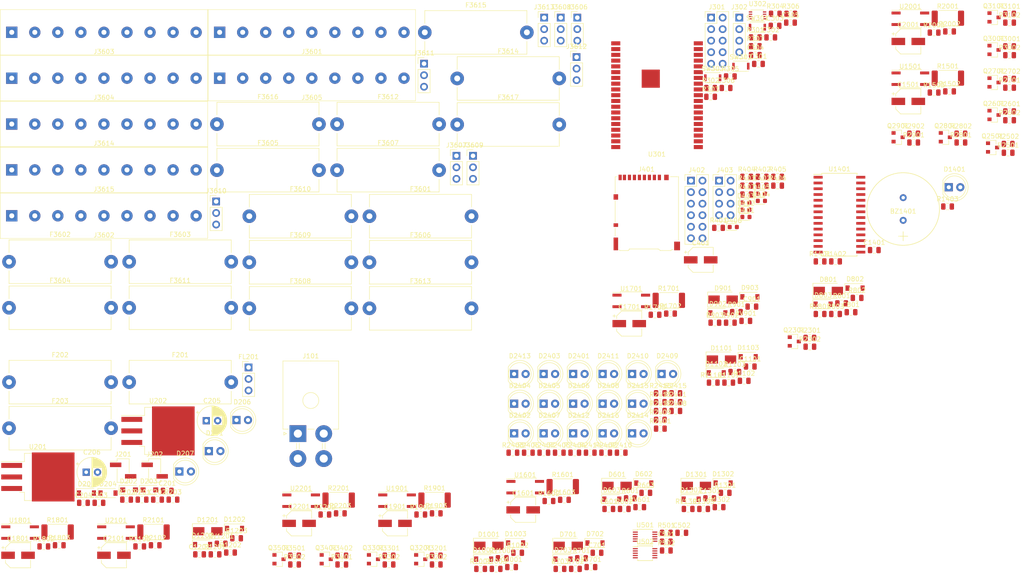
<source format=kicad_pcb>
(kicad_pcb (version 20171130) (host pcbnew "(5.0.0)")
  (layers (0 F.Cu signal) (31 B.Cu signal) (34 B.Paste user) (35 F.Paste user) (36 B.SilkS user) (37 F.SilkS user) (38 B.Mask user) (39 F.Mask user) (44 Edge.Cuts user))
  (net 0 "")
  (net 1 "Net-(R2001-Pad1)")
  (net 2 DI6_1)
  (net 3 DI7_1)
  (net 4 "Net-(R2101-Pad1)")
  (net 5 "Net-(R1901-Pad1)")
  (net 6 DI5_1)
  (net 7 DI8_1)
  (net 8 "Net-(R2201-Pad1)")
  (net 9 "Net-(R1501-Pad1)")
  (net 10 DI1_1)
  (net 11 DI2_1)
  (net 12 "Net-(R1601-Pad1)")
  (net 13 "Net-(R1801-Pad1)")
  (net 14 DI4_1)
  (net 15 DI3_1)
  (net 16 "Net-(R1701-Pad1)")
  (net 17 "Net-(C701-Pad1)")
  (net 18 /AnalogInput/AnalogSensCircuit2/Adc)
  (net 19 I2C_Reset)
  (net 20 +3V3)
  (net 21 +5V)
  (net 22 "Net-(C1001-Pad1)")
  (net 23 /AnalogInput/AnalogSensCircuit8/Adc)
  (net 24 "Net-(C1301-Pad1)")
  (net 25 Sense8_DUT)
  (net 26 "Net-(C1201-Pad1)")
  (net 27 /AnalogInput/AnalogSensCircuit7/Adc)
  (net 28 Sense7_DUT)
  (net 29 /AnalogInput/AnalogSensCircuit6/Adc)
  (net 30 "Net-(C1101-Pad1)")
  (net 31 Sense6_DUT)
  (net 32 /AnalogInput/AnalogSensCircuit5/Adc)
  (net 33 DI5)
  (net 34 "Net-(D1401-Pad2)")
  (net 35 "Net-(C1501-Pad1)")
  (net 36 DI1)
  (net 37 "Net-(C1601-Pad1)")
  (net 38 DI2)
  (net 39 "Net-(C1701-Pad1)")
  (net 40 DI3)
  (net 41 "Net-(C1801-Pad1)")
  (net 42 DI4)
  (net 43 "Net-(C1901-Pad1)")
  (net 44 DIA_Interrupt)
  (net 45 GND)
  (net 46 DIGITAL_I2C_SCL)
  (net 47 ANALOG_I2C_SDA)
  (net 48 ANALOG_I2C_SCL)
  (net 49 /MCU/CH_Enable)
  (net 50 "Net-(D207-Pad2)")
  (net 51 "Net-(D206-Pad2)")
  (net 52 12V_PWR)
  (net 53 "Net-(D201-Pad2)")
  (net 54 DIGITAL_I2C_SDA)
  (net 55 ANALOG_RDY_2)
  (net 56 ANALOG_RDY_1)
  (net 57 Sense1_DUT)
  (net 58 "Net-(C601-Pad1)")
  (net 59 /AnalogInput/AnalogSensCircuit1/Adc)
  (net 60 Sense2_DUT)
  (net 61 "Net-(C801-Pad1)")
  (net 62 Sense3_DUT)
  (net 63 "Net-(Q2801-Pad1)")
  (net 64 "Net-(Q2701-Pad1)")
  (net 65 /AnalogInput/AnalogSensCircuit3/Adc)
  (net 66 Sense4_DUT)
  (net 67 "Net-(C901-Pad1)")
  (net 68 /AnalogInput/AnalogSensCircuit4/Adc)
  (net 69 "Net-(Q3001-Pad1)")
  (net 70 "Net-(Q2501-Pad1)")
  (net 71 DO2)
  (net 72 "Net-(Q2601-Pad1)")
  (net 73 DO3)
  (net 74 DO4)
  (net 75 "Net-(Q3501-Pad1)")
  (net 76 BELL_CTRL)
  (net 77 DO6)
  (net 78 "Net-(Q2901-Pad1)")
  (net 79 DO7)
  (net 80 DI6)
  (net 81 DO8)
  (net 82 "Net-(Q3101-Pad1)")
  (net 83 SIREN_CTRL)
  (net 84 "Net-(Q3201-Pad1)")
  (net 85 "Net-(Q3301-Pad1)")
  (net 86 StatusLED)
  (net 87 "Net-(Q3401-Pad1)")
  (net 88 DO5)
  (net 89 "Net-(D2402-Pad2)")
  (net 90 Sense5_DUT)
  (net 91 "Net-(D2415-Pad2)")
  (net 92 "Net-(D2416-Pad2)")
  (net 93 "Net-(C2001-Pad1)")
  (net 94 DI7)
  (net 95 "Net-(C2101-Pad1)")
  (net 96 DI8)
  (net 97 "Net-(C2201-Pad1)")
  (net 98 "Net-(Q2301-Pad1)")
  (net 99 DO1)
  (net 100 "Net-(D2401-Pad2)")
  (net 101 "Net-(D2403-Pad2)")
  (net 102 "Net-(D2405-Pad2)")
  (net 103 "Net-(D2406-Pad2)")
  (net 104 "Net-(D2407-Pad2)")
  (net 105 "Net-(D2408-Pad2)")
  (net 106 "Net-(D2409-Pad2)")
  (net 107 "Net-(D2410-Pad2)")
  (net 108 "Net-(D2411-Pad2)")
  (net 109 "Net-(D2412-Pad2)")
  (net 110 "Net-(D2413-Pad2)")
  (net 111 "Net-(D2404-Pad2)")
  (net 112 "Net-(D2414-Pad2)")
  (net 113 /DigitalIO/InternalSirenOutput/~Out)
  (net 114 "Net-(F3601-Pad1)")
  (net 115 "Net-(F3602-Pad1)")
  (net 116 "Net-(F3603-Pad1)")
  (net 117 "Net-(F3604-Pad1)")
  (net 118 "Net-(F3605-Pad1)")
  (net 119 "Net-(F3606-Pad1)")
  (net 120 "Net-(F3607-Pad1)")
  (net 121 "Net-(F3608-Pad1)")
  (net 122 "Net-(F3609-Pad1)")
  (net 123 BELL_GND_BREAK)
  (net 124 SIREN_GND_BREAK)
  (net 125 DI8_2)
  (net 126 DI7_2)
  (net 127 DI6_2)
  (net 128 DI5_2)
  (net 129 DI1_2)
  (net 130 DI2_2)
  (net 131 DI3_2)
  (net 132 DI4_2)
  (net 133 +12V)
  (net 134 "Net-(F3614-Pad1)")
  (net 135 DO4_GND_BREAK)
  (net 136 "Net-(F3613-Pad1)")
  (net 137 DO3_GND_BREAK)
  (net 138 "Net-(F3612-Pad1)")
  (net 139 DO2_GND_BREAK)
  (net 140 "Net-(F3611-Pad1)")
  (net 141 DO1_GND_BREAK)
  (net 142 "Net-(F3610-Pad1)")
  (net 143 DO5_GND_BREAK)
  (net 144 "Net-(F3615-Pad1)")
  (net 145 DO6_GND_BREAK)
  (net 146 "Net-(F3616-Pad1)")
  (net 147 DO7_GND_BREAK)
  (net 148 "Net-(F3617-Pad1)")
  (net 149 DO8_GND_BREAK)
  (net 150 Wiegand_D0)
  (net 151 Wiegand_D1)
  (net 152 "Net-(U301-Pad17)")
  (net 153 "Net-(U301-Pad18)")
  (net 154 "Net-(U301-Pad19)")
  (net 155 "Net-(U301-Pad20)")
  (net 156 "Net-(U301-Pad21)")
  (net 157 "Net-(U301-Pad22)")
  (net 158 /MCU/Boot_option)
  (net 159 "Net-(U301-Pad27)")
  (net 160 "Net-(U301-Pad28)")
  (net 161 "Net-(U301-Pad32)")
  (net 162 /MCU/TDX)
  (net 163 /MCU/RDX)
  (net 164 /Power/5V_PWR)
  (net 165 /Power/12V_In2)
  (net 166 /Power/3.3V_PWR)
  (net 167 /Power/12V_In1)
  (net 168 /DigitalIO/StatusLEDOutput/~Out)
  (net 169 "Net-(U1401-Pad19)")
  (net 170 "Net-(F3615-Pad2)")
  (net 171 "Net-(F3617-Pad2)")
  (net 172 "Net-(F202-Pad2)")
  (net 173 "Net-(F203-Pad2)")
  (net 174 /Power/12V_Source)
  (net 175 "Net-(F3616-Pad2)")
  (net 176 "Net-(F3614-Pad2)")
  (net 177 "Net-(F3613-Pad2)")
  (net 178 "Net-(F3612-Pad2)")
  (net 179 "Net-(F3611-Pad2)")
  (net 180 "Net-(F3610-Pad2)")
  (net 181 "Net-(J301-Pad9)")
  (net 182 "Net-(J101-Pad3)")
  (net 183 "Net-(J101-Pad4)")
  (net 184 SD_DATA1)
  (net 185 SD_DATA3)
  (net 186 SD_DATA0)
  (net 187 SD_CLK)
  (net 188 SD_CMD)
  (net 189 SD_CD)
  (net 190 SD_DATA2)
  (net 191 /MCU/Factory_reset)
  (net 192 "Net-(U301-Pad29)")
  (net 193 "Net-(U301-Pad30)")
  (net 194 "Net-(R306-Pad1)")
  (net 195 "Net-(J401-Pad1)")
  (net 196 SD_SPI_CS)
  (net 197 SD_SPI_MOSI)
  (net 198 SD_SPI_CLK)
  (net 199 SD_SPI_MISO)
  (net 200 "Net-(J401-Pad8)")
  (module Button_Switch_SMD:SW_SPST_CK_KXT3 (layer F.Cu) (at 193.015001 36.595001)
    (fp_text reference SW302 (at 0 -2) (layer F.SilkS))
    (fp_text value Reset)
    (pad 1 smd rect (at -1.625 0) (size 0.55 1.5) (layers F.Cu F.Paste F.Mask) (net 45 GND))
    (pad 2 smd rect (at 1.625 0) (size 0.55 1.5) (layers F.Cu F.Paste F.Mask) (net 49 /MCU/CH_Enable))
  )
  (module Button_Switch_SMD:SW_SPST_CK_KXT3 (layer F.Cu) (at 186.815001 39.145001)
    (fp_text reference SW303 (at 0 -2) (layer F.SilkS))
    (fp_text value "Factory reset")
    (pad 2 smd rect (at 1.625 0) (size 0.55 1.5) (layers F.Cu F.Paste F.Mask) (net 45 GND))
    (pad 1 smd rect (at -1.625 0) (size 0.55 1.5) (layers F.Cu F.Paste F.Mask) (net 191 /MCU/Factory_reset))
  )
  (module Button_Switch_SMD:SW_SPST_CK_KXT3 (layer F.Cu) (at 196.665001 27.995001)
    (fp_text reference SW301 (at 0 -2) (layer F.SilkS))
    (fp_text value "Boot option")
    (pad 1 smd rect (at -1.625 0) (size 0.55 1.5) (layers F.Cu F.Paste F.Mask) (net 45 GND))
    (pad 2 smd rect (at 1.625 0) (size 0.55 1.5) (layers F.Cu F.Paste F.Mask) (net 158 /MCU/Boot_option))
  )
  (module Capacitor_SMD:CP_Elec_5x4.5 (layer F.Cu) (at 229.925001 31.145001)
    (fp_text reference C2001 (at 0 -3.7) (layer F.SilkS))
    (fp_text value 10u)
    (pad 1 smd rect (at -2.2 0) (size 3 1.6) (layers F.Cu F.Paste F.Mask) (net 93 "Net-(C2001-Pad1)"))
    (pad 2 smd rect (at 2.2 0) (size 3 1.6) (layers F.Cu F.Paste F.Mask) (net 45 GND))
  )
  (module Capacitor_SMD:CP_Elec_5x4.5 (layer F.Cu) (at 184.165001 79.275001)
    (fp_text reference C401 (at 0 -3.7) (layer F.SilkS))
    (fp_text value 10u)
    (pad 2 smd rect (at 2.2 0) (size 3 1.6) (layers F.Cu F.Paste F.Mask) (net 45 GND))
    (pad 1 smd rect (at -2.2 0) (size 3 1.6) (layers F.Cu F.Paste F.Mask) (net 20 +3V3))
  )
  (module Capacitor_SMD:CP_Elec_5x4.5 (layer F.Cu) (at 145.035001 134.385001)
    (fp_text reference C1601 (at 0 -3.7) (layer F.SilkS))
    (fp_text value 10u)
    (pad 1 smd rect (at -2.2 0) (size 3 1.6) (layers F.Cu F.Paste F.Mask) (net 37 "Net-(C1601-Pad1)"))
    (pad 2 smd rect (at 2.2 0) (size 3 1.6) (layers F.Cu F.Paste F.Mask) (net 45 GND))
  )
  (module Capacitor_SMD:CP_Elec_5x4.5 (layer F.Cu) (at 168.415001 93.335001)
    (fp_text reference C1701 (at 0 -3.7) (layer F.SilkS))
    (fp_text value 10u)
    (pad 2 smd rect (at 2.2 0) (size 3 1.6) (layers F.Cu F.Paste F.Mask) (net 45 GND))
    (pad 1 smd rect (at -2.2 0) (size 3 1.6) (layers F.Cu F.Paste F.Mask) (net 39 "Net-(C1701-Pad1)"))
  )
  (module Capacitor_SMD:CP_Elec_5x4.5 (layer F.Cu) (at 33.695001 144.395001)
    (fp_text reference C1801 (at 0 -3.7) (layer F.SilkS))
    (fp_text value 10u)
    (pad 1 smd rect (at -2.2 0) (size 3 1.6) (layers F.Cu F.Paste F.Mask) (net 41 "Net-(C1801-Pad1)"))
    (pad 2 smd rect (at 2.2 0) (size 3 1.6) (layers F.Cu F.Paste F.Mask) (net 45 GND))
  )
  (module Capacitor_SMD:CP_Elec_5x4.5 (layer F.Cu) (at 116.785001 137.365001)
    (fp_text reference C1901 (at 0 -3.7) (layer F.SilkS))
    (fp_text value 10u)
    (pad 2 smd rect (at 2.2 0) (size 3 1.6) (layers F.Cu F.Paste F.Mask) (net 45 GND))
    (pad 1 smd rect (at -2.2 0) (size 3 1.6) (layers F.Cu F.Paste F.Mask) (net 43 "Net-(C1901-Pad1)"))
  )
  (module Capacitor_SMD:CP_Elec_5x4.5 (layer F.Cu) (at 54.835001 144.395001)
    (fp_text reference C2101 (at 0 -3.7) (layer F.SilkS))
    (fp_text value 10u)
    (pad 1 smd rect (at -2.2 0) (size 3 1.6) (layers F.Cu F.Paste F.Mask) (net 95 "Net-(C2101-Pad1)"))
    (pad 2 smd rect (at 2.2 0) (size 3 1.6) (layers F.Cu F.Paste F.Mask) (net 45 GND))
  )
  (module Capacitor_SMD:CP_Elec_5x4.5 (layer F.Cu) (at 95.645001 137.365001)
    (fp_text reference C2201 (at 0 -3.7) (layer F.SilkS))
    (fp_text value 10u)
    (pad 2 smd rect (at 2.2 0) (size 3 1.6) (layers F.Cu F.Paste F.Mask) (net 45 GND))
    (pad 1 smd rect (at -2.2 0) (size 3 1.6) (layers F.Cu F.Paste F.Mask) (net 97 "Net-(C2201-Pad1)"))
  )
  (module Capacitor_SMD:CP_Elec_5x4.5 (layer F.Cu) (at 229.925001 44.355001)
    (fp_text reference C1501 (at 0 -3.7) (layer F.SilkS))
    (fp_text value 10u)
    (pad 1 smd rect (at -2.2 0) (size 3 1.6) (layers F.Cu F.Paste F.Mask) (net 35 "Net-(C1501-Pad1)"))
    (pad 2 smd rect (at 2.2 0) (size 3 1.6) (layers F.Cu F.Paste F.Mask) (net 45 GND))
  )
  (module Capacitor_SMD:C_0805_2012Metric (layer F.Cu) (at 195.445001 89.585001)
    (fp_text reference C901 (at 0 -1.65) (layer F.SilkS))
    (fp_text value 100n)
    (pad 2 smd roundrect (at 0.9375 0) (size 0.975 1.4) (layers F.Cu F.Paste F.Mask) (net 45 GND))
    (pad 1 smd roundrect (at -0.9375 0) (size 0.975 1.4) (layers F.Cu F.Paste F.Mask) (net 67 "Net-(C901-Pad1)"))
  )
  (module Capacitor_SMD:C_0805_2012Metric (layer F.Cu) (at 196.895001 36.095001)
    (fp_text reference C301 (at 0 -1.65) (layer F.SilkS))
    (fp_text value 100n)
    (pad 1 smd roundrect (at -0.9375 0) (size 0.975 1.4) (layers F.Cu F.Paste F.Mask) (net 49 /MCU/CH_Enable))
    (pad 2 smd roundrect (at 0.9375 0) (size 0.975 1.4) (layers F.Cu F.Paste F.Mask) (net 45 GND))
  )
  (module Capacitor_SMD:C_0805_2012Metric (layer F.Cu) (at 159.965001 146.995001)
    (fp_text reference RV701 (at 0 -1.65) (layer F.SilkS))
    (fp_text value B72510E250K062)
    (pad 2 smd roundrect (at 0.9375 0) (size 0.975 1.4) (layers F.Cu F.Paste F.Mask) (net 60 Sense2_DUT))
    (pad 1 smd roundrect (at -0.9375 0) (size 0.975 1.4) (layers F.Cu F.Paste F.Mask) (net 45 GND))
  )
  (module Capacitor_SMD:C_0805_2012Metric (layer F.Cu) (at 179.995001 139.445001)
    (fp_text reference C502 (at 0 -1.65) (layer F.SilkS))
    (fp_text value 100n)
    (pad 1 smd roundrect (at -0.9375 0) (size 0.975 1.4) (layers F.Cu F.Paste F.Mask) (net 20 +3V3))
    (pad 2 smd roundrect (at 0.9375 0) (size 0.975 1.4) (layers F.Cu F.Paste F.Mask) (net 45 GND))
  )
  (module Capacitor_SMD:C_0805_2012Metric (layer F.Cu) (at 163.905001 134.185001)
    (fp_text reference C601 (at 0 -1.65) (layer F.SilkS))
    (fp_text value 100n)
    (pad 2 smd roundrect (at 0.9375 0) (size 0.975 1.4) (layers F.Cu F.Paste F.Mask) (net 45 GND))
    (pad 1 smd roundrect (at -0.9375 0) (size 0.975 1.4) (layers F.Cu F.Paste F.Mask) (net 58 "Net-(C601-Pad1)"))
  )
  (module Capacitor_SMD:C_0805_2012Metric (layer F.Cu) (at 161.305001 143.845001)
    (fp_text reference C701 (at 0 -1.65) (layer F.SilkS))
    (fp_text value 100n)
    (pad 1 smd roundrect (at -0.9375 0) (size 0.975 1.4) (layers F.Cu F.Paste F.Mask) (net 17 "Net-(C701-Pad1)"))
    (pad 2 smd roundrect (at 0.9375 0) (size 0.975 1.4) (layers F.Cu F.Paste F.Mask) (net 45 GND))
  )
  (module Capacitor_SMD:C_0805_2012Metric (layer F.Cu) (at 217.295001 90.815001)
    (fp_text reference C801 (at 0 -1.65) (layer F.SilkS))
    (fp_text value 100n)
    (pad 2 smd roundrect (at 0.9375 0) (size 0.975 1.4) (layers F.Cu F.Paste F.Mask) (net 45 GND))
    (pad 1 smd roundrect (at -0.9375 0) (size 0.975 1.4) (layers F.Cu F.Paste F.Mask) (net 61 "Net-(C801-Pad1)"))
  )
  (module Capacitor_SMD:C_0805_2012Metric (layer F.Cu) (at 142.475001 146.995001)
    (fp_text reference C1001 (at 0 -1.65) (layer F.SilkS))
    (fp_text value 100n)
    (pad 1 smd roundrect (at -0.9375 0) (size 0.975 1.4) (layers F.Cu F.Paste F.Mask) (net 22 "Net-(C1001-Pad1)"))
    (pad 2 smd roundrect (at 0.9375 0) (size 0.975 1.4) (layers F.Cu F.Paste F.Mask) (net 45 GND))
  )
  (module Capacitor_SMD:C_0805_2012Metric (layer F.Cu) (at 195.085001 102.795001)
    (fp_text reference C1101 (at 0 -1.65) (layer F.SilkS))
    (fp_text value 100n)
    (pad 2 smd roundrect (at 0.9375 0) (size 0.975 1.4) (layers F.Cu F.Paste F.Mask) (net 45 GND))
    (pad 1 smd roundrect (at -0.9375 0) (size 0.975 1.4) (layers F.Cu F.Paste F.Mask) (net 30 "Net-(C1101-Pad1)"))
  )
  (module Capacitor_SMD:C_0805_2012Metric (layer F.Cu) (at 73.705001 144.195001)
    (fp_text reference C1201 (at 0 -1.65) (layer F.SilkS))
    (fp_text value 100n)
    (pad 1 smd roundrect (at -0.9375 0) (size 0.975 1.4) (layers F.Cu F.Paste F.Mask) (net 26 "Net-(C1201-Pad1)"))
    (pad 2 smd roundrect (at 0.9375 0) (size 0.975 1.4) (layers F.Cu F.Paste F.Mask) (net 45 GND))
  )
  (module Capacitor_SMD:C_0805_2012Metric (layer F.Cu) (at 186.145001 131.835001)
    (fp_text reference C1301 (at 0 -1.65) (layer F.SilkS))
    (fp_text value 100n)
    (pad 2 smd roundrect (at 0.9375 0) (size 0.975 1.4) (layers F.Cu F.Paste F.Mask) (net 45 GND))
    (pad 1 smd roundrect (at -0.9375 0) (size 0.975 1.4) (layers F.Cu F.Paste F.Mask) (net 24 "Net-(C1301-Pad1)"))
  )
  (module Capacitor_SMD:C_0805_2012Metric (layer F.Cu) (at 222.425001 77.125001)
    (fp_text reference C1401 (at 0 -1.65) (layer F.SilkS))
    (fp_text value 100n)
    (pad 1 smd roundrect (at -0.9375 0) (size 0.975 1.4) (layers F.Cu F.Paste F.Mask) (net 20 +3V3))
    (pad 2 smd roundrect (at 0.9375 0) (size 0.975 1.4) (layers F.Cu F.Paste F.Mask) (net 45 GND))
  )
  (module Capacitor_SMD:C_0805_2012Metric (layer F.Cu) (at 170.725001 133.785001)
    (fp_text reference RV601 (at 0 -1.65) (layer F.SilkS))
    (fp_text value B72510E250K062)
    (pad 2 smd roundrect (at 0.9375 0) (size 0.975 1.4) (layers F.Cu F.Paste F.Mask) (net 57 Sense1_DUT))
    (pad 1 smd roundrect (at -0.9375 0) (size 0.975 1.4) (layers F.Cu F.Paste F.Mask) (net 45 GND))
  )
  (module Capacitor_SMD:C_0805_2012Metric (layer F.Cu) (at 48.115001 132.835001)
    (fp_text reference C204 (at 0 -1.65) (layer F.SilkS))
    (fp_text value 100n)
    (pad 1 smd roundrect (at -0.9375 0) (size 0.975 1.4) (layers F.Cu F.Paste F.Mask) (net 21 +5V))
    (pad 2 smd roundrect (at 0.9375 0) (size 0.975 1.4) (layers F.Cu F.Paste F.Mask) (net 45 GND))
  )
  (module Capacitor_SMD:C_0805_2012Metric (layer F.Cu) (at 181.395001 134.185001)
    (fp_text reference RV1301 (at 0 -1.65) (layer F.SilkS))
    (fp_text value B72510E250K062)
    (pad 2 smd roundrect (at 0.9375 0) (size 0.975 1.4) (layers F.Cu F.Paste F.Mask) (net 25 Sense8_DUT))
    (pad 1 smd roundrect (at -0.9375 0) (size 0.975 1.4) (layers F.Cu F.Paste F.Mask) (net 45 GND))
  )
  (module Capacitor_SMD:C_0805_2012Metric (layer F.Cu) (at 66.575001 130.185001)
    (fp_text reference C201 (at 0 -1.65) (layer F.SilkS))
    (fp_text value 100n)
    (pad 1 smd roundrect (at -0.9375 0) (size 0.975 1.4) (layers F.Cu F.Paste F.Mask) (net 167 /Power/12V_In1))
    (pad 2 smd roundrect (at 0.9375 0) (size 0.975 1.4) (layers F.Cu F.Paste F.Mask) (net 45 GND))
  )
  (module Capacitor_SMD:C_0805_2012Metric (layer F.Cu) (at 197.705001 62.925001)
    (fp_text reference C402 (at 0 -1.65) (layer F.SilkS))
    (fp_text value 100n)
    (pad 2 smd roundrect (at 0.9375 0) (size 0.975 1.4) (layers F.Cu F.Paste F.Mask) (net 20 +3V3))
    (pad 1 smd roundrect (at -0.9375 0) (size 0.975 1.4) (layers F.Cu F.Paste F.Mask) (net 45 GND))
  )
  (module Capacitor_SMD:C_0805_2012Metric (layer F.Cu) (at 64.435001 132.135001)
    (fp_text reference C202 (at 0 -1.65) (layer F.SilkS))
    (fp_text value 100n)
    (pad 1 smd roundrect (at -0.9375 0) (size 0.975 1.4) (layers F.Cu F.Paste F.Mask) (net 165 /Power/12V_In2))
    (pad 2 smd roundrect (at 0.9375 0) (size 0.975 1.4) (layers F.Cu F.Paste F.Mask) (net 45 GND))
  )
  (module Capacitor_SMD:C_0805_2012Metric (layer F.Cu) (at 199.605001 30.245001)
    (fp_text reference C302 (at 0 -1.65) (layer F.SilkS))
    (fp_text value 100n)
    (pad 2 smd roundrect (at 0.9375 0) (size 0.975 1.4) (layers F.Cu F.Paste F.Mask) (net 49 /MCU/CH_Enable))
    (pad 1 smd roundrect (at -0.9375 0) (size 0.975 1.4) (layers F.Cu F.Paste F.Mask) (net 45 GND))
  )
  (module Capacitor_SMD:C_0805_2012Metric (layer F.Cu) (at 200.545001 27.695001)
    (fp_text reference C303 (at 0 -1.65) (layer F.SilkS))
    (fp_text value 22u)
    (pad 1 smd roundrect (at -0.9375 0) (size 0.975 1.4) (layers F.Cu F.Paste F.Mask) (net 20 +3V3))
    (pad 2 smd roundrect (at 0.9375 0) (size 0.975 1.4) (layers F.Cu F.Paste F.Mask) (net 45 GND))
  )
  (module Capacitor_SMD:C_0805_2012Metric (layer F.Cu) (at 196.195001 34.145001)
    (fp_text reference C304 (at 0 -1.65) (layer F.SilkS))
    (fp_text value 100n)
    (pad 2 smd roundrect (at 0.9375 0) (size 0.975 1.4) (layers F.Cu F.Paste F.Mask) (net 20 +3V3))
    (pad 1 smd roundrect (at -0.9375 0) (size 0.975 1.4) (layers F.Cu F.Paste F.Mask) (net 45 GND))
  )
  (module Capacitor_SMD:C_0805_2012Metric (layer F.Cu) (at 203.955001 26.995001)
    (fp_text reference C305 (at 0 -1.65) (layer F.SilkS))
    (fp_text value 100n)
    (pad 1 smd roundrect (at -0.9375 0) (size 0.975 1.4) (layers F.Cu F.Paste F.Mask) (net 45 GND))
    (pad 2 smd roundrect (at 0.9375 0) (size 0.975 1.4) (layers F.Cu F.Paste F.Mask) (net 20 +3V3))
  )
  (module Capacitor_SMD:C_0805_2012Metric (layer F.Cu) (at 51.525001 132.835001)
    (fp_text reference C203 (at 0 -1.65) (layer F.SilkS))
    (fp_text value 100n)
    (pad 2 smd roundrect (at 0.9375 0) (size 0.975 1.4) (layers F.Cu F.Paste F.Mask) (net 45 GND))
    (pad 1 smd roundrect (at -0.9375 0) (size 0.975 1.4) (layers F.Cu F.Paste F.Mask) (net 20 +3V3))
  )
  (module Capacitor_SMD:C_0805_2012Metric (layer F.Cu) (at 189.755001 41.395001)
    (fp_text reference C306 (at 0 -1.65) (layer F.SilkS))
    (fp_text value 100n)
    (pad 1 smd roundrect (at -0.9375 0) (size 0.975 1.4) (layers F.Cu F.Paste F.Mask) (net 45 GND))
    (pad 2 smd roundrect (at 0.9375 0) (size 0.975 1.4) (layers F.Cu F.Paste F.Mask) (net 21 +5V))
  )
  (module Capacitor_SMD:C_0805_2012Metric (layer F.Cu) (at 176.585001 141.395001)
    (fp_text reference C501 (at 0 -1.65) (layer F.SilkS))
    (fp_text value 100n)
    (pad 2 smd roundrect (at 0.9375 0) (size 0.975 1.4) (layers F.Cu F.Paste F.Mask) (net 45 GND))
    (pad 1 smd roundrect (at -0.9375 0) (size 0.975 1.4) (layers F.Cu F.Paste F.Mask) (net 20 +3V3))
  )
  (module Capacitor_SMD:C_0805_2012Metric (layer F.Cu) (at 78.455001 141.845001)
    (fp_text reference RV1201 (at 0 -1.65) (layer F.SilkS))
    (fp_text value B72510E250K062)
    (pad 1 smd roundrect (at -0.9375 0) (size 0.975 1.4) (layers F.Cu F.Paste F.Mask) (net 45 GND))
    (pad 2 smd roundrect (at 0.9375 0) (size 0.975 1.4) (layers F.Cu F.Paste F.Mask) (net 28 Sense7_DUT))
  )
  (module Capacitor_SMD:C_0805_2012Metric (layer F.Cu) (at 186.925001 106.345001)
    (fp_text reference RV1101 (at 0 -1.65) (layer F.SilkS))
    (fp_text value B72510E250K062)
    (pad 2 smd roundrect (at 0.9375 0) (size 0.975 1.4) (layers F.Cu F.Paste F.Mask) (net 31 Sense6_DUT))
    (pad 1 smd roundrect (at -0.9375 0) (size 0.975 1.4) (layers F.Cu F.Paste F.Mask) (net 45 GND))
  )
  (module Capacitor_SMD:C_0805_2012Metric (layer F.Cu) (at 140.405001 145.045001)
    (fp_text reference RV1001 (at 0 -1.65) (layer F.SilkS))
    (fp_text value B72510E250K062)
    (pad 1 smd roundrect (at -0.9375 0) (size 0.975 1.4) (layers F.Cu F.Paste F.Mask) (net 45 GND))
    (pad 2 smd roundrect (at 0.9375 0) (size 0.975 1.4) (layers F.Cu F.Paste F.Mask) (net 90 Sense5_DUT))
  )
  (module Capacitor_SMD:C_0805_2012Metric (layer F.Cu) (at 194.105001 92.735001)
    (fp_text reference RV901 (at 0 -1.65) (layer F.SilkS))
    (fp_text value B72510E250K062)
    (pad 2 smd roundrect (at 0.9375 0) (size 0.975 1.4) (layers F.Cu F.Paste F.Mask) (net 66 Sense4_DUT))
    (pad 1 smd roundrect (at -0.9375 0) (size 0.975 1.4) (layers F.Cu F.Paste F.Mask) (net 45 GND))
  )
  (module Capacitor_SMD:C_0805_2012Metric (layer F.Cu) (at 210.475001 91.215001)
    (fp_text reference RV801 (at 0 -1.65) (layer F.SilkS))
    (fp_text value B72510E250K062)
    (pad 1 smd roundrect (at -0.9375 0) (size 0.975 1.4) (layers F.Cu F.Paste F.Mask) (net 45 GND))
    (pad 2 smd roundrect (at 0.9375 0) (size 0.975 1.4) (layers F.Cu F.Paste F.Mask) (net 62 Sense3_DUT))
  )
  (module Capacitor_THT:CP_Radial_D6.3mm_P2.50mm (layer F.Cu) (at 48.720242 126.085001)
    (fp_text reference C206 (at 1.25 -4.4) (layer F.SilkS))
    (fp_text value 100u)
    (pad 2 thru_hole circle (at 2.5 0) (size 1.6 1.6) (drill 0.8) (layers *.Cu *.Mask) (net 45 GND))
    (pad 1 thru_hole rect (at 0 0) (size 1.6 1.6) (drill 0.8) (layers *.Cu *.Mask) (net 21 +5V))
  )
  (module Capacitor_THT:CP_Radial_D6.3mm_P2.50mm (layer F.Cu) (at 75.200242 114.735001)
    (fp_text reference C205 (at 1.25 -4.4) (layer F.SilkS))
    (fp_text value 100u)
    (pad 1 thru_hole rect (at 0 0) (size 1.6 1.6) (drill 0.8) (layers *.Cu *.Mask) (net 20 +3V3))
    (pad 2 thru_hole circle (at 2.5 0) (size 1.6 1.6) (drill 0.8) (layers *.Cu *.Mask) (net 45 GND))
  )
  (module Connector_Card:microSD_HC_Hirose_DM3AT-SF-PEJM5 (layer F.Cu) (at 172.285001 68.845001)
    (fp_text reference J401 (at -0.075 -9.525) (layer F.SilkS))
    (fp_text value Micro_SD_Card_Det)
    (pad 9 smd rect (at -5.875 -7.725) (size 0.7 1.2) (layers F.Cu F.Paste F.Mask) (net 45 GND))
    (pad 8 smd rect (at -4.925 -7.725) (size 0.7 1.2) (layers F.Cu F.Paste F.Mask) (net 200 "Net-(J401-Pad8)"))
    (pad 1 smd rect (at 2.775 -7.725) (size 0.7 1.2) (layers F.Cu F.Paste F.Mask) (net 195 "Net-(J401-Pad1)"))
    (pad 2 smd rect (at 1.675 -7.725) (size 0.7 1.2) (layers F.Cu F.Paste F.Mask) (net 196 SD_SPI_CS))
    (pad 3 smd rect (at 0.575 -7.725) (size 0.7 1.2) (layers F.Cu F.Paste F.Mask) (net 197 SD_SPI_MOSI))
    (pad 4 smd rect (at -0.525 -7.725) (size 0.7 1.2) (layers F.Cu F.Paste F.Mask) (net 20 +3V3))
    (pad 5 smd rect (at -1.625 -7.725) (size 0.7 1.2) (layers F.Cu F.Paste F.Mask) (net 198 SD_SPI_CLK))
    (pad 6 smd rect (at -2.725 -7.725) (size 0.7 1.2) (layers F.Cu F.Paste F.Mask) (net 45 GND))
    (pad 7 smd rect (at -3.825 -7.725) (size 0.7 1.2) (layers F.Cu F.Paste F.Mask) (net 199 SD_SPI_MISO))
    (pad 11 smd rect (at 4.325 -7.725) (size 1 1.2) (layers F.Cu F.Paste F.Mask) (net 45 GND))
    (pad 11 smd rect (at -6.825 -3.425) (size 1 1.2) (layers F.Cu F.Paste F.Mask) (net 45 GND))
    (pad 10 smd rect (at -6.825 2.775) (size 1 0.8) (layers F.Cu F.Paste F.Mask) (net 189 SD_CD))
    (pad 11 smd rect (at -6.825 6.925) (size 1 2.8) (layers F.Cu F.Paste F.Mask) (net 45 GND))
    (pad 11 smd rect (at 6.675 7.375) (size 1.3 1.9) (layers F.Cu F.Paste F.Mask) (net 45 GND))
  )
  (module Connector_Molex:Molex_Mega-Fit_76825-0004_2x02_P5.70mm_Horizontal (layer F.Cu) (at 95.375001 117.585001)
    (fp_text reference J101 (at 2.85 -17.1) (layer F.SilkS))
    (fp_text value Conn_02x02_Top_Bottom)
    (pad 1 thru_hole rect (at 0 0) (size 3.7 3.7) (drill 1.8) (layers *.Cu *.Mask) (net 45 GND))
    (pad 2 thru_hole circle (at 5.7 0) (size 3.7 3.7) (drill 1.8) (layers *.Cu *.Mask) (net 133 +12V))
    (pad 3 thru_hole circle (at 0 5.5) (size 3.7 3.7) (drill 1.8) (layers *.Cu *.Mask) (net 182 "Net-(J101-Pad3)"))
    (pad 4 thru_hole circle (at 5.7 5.5) (size 3.7 3.7) (drill 1.8) (layers *.Cu *.Mask) (net 183 "Net-(J101-Pad4)"))
    (pad "" np_thru_hole circle (at 2.85 -7.3) (size 3 3) (drill 3) (layers *.Cu *.Mask))
  )
  (module Connector_PinHeader_2.54mm:PinHeader_1x02_P2.54mm_Vertical_SMD_Pin1Left (layer F.Cu) (at 63.815001 125.735001)
    (fp_text reference J202 (at 0 -3.6) (layer F.SilkS))
    (fp_text value GS2)
    (pad 2 smd rect (at 1.655 1.27) (size 2.51 1) (layers F.Cu F.Paste F.Mask) (net 164 /Power/5V_PWR))
    (pad 1 smd rect (at -1.655 -1.27) (size 2.51 1) (layers F.Cu F.Paste F.Mask) (net 173 "Net-(F203-Pad2)"))
  )
  (module Connector_PinHeader_2.54mm:PinHeader_1x02_P2.54mm_Vertical_SMD_Pin1Left (layer F.Cu) (at 56.865001 125.735001)
    (fp_text reference J201 (at 0 -3.6) (layer F.SilkS))
    (fp_text value GS2)
    (pad 1 smd rect (at -1.655 -1.27) (size 2.51 1) (layers F.Cu F.Paste F.Mask) (net 172 "Net-(F202-Pad2)"))
    (pad 2 smd rect (at 1.655 1.27) (size 2.51 1) (layers F.Cu F.Paste F.Mask) (net 166 /Power/3.3V_PWR))
  )
  (module Connector_PinHeader_2.54mm:PinHeader_1x03_P2.54mm_Vertical (layer F.Cu) (at 123.185001 36.045001)
    (fp_text reference J3611 (at 0 -2.33) (layer F.SilkS))
    (fp_text value GS3)
    (pad 1 thru_hole rect (at 0 0) (size 1.7 1.7) (drill 1) (layers *.Cu *.Mask) (net 52 12V_PWR))
    (pad 2 thru_hole oval (at 0 2.54) (size 1.7 1.7) (drill 1) (layers *.Cu *.Mask) (net 170 "Net-(F3615-Pad2)"))
    (pad 3 thru_hole oval (at 0 5.08) (size 1.7 1.7) (drill 1) (layers *.Cu *.Mask) (net 21 +5V))
  )
  (module Connector_PinHeader_2.54mm:PinHeader_1x03_P2.54mm_Vertical (layer F.Cu) (at 149.665001 25.895001)
    (fp_text reference J3613 (at 0 -2.33) (layer F.SilkS))
    (fp_text value GS3)
    (pad 3 thru_hole oval (at 0 5.08) (size 1.7 1.7) (drill 1) (layers *.Cu *.Mask) (net 21 +5V))
    (pad 2 thru_hole oval (at 0 2.54) (size 1.7 1.7) (drill 1) (layers *.Cu *.Mask) (net 171 "Net-(F3617-Pad2)"))
    (pad 1 thru_hole rect (at 0 0) (size 1.7 1.7) (drill 1) (layers *.Cu *.Mask) (net 52 12V_PWR))
  )
  (module Connector_PinHeader_2.54mm:PinHeader_1x03_P2.54mm_Vertical (layer F.Cu) (at 153.315001 25.895001)
    (fp_text reference J3608 (at 0 -2.33) (layer F.SilkS))
    (fp_text value GS3)
    (pad 1 thru_hole rect (at 0 0) (size 1.7 1.7) (drill 1) (layers *.Cu *.Mask) (net 52 12V_PWR))
    (pad 2 thru_hole oval (at 0 2.54) (size 1.7 1.7) (drill 1) (layers *.Cu *.Mask) (net 178 "Net-(F3612-Pad2)"))
    (pad 3 thru_hole oval (at 0 5.08) (size 1.7 1.7) (drill 1) (layers *.Cu *.Mask) (net 21 +5V))
  )
  (module Connector_PinHeader_2.54mm:PinHeader_1x03_P2.54mm_Vertical (layer F.Cu) (at 84.505001 102.985001)
    (fp_text reference FL201 (at 0 -2.33) (layer F.SilkS))
    (fp_text value EMI_Filter_LCL)
    (pad 3 thru_hole oval (at 0 5.08) (size 1.7 1.7) (drill 1) (layers *.Cu *.Mask) (net 52 12V_PWR))
    (pad 2 thru_hole oval (at 0 2.54) (size 1.7 1.7) (drill 1) (layers *.Cu *.Mask) (net 45 GND))
    (pad 1 thru_hole rect (at 0 0) (size 1.7 1.7) (drill 1) (layers *.Cu *.Mask) (net 174 /Power/12V_Source))
  )
  (module Connector_PinHeader_2.54mm:PinHeader_1x03_P2.54mm_Vertical (layer F.Cu) (at 77.365001 66.415001)
    (fp_text reference J3610 (at 0 -2.33) (layer F.SilkS))
    (fp_text value GS3)
    (pad 1 thru_hole rect (at 0 0) (size 1.7 1.7) (drill 1) (layers *.Cu *.Mask) (net 52 12V_PWR))
    (pad 2 thru_hole oval (at 0 2.54) (size 1.7 1.7) (drill 1) (layers *.Cu *.Mask) (net 176 "Net-(F3614-Pad2)"))
    (pad 3 thru_hole oval (at 0 5.08) (size 1.7 1.7) (drill 1) (layers *.Cu *.Mask) (net 21 +5V))
  )
  (module Connector_PinHeader_2.54mm:PinHeader_1x03_P2.54mm_Vertical (layer F.Cu) (at 156.805001 34.595001)
    (fp_text reference J3612 (at 0 -2.33) (layer F.SilkS))
    (fp_text value GS3)
    (pad 3 thru_hole oval (at 0 5.08) (size 1.7 1.7) (drill 1) (layers *.Cu *.Mask) (net 21 +5V))
    (pad 2 thru_hole oval (at 0 2.54) (size 1.7 1.7) (drill 1) (layers *.Cu *.Mask) (net 175 "Net-(F3616-Pad2)"))
    (pad 1 thru_hole rect (at 0 0) (size 1.7 1.7) (drill 1) (layers *.Cu *.Mask) (net 52 12V_PWR))
  )
  (module Connector_PinHeader_2.54mm:PinHeader_1x03_P2.54mm_Vertical (layer F.Cu) (at 133.975001 56.345001)
    (fp_text reference J3609 (at 0 -2.33) (layer F.SilkS))
    (fp_text value GS3)
    (pad 1 thru_hole rect (at 0 0) (size 1.7 1.7) (drill 1) (layers *.Cu *.Mask) (net 52 12V_PWR))
    (pad 2 thru_hole oval (at 0 2.54) (size 1.7 1.7) (drill 1) (layers *.Cu *.Mask) (net 177 "Net-(F3613-Pad2)"))
    (pad 3 thru_hole oval (at 0 5.08) (size 1.7 1.7) (drill 1) (layers *.Cu *.Mask) (net 21 +5V))
  )
  (module Connector_PinHeader_2.54mm:PinHeader_1x03_P2.54mm_Vertical (layer F.Cu) (at 156.965001 25.895001)
    (fp_text reference J3606 (at 0 -2.33) (layer F.SilkS))
    (fp_text value GS3)
    (pad 3 thru_hole oval (at 0 5.08) (size 1.7 1.7) (drill 1) (layers *.Cu *.Mask) (net 21 +5V))
    (pad 2 thru_hole oval (at 0 2.54) (size 1.7 1.7) (drill 1) (layers *.Cu *.Mask) (net 180 "Net-(F3610-Pad2)"))
    (pad 1 thru_hole rect (at 0 0) (size 1.7 1.7) (drill 1) (layers *.Cu *.Mask) (net 52 12V_PWR))
  )
  (module Connector_PinHeader_2.54mm:PinHeader_1x03_P2.54mm_Vertical (layer F.Cu) (at 130.325001 56.345001)
    (fp_text reference J3607 (at 0 -2.33) (layer F.SilkS))
    (fp_text value GS3)
    (pad 1 thru_hole rect (at 0 0) (size 1.7 1.7) (drill 1) (layers *.Cu *.Mask) (net 52 12V_PWR))
    (pad 2 thru_hole oval (at 0 2.54) (size 1.7 1.7) (drill 1) (layers *.Cu *.Mask) (net 179 "Net-(F3611-Pad2)"))
    (pad 3 thru_hole oval (at 0 5.08) (size 1.7 1.7) (drill 1) (layers *.Cu *.Mask) (net 21 +5V))
  )
  (module Connector_PinHeader_2.54mm:PinHeader_1x04_P2.54mm_Vertical (layer F.Cu) (at 192.665001 25.895001)
    (fp_text reference J302 (at 0 -2.33) (layer F.SilkS))
    (fp_text value BME280)
    (pad 1 thru_hole rect (at 0 0) (size 1.7 1.7) (drill 1) (layers *.Cu *.Mask) (net 20 +3V3))
    (pad 2 thru_hole oval (at 0 2.54) (size 1.7 1.7) (drill 1) (layers *.Cu *.Mask) (net 45 GND))
    (pad 3 thru_hole oval (at 0 5.08) (size 1.7 1.7) (drill 1) (layers *.Cu *.Mask) (net 46 DIGITAL_I2C_SCL))
    (pad 4 thru_hole oval (at 0 7.62) (size 1.7 1.7) (drill 1) (layers *.Cu *.Mask) (net 54 DIGITAL_I2C_SDA))
  )
  (module Connector_PinHeader_2.54mm:PinHeader_2x04_P2.54mm_Vertical (layer F.Cu) (at 188.215001 61.825001)
    (fp_text reference J403 (at 1.27 -2.33) (layer F.SilkS))
    (fp_text value "SDCard SPI mode")
    (pad 1 thru_hole rect (at 0 0) (size 1.7 1.7) (drill 1) (layers *.Cu *.Mask) (net 199 SD_SPI_MISO))
    (pad 2 thru_hole oval (at 2.54 0) (size 1.7 1.7) (drill 1) (layers *.Cu *.Mask) (net 199 SD_SPI_MISO))
    (pad 3 thru_hole oval (at 0 2.54) (size 1.7 1.7) (drill 1) (layers *.Cu *.Mask) (net 198 SD_SPI_CLK))
    (pad 4 thru_hole oval (at 2.54 2.54) (size 1.7 1.7) (drill 1) (layers *.Cu *.Mask) (net 198 SD_SPI_CLK))
    (pad 5 thru_hole oval (at 0 5.08) (size 1.7 1.7) (drill 1) (layers *.Cu *.Mask) (net 197 SD_SPI_MOSI))
    (pad 6 thru_hole oval (at 2.54 5.08) (size 1.7 1.7) (drill 1) (layers *.Cu *.Mask) (net 197 SD_SPI_MOSI))
    (pad 7 thru_hole oval (at 0 7.62) (size 1.7 1.7) (drill 1) (layers *.Cu *.Mask) (net 196 SD_SPI_CS))
    (pad 8 thru_hole oval (at 2.54 7.62) (size 1.7 1.7) (drill 1) (layers *.Cu *.Mask) (net 196 SD_SPI_CS))
  )
  (module Connector_PinHeader_2.54mm:PinHeader_2x05_P2.54mm_Vertical (layer F.Cu) (at 186.465001 25.895001)
    (fp_text reference J301 (at 1.27 -2.33) (layer F.SilkS))
    (fp_text value Debug)
    (pad 1 thru_hole rect (at 0 0) (size 1.7 1.7) (drill 1) (layers *.Cu *.Mask) (net 45 GND))
    (pad 2 thru_hole oval (at 2.54 0) (size 1.7 1.7) (drill 1) (layers *.Cu *.Mask) (net 158 /MCU/Boot_option))
    (pad 3 thru_hole oval (at 0 2.54) (size 1.7 1.7) (drill 1) (layers *.Cu *.Mask) (net 49 /MCU/CH_Enable))
    (pad 4 thru_hole oval (at 2.54 2.54) (size 1.7 1.7) (drill 1) (layers *.Cu *.Mask) (net 185 SD_DATA3))
    (pad 5 thru_hole oval (at 0 5.08) (size 1.7 1.7) (drill 1) (layers *.Cu *.Mask) (net 162 /MCU/TDX))
    (pad 6 thru_hole oval (at 2.54 5.08) (size 1.7 1.7) (drill 1) (layers *.Cu *.Mask) (net 190 SD_DATA2))
    (pad 7 thru_hole oval (at 0 7.62) (size 1.7 1.7) (drill 1) (layers *.Cu *.Mask) (net 163 /MCU/RDX))
    (pad 8 thru_hole oval (at 2.54 7.62) (size 1.7 1.7) (drill 1) (layers *.Cu *.Mask) (net 188 SD_CMD))
    (pad 9 thru_hole oval (at 0 10.16) (size 1.7 1.7) (drill 1) (layers *.Cu *.Mask) (net 181 "Net-(J301-Pad9)"))
    (pad 10 thru_hole oval (at 2.54 10.16) (size 1.7 1.7) (drill 1) (layers *.Cu *.Mask) (net 187 SD_CLK))
  )
  (module Connector_PinHeader_2.54mm:PinHeader_2x06_P2.54mm_Vertical (layer F.Cu) (at 182.015001 61.825001)
    (fp_text reference J402 (at 1.27 -2.33) (layer F.SilkS))
    (fp_text value "SDCard MMC mode")
    (pad 1 thru_hole rect (at 0 0) (size 1.7 1.7) (drill 1) (layers *.Cu *.Mask) (net 190 SD_DATA2))
    (pad 2 thru_hole oval (at 2.54 0) (size 1.7 1.7) (drill 1) (layers *.Cu *.Mask) (net 195 "Net-(J401-Pad1)"))
    (pad 3 thru_hole oval (at 0 2.54) (size 1.7 1.7) (drill 1) (layers *.Cu *.Mask) (net 185 SD_DATA3))
    (pad 4 thru_hole oval (at 2.54 2.54) (size 1.7 1.7) (drill 1) (layers *.Cu *.Mask) (net 196 SD_SPI_CS))
    (pad 5 thru_hole oval (at 0 5.08) (size 1.7 1.7) (drill 1) (layers *.Cu *.Mask) (net 188 SD_CMD))
    (pad 6 thru_hole oval (at 2.54 5.08) (size 1.7 1.7) (drill 1) (layers *.Cu *.Mask) (net 197 SD_SPI_MOSI))
    (pad 7 thru_hole oval (at 0 7.62) (size 1.7 1.7) (drill 1) (layers *.Cu *.Mask) (net 187 SD_CLK))
    (pad 8 thru_hole oval (at 2.54 7.62) (size 1.7 1.7) (drill 1) (layers *.Cu *.Mask) (net 198 SD_SPI_CLK))
    (pad 9 thru_hole oval (at 0 10.16) (size 1.7 1.7) (drill 1) (layers *.Cu *.Mask) (net 186 SD_DATA0))
    (pad 10 thru_hole oval (at 2.54 10.16) (size 1.7 1.7) (drill 1) (layers *.Cu *.Mask) (net 199 SD_SPI_MISO))
    (pad 11 thru_hole oval (at 0 12.7) (size 1.7 1.7) (drill 1) (layers *.Cu *.Mask) (net 184 SD_DATA1))
    (pad 12 thru_hole oval (at 2.54 12.7) (size 1.7 1.7) (drill 1) (layers *.Cu *.Mask) (net 200 "Net-(J401-Pad8)"))
  )
  (module Diode_SMD:D_0603_1608Metric (layer F.Cu) (at 191.345001 72.045001)
    (fp_text reference D406 (at 0 -1.43) (layer F.SilkS))
    (fp_text value D_TVS)
    (pad 2 smd roundrect (at 0.7875 0) (size 0.875 0.95) (layers F.Cu F.Paste F.Mask) (net 45 GND))
    (pad 1 smd roundrect (at -0.7875 0) (size 0.875 0.95) (layers F.Cu F.Paste F.Mask) (net 190 SD_DATA2))
  )
  (module Diode_SMD:D_0603_1608Metric (layer F.Cu) (at 197.545001 64.695001)
    (fp_text reference D405 (at 0 -1.43) (layer F.SilkS))
    (fp_text value D_TVS)
    (pad 1 smd roundrect (at -0.7875 0) (size 0.875 0.95) (layers F.Cu F.Paste F.Mask) (net 185 SD_DATA3))
    (pad 2 smd roundrect (at 0.7875 0) (size 0.875 0.95) (layers F.Cu F.Paste F.Mask) (net 45 GND))
  )
  (module Diode_SMD:D_0603_1608Metric (layer F.Cu) (at 197.545001 66.285001)
    (fp_text reference D404 (at 0 -1.43) (layer F.SilkS))
    (fp_text value D_TVS)
    (pad 2 smd roundrect (at 0.7875 0) (size 0.875 0.95) (layers F.Cu F.Paste F.Mask) (net 45 GND))
    (pad 1 smd roundrect (at -0.7875 0) (size 0.875 0.95) (layers F.Cu F.Paste F.Mask) (net 188 SD_CMD))
  )
  (module Diode_SMD:D_0603_1608Metric (layer F.Cu) (at 194.135001 66.645001)
    (fp_text reference D403 (at 0 -1.43) (layer F.SilkS))
    (fp_text value D_TVS)
    (pad 1 smd roundrect (at -0.7875 0) (size 0.875 0.95) (layers F.Cu F.Paste F.Mask) (net 187 SD_CLK))
    (pad 2 smd roundrect (at 0.7875 0) (size 0.875 0.95) (layers F.Cu F.Paste F.Mask) (net 45 GND))
  )
  (module Diode_SMD:D_0603_1608Metric (layer F.Cu) (at 194.135001 68.235001)
    (fp_text reference D402 (at 0 -1.43) (layer F.SilkS))
    (fp_text value D_TVS)
    (pad 2 smd roundrect (at 0.7875 0) (size 0.875 0.95) (layers F.Cu F.Paste F.Mask) (net 45 GND))
    (pad 1 smd roundrect (at -0.7875 0) (size 0.875 0.95) (layers F.Cu F.Paste F.Mask) (net 186 SD_DATA0))
  )
  (module Diode_SMD:D_0603_1608Metric (layer F.Cu) (at 194.135001 69.825001)
    (fp_text reference D401 (at 0 -1.43) (layer F.SilkS))
    (fp_text value D_TVS)
    (pad 1 smd roundrect (at -0.7875 0) (size 0.875 0.95) (layers F.Cu F.Paste F.Mask) (net 184 SD_DATA1))
    (pad 2 smd roundrect (at 0.7875 0) (size 0.875 0.95) (layers F.Cu F.Paste F.Mask) (net 45 GND))
  )
  (module Diode_SMD:D_SMA (layer F.Cu) (at 183.215001 129.085001)
    (fp_text reference D1301 (at 0 -2.5) (layer F.SilkS))
    (fp_text value CDBA3100-HF)
    (pad 2 smd rect (at 2 0) (size 2.5 1.8) (layers F.Cu F.Paste F.Mask) (net 45 GND))
    (pad 1 smd rect (at -2 0) (size 2.5 1.8) (layers F.Cu F.Paste F.Mask) (net 25 Sense8_DUT))
  )
  (module Diode_SMD:D_SMA (layer F.Cu) (at 137.475001 142.295001)
    (fp_text reference D1001 (at 0 -2.5) (layer F.SilkS))
    (fp_text value CDBA3100-HF)
    (pad 1 smd rect (at -2 0) (size 2.5 1.8) (layers F.Cu F.Paste F.Mask) (net 90 Sense5_DUT))
    (pad 2 smd rect (at 2 0) (size 2.5 1.8) (layers F.Cu F.Paste F.Mask) (net 45 GND))
  )
  (module Diode_SMD:D_SMA (layer F.Cu) (at 75.525001 139.095001)
    (fp_text reference D1201 (at 0 -2.5) (layer F.SilkS))
    (fp_text value CDBA3100-HF)
    (pad 2 smd rect (at 2 0) (size 2.5 1.8) (layers F.Cu F.Paste F.Mask) (net 45 GND))
    (pad 1 smd rect (at -2 0) (size 2.5 1.8) (layers F.Cu F.Paste F.Mask) (net 28 Sense7_DUT))
  )
  (module Diode_SMD:D_SMA (layer F.Cu) (at 188.745001 101.245001)
    (fp_text reference D1101 (at 0 -2.5) (layer F.SilkS))
    (fp_text value CDBA3100-HF)
    (pad 1 smd rect (at -2 0) (size 2.5 1.8) (layers F.Cu F.Paste F.Mask) (net 31 Sense6_DUT))
    (pad 2 smd rect (at 2 0) (size 2.5 1.8) (layers F.Cu F.Paste F.Mask) (net 45 GND))
  )
  (module Diode_SMD:D_SMA (layer F.Cu) (at 154.965001 142.295001)
    (fp_text reference D701 (at 0 -2.5) (layer F.SilkS))
    (fp_text value CDBA3100-HF)
    (pad 2 smd rect (at 2 0) (size 2.5 1.8) (layers F.Cu F.Paste F.Mask) (net 45 GND))
    (pad 1 smd rect (at -2 0) (size 2.5 1.8) (layers F.Cu F.Paste F.Mask) (net 60 Sense2_DUT))
  )
  (module Diode_SMD:D_SMA (layer F.Cu) (at 189.105001 88.035001)
    (fp_text reference D901 (at 0 -2.5) (layer F.SilkS))
    (fp_text value CDBA3100-HF)
    (pad 1 smd rect (at -2 0) (size 2.5 1.8) (layers F.Cu F.Paste F.Mask) (net 66 Sense4_DUT))
    (pad 2 smd rect (at 2 0) (size 2.5 1.8) (layers F.Cu F.Paste F.Mask) (net 45 GND))
  )
  (module Diode_SMD:D_SMA (layer F.Cu) (at 212.295001 86.115001)
    (fp_text reference D801 (at 0 -2.5) (layer F.SilkS))
    (fp_text value CDBA3100-HF)
    (pad 2 smd rect (at 2 0) (size 2.5 1.8) (layers F.Cu F.Paste F.Mask) (net 45 GND))
    (pad 1 smd rect (at -2 0) (size 2.5 1.8) (layers F.Cu F.Paste F.Mask) (net 62 Sense3_DUT))
  )
  (module Diode_SMD:D_SMA (layer F.Cu) (at 165.725001 129.085001)
    (fp_text reference D601 (at 0 -2.5) (layer F.SilkS))
    (fp_text value CDBA3100-HF)
    (pad 1 smd rect (at -2 0) (size 2.5 1.8) (layers F.Cu F.Paste F.Mask) (net 57 Sense1_DUT))
    (pad 2 smd rect (at 2 0) (size 2.5 1.8) (layers F.Cu F.Paste F.Mask) (net 45 GND))
  )
  (module Diode_SMD:D_SOD-123 (layer F.Cu) (at 74.375001 142.045001)
    (fp_text reference D1203 (at 0 -2) (layer F.SilkS))
    (fp_text value STPS0560Z)
    (pad 2 smd rect (at 1.65 0) (size 0.9 1.2) (layers F.Cu F.Paste F.Mask) (net 45 GND))
    (pad 1 smd rect (at -1.65 0) (size 0.9 1.2) (layers F.Cu F.Paste F.Mask) (net 26 "Net-(C1201-Pad1)"))
  )
  (module Diode_SMD:D_SOD-123 (layer F.Cu) (at 48.785001 130.685001)
    (fp_text reference D205 (at 0 -2) (layer F.SilkS))
    (fp_text value 5.1V)
    (pad 1 smd rect (at -1.65 0) (size 0.9 1.2) (layers F.Cu F.Paste F.Mask) (net 21 +5V))
    (pad 2 smd rect (at 1.65 0) (size 0.9 1.2) (layers F.Cu F.Paste F.Mask) (net 45 GND))
  )
  (module Diode_SMD:D_SOD-123 (layer F.Cu) (at 53.535001 130.685001)
    (fp_text reference D204 (at 0 -2) (layer F.SilkS))
    (fp_text value 3.3V)
    (pad 2 smd rect (at 1.65 0) (size 0.9 1.2) (layers F.Cu F.Paste F.Mask) (net 45 GND))
    (pad 1 smd rect (at -1.65 0) (size 0.9 1.2) (layers F.Cu F.Paste F.Mask) (net 20 +3V3))
  )
  (module Diode_SMD:D_SOD-123 (layer F.Cu) (at 189.115001 128.485001)
    (fp_text reference D1302 (at 0 -2) (layer F.SilkS))
    (fp_text value STPS0560Z)
    (pad 1 smd rect (at -1.65 0) (size 0.9 1.2) (layers F.Cu F.Paste F.Mask) (net 21 +5V))
    (pad 2 smd rect (at 1.65 0) (size 0.9 1.2) (layers F.Cu F.Paste F.Mask) (net 24 "Net-(C1301-Pad1)"))
  )
  (module Diode_SMD:D_SOD-123 (layer F.Cu) (at 171.625001 128.485001)
    (fp_text reference D602 (at 0 -2) (layer F.SilkS))
    (fp_text value STPS0560Z)
    (pad 2 smd rect (at 1.65 0) (size 0.9 1.2) (layers F.Cu F.Paste F.Mask) (net 58 "Net-(C601-Pad1)"))
    (pad 1 smd rect (at -1.65 0) (size 0.9 1.2) (layers F.Cu F.Paste F.Mask) (net 21 +5V))
  )
  (module Diode_SMD:D_SOD-123 (layer F.Cu) (at 160.865001 141.695001)
    (fp_text reference D702 (at 0 -2) (layer F.SilkS))
    (fp_text value STPS0560Z)
    (pad 1 smd rect (at -1.65 0) (size 0.9 1.2) (layers F.Cu F.Paste F.Mask) (net 21 +5V))
    (pad 2 smd rect (at 1.65 0) (size 0.9 1.2) (layers F.Cu F.Paste F.Mask) (net 17 "Net-(C701-Pad1)"))
  )
  (module Diode_SMD:D_SOD-123 (layer F.Cu) (at 153.815001 145.245001)
    (fp_text reference D703 (at 0 -2) (layer F.SilkS))
    (fp_text value STPS0560Z)
    (pad 2 smd rect (at 1.65 0) (size 0.9 1.2) (layers F.Cu F.Paste F.Mask) (net 45 GND))
    (pad 1 smd rect (at -1.65 0) (size 0.9 1.2) (layers F.Cu F.Paste F.Mask) (net 17 "Net-(C701-Pad1)"))
  )
  (module Diode_SMD:D_SOD-123 (layer F.Cu) (at 218.195001 85.515001)
    (fp_text reference D802 (at 0 -2) (layer F.SilkS))
    (fp_text value STPS0560Z)
    (pad 1 smd rect (at -1.65 0) (size 0.9 1.2) (layers F.Cu F.Paste F.Mask) (net 21 +5V))
    (pad 2 smd rect (at 1.65 0) (size 0.9 1.2) (layers F.Cu F.Paste F.Mask) (net 61 "Net-(C801-Pad1)"))
  )
  (module Diode_SMD:D_SOD-123 (layer F.Cu) (at 211.145001 89.065001)
    (fp_text reference D803 (at 0 -2) (layer F.SilkS))
    (fp_text value STPS0560Z)
    (pad 2 smd rect (at 1.65 0) (size 0.9 1.2) (layers F.Cu F.Paste F.Mask) (net 45 GND))
    (pad 1 smd rect (at -1.65 0) (size 0.9 1.2) (layers F.Cu F.Paste F.Mask) (net 61 "Net-(C801-Pad1)"))
  )
  (module Diode_SMD:D_SOD-123 (layer F.Cu) (at 187.955001 90.985001)
    (fp_text reference D902 (at 0 -2) (layer F.SilkS))
    (fp_text value STPS0560Z)
    (pad 1 smd rect (at -1.65 0) (size 0.9 1.2) (layers F.Cu F.Paste F.Mask) (net 21 +5V))
    (pad 2 smd rect (at 1.65 0) (size 0.9 1.2) (layers F.Cu F.Paste F.Mask) (net 67 "Net-(C901-Pad1)"))
  )
  (module Diode_SMD:D_SOD-123 (layer F.Cu) (at 195.005001 87.435001)
    (fp_text reference D903 (at 0 -2) (layer F.SilkS))
    (fp_text value STPS0560Z)
    (pad 2 smd rect (at 1.65 0) (size 0.9 1.2) (layers F.Cu F.Paste F.Mask) (net 45 GND))
    (pad 1 smd rect (at -1.65 0) (size 0.9 1.2) (layers F.Cu F.Paste F.Mask) (net 67 "Net-(C901-Pad1)"))
  )
  (module Diode_SMD:D_SOD-123 (layer F.Cu) (at 136.325001 145.245001)
    (fp_text reference D1002 (at 0 -2) (layer F.SilkS))
    (fp_text value STPS0560Z)
    (pad 1 smd rect (at -1.65 0) (size 0.9 1.2) (layers F.Cu F.Paste F.Mask) (net 21 +5V))
    (pad 2 smd rect (at 1.65 0) (size 0.9 1.2) (layers F.Cu F.Paste F.Mask) (net 22 "Net-(C1001-Pad1)"))
  )
  (module Diode_SMD:D_SOD-123 (layer F.Cu) (at 143.375001 141.695001)
    (fp_text reference D1003 (at 0 -2) (layer F.SilkS))
    (fp_text value STPS0560Z)
    (pad 2 smd rect (at 1.65 0) (size 0.9 1.2) (layers F.Cu F.Paste F.Mask) (net 45 GND))
    (pad 1 smd rect (at -1.65 0) (size 0.9 1.2) (layers F.Cu F.Paste F.Mask) (net 22 "Net-(C1001-Pad1)"))
  )
  (module Diode_SMD:D_SOD-123 (layer F.Cu) (at 187.595001 104.195001)
    (fp_text reference D1102 (at 0 -2) (layer F.SilkS))
    (fp_text value STPS0560Z)
    (pad 1 smd rect (at -1.65 0) (size 0.9 1.2) (layers F.Cu F.Paste F.Mask) (net 21 +5V))
    (pad 2 smd rect (at 1.65 0) (size 0.9 1.2) (layers F.Cu F.Paste F.Mask) (net 30 "Net-(C1101-Pad1)"))
  )
  (module Diode_SMD:D_SOD-123 (layer F.Cu) (at 194.645001 100.645001)
    (fp_text reference D1103 (at 0 -2) (layer F.SilkS))
    (fp_text value STPS0560Z)
    (pad 2 smd rect (at 1.65 0) (size 0.9 1.2) (layers F.Cu F.Paste F.Mask) (net 45 GND))
    (pad 1 smd rect (at -1.65 0) (size 0.9 1.2) (layers F.Cu F.Paste F.Mask) (net 30 "Net-(C1101-Pad1)"))
  )
  (module Diode_SMD:D_SOD-123 (layer F.Cu) (at 81.425001 138.495001)
    (fp_text reference D1202 (at 0 -2) (layer F.SilkS))
    (fp_text value STPS0560Z)
    (pad 1 smd rect (at -1.65 0) (size 0.9 1.2) (layers F.Cu F.Paste F.Mask) (net 21 +5V))
    (pad 2 smd rect (at 1.65 0) (size 0.9 1.2) (layers F.Cu F.Paste F.Mask) (net 26 "Net-(C1201-Pad1)"))
  )
  (module Diode_SMD:D_SOD-123 (layer F.Cu) (at 182.065001 132.035001)
    (fp_text reference D1303 (at 0 -2) (layer F.SilkS))
    (fp_text value STPS0560Z)
    (pad 2 smd rect (at 1.65 0) (size 0.9 1.2) (layers F.Cu F.Paste F.Mask) (net 45 GND))
    (pad 1 smd rect (at -1.65 0) (size 0.9 1.2) (layers F.Cu F.Paste F.Mask) (net 24 "Net-(C1301-Pad1)"))
  )
  (module Diode_SMD:D_SOD-123 (layer F.Cu) (at 164.575001 132.035001)
    (fp_text reference D603 (at 0 -2) (layer F.SilkS))
    (fp_text value STPS0560Z)
    (pad 1 smd rect (at -1.65 0) (size 0.9 1.2) (layers F.Cu F.Paste F.Mask) (net 58 "Net-(C601-Pad1)"))
    (pad 2 smd rect (at 1.65 0) (size 0.9 1.2) (layers F.Cu F.Paste F.Mask) (net 45 GND))
  )
  (module Diode_SMD:D_SOD-123F (layer F.Cu) (at 62.650001 129.985001)
    (fp_text reference D203 (at -0.127 -1.905) (layer F.SilkS))
    (fp_text value RBR3MM30ATR)
    (pad 2 smd rect (at 1.4 0) (size 1.1 1.1) (layers F.Cu F.Paste F.Mask) (net 52 12V_PWR))
    (pad 1 smd rect (at -1.4 0) (size 1.1 1.1) (layers F.Cu F.Paste F.Mask) (net 165 /Power/12V_In2))
  )
  (module Diode_SMD:D_SOD-123F (layer F.Cu) (at 58.170001 129.985001)
    (fp_text reference D202 (at -0.127 -1.905) (layer F.SilkS))
    (fp_text value RBR3MM30ATR)
    (pad 1 smd rect (at -1.4 0) (size 1.1 1.1) (layers F.Cu F.Paste F.Mask) (net 167 /Power/12V_In1))
    (pad 2 smd rect (at 1.4 0) (size 1.1 1.1) (layers F.Cu F.Paste F.Mask) (net 52 12V_PWR))
  )
  (module Fuse:Fuseholder_Cylinder-5x20mm_Schurter_0031_8201_Horizontal_Open (layer F.Cu) (at 130.490961 39.295001)
    (fp_text reference F3614 (at 11.25 -6) (layer F.SilkS))
    (fp_text value xA)
    (pad "" np_thru_hole circle (at 11.25 0) (size 2.7 2.7) (drill 2.7) (layers *.Cu *.Mask))
    (pad 2 thru_hole circle (at 22.5 0) (size 3 3) (drill 1.3) (layers *.Cu *.Mask) (net 176 "Net-(F3614-Pad2)"))
    (pad 1 thru_hole circle (at 0 0) (size 3 3) (drill 1.3) (layers *.Cu *.Mask) (net 134 "Net-(F3614-Pad1)"))
  )
  (module Fuse:Fuseholder_Cylinder-5x20mm_Schurter_0031_8201_Horizontal_Open (layer F.Cu) (at 104.010961 59.515001)
    (fp_text reference F3607 (at 11.25 -6) (layer F.SilkS))
    (fp_text value xA)
    (pad 1 thru_hole circle (at 0 0) (size 3 3) (drill 1.3) (layers *.Cu *.Mask) (net 120 "Net-(F3607-Pad1)"))
    (pad 2 thru_hole circle (at 22.5 0) (size 3 3) (drill 1.3) (layers *.Cu *.Mask) (net 20 +3V3))
    (pad "" np_thru_hole circle (at 11.25 0) (size 2.7 2.7) (drill 2.7) (layers *.Cu *.Mask))
  )
  (module Fuse:Fuseholder_Cylinder-5x20mm_Schurter_0031_8201_Horizontal_Open (layer F.Cu) (at 84.670961 89.965001)
    (fp_text reference F3608 (at 11.25 -6) (layer F.SilkS))
    (fp_text value xA)
    (pad "" np_thru_hole circle (at 11.25 0) (size 2.7 2.7) (drill 2.7) (layers *.Cu *.Mask))
    (pad 2 thru_hole circle (at 22.5 0) (size 3 3) (drill 1.3) (layers *.Cu *.Mask) (net 20 +3V3))
    (pad 1 thru_hole circle (at 0 0) (size 3 3) (drill 1.3) (layers *.Cu *.Mask) (net 121 "Net-(F3608-Pad1)"))
  )
  (module Fuse:Fuseholder_Cylinder-5x20mm_Schurter_0031_8201_Horizontal_Open (layer F.Cu) (at 84.670961 79.815001)
    (fp_text reference F3609 (at 11.25 -6) (layer F.SilkS))
    (fp_text value xA)
    (pad 1 thru_hole circle (at 0 0) (size 3 3) (drill 1.3) (layers *.Cu *.Mask) (net 122 "Net-(F3609-Pad1)"))
    (pad 2 thru_hole circle (at 22.5 0) (size 3 3) (drill 1.3) (layers *.Cu *.Mask) (net 20 +3V3))
    (pad "" np_thru_hole circle (at 11.25 0) (size 2.7 2.7) (drill 2.7) (layers *.Cu *.Mask))
  )
  (module Fuse:Fuseholder_Cylinder-5x20mm_Schurter_0031_8201_Horizontal_Open (layer F.Cu) (at 84.670961 69.665001)
    (fp_text reference F3610 (at 11.25 -6) (layer F.SilkS))
    (fp_text value xA)
    (pad "" np_thru_hole circle (at 11.25 0) (size 2.7 2.7) (drill 2.7) (layers *.Cu *.Mask))
    (pad 2 thru_hole circle (at 22.5 0) (size 3 3) (drill 1.3) (layers *.Cu *.Mask) (net 180 "Net-(F3610-Pad2)"))
    (pad 1 thru_hole circle (at 0 0) (size 3 3) (drill 1.3) (layers *.Cu *.Mask) (net 142 "Net-(F3610-Pad1)"))
  )
  (module Fuse:Fuseholder_Cylinder-5x20mm_Schurter_0031_8201_Horizontal_Open (layer F.Cu) (at 58.190961 89.845001)
    (fp_text reference F3611 (at 11.25 -6) (layer F.SilkS))
    (fp_text value xA)
    (pad 1 thru_hole circle (at 0 0) (size 3 3) (drill 1.3) (layers *.Cu *.Mask) (net 140 "Net-(F3611-Pad1)"))
    (pad 2 thru_hole circle (at 22.5 0) (size 3 3) (drill 1.3) (layers *.Cu *.Mask) (net 179 "Net-(F3611-Pad2)"))
    (pad "" np_thru_hole circle (at 11.25 0) (size 2.7 2.7) (drill 2.7) (layers *.Cu *.Mask))
  )
  (module Fuse:Fuseholder_Cylinder-5x20mm_Schurter_0031_8201_Horizontal_Open (layer F.Cu) (at 104.010961 49.365001)
    (fp_text reference F3612 (at 11.25 -6) (layer F.SilkS))
    (fp_text value xA)
    (pad "" np_thru_hole circle (at 11.25 0) (size 2.7 2.7) (drill 2.7) (layers *.Cu *.Mask))
    (pad 2 thru_hole circle (at 22.5 0) (size 3 3) (drill 1.3) (layers *.Cu *.Mask) (net 178 "Net-(F3612-Pad2)"))
    (pad 1 thru_hole circle (at 0 0) (size 3 3) (drill 1.3) (layers *.Cu *.Mask) (net 138 "Net-(F3612-Pad1)"))
  )
  (module Fuse:Fuseholder_Cylinder-5x20mm_Schurter_0031_8201_Horizontal_Open (layer F.Cu) (at 111.150961 89.965001)
    (fp_text reference F3613 (at 11.25 -6) (layer F.SilkS))
    (fp_text value xA)
    (pad 1 thru_hole circle (at 0 0) (size 3 3) (drill 1.3) (layers *.Cu *.Mask) (net 136 "Net-(F3613-Pad1)"))
    (pad 2 thru_hole circle (at 22.5 0) (size 3 3) (drill 1.3) (layers *.Cu *.Mask) (net 177 "Net-(F3613-Pad2)"))
    (pad "" np_thru_hole circle (at 11.25 0) (size 2.7 2.7) (drill 2.7) (layers *.Cu *.Mask))
  )
  (module Fuse:Fuseholder_Cylinder-5x20mm_Schurter_0031_8201_Horizontal_Open (layer F.Cu) (at 77.530961 59.515001)
    (fp_text reference F3605 (at 11.25 -6) (layer F.SilkS))
    (fp_text value xA)
    (pad "" np_thru_hole circle (at 11.25 0) (size 2.7 2.7) (drill 2.7) (layers *.Cu *.Mask))
    (pad 2 thru_hole circle (at 22.5 0) (size 3 3) (drill 1.3) (layers *.Cu *.Mask) (net 21 +5V))
    (pad 1 thru_hole circle (at 0 0) (size 3 3) (drill 1.3) (layers *.Cu *.Mask) (net 118 "Net-(F3605-Pad1)"))
  )
  (module Fuse:Fuseholder_Cylinder-5x20mm_Schurter_0031_8201_Horizontal_Open (layer F.Cu) (at 77.530961 49.365001)
    (fp_text reference F3616 (at 11.25 -6) (layer F.SilkS))
    (fp_text value xA)
    (pad 1 thru_hole circle (at 0 0) (size 3 3) (drill 1.3) (layers *.Cu *.Mask) (net 146 "Net-(F3616-Pad1)"))
    (pad 2 thru_hole circle (at 22.5 0) (size 3 3) (drill 1.3) (layers *.Cu *.Mask) (net 175 "Net-(F3616-Pad2)"))
    (pad "" np_thru_hole circle (at 11.25 0) (size 2.7 2.7) (drill 2.7) (layers *.Cu *.Mask))
  )
  (module Fuse:Fuseholder_Cylinder-5x20mm_Schurter_0031_8201_Horizontal_Open (layer F.Cu) (at 31.710961 89.845001)
    (fp_text reference F3604 (at 11.25 -6) (layer F.SilkS))
    (fp_text value xA)
    (pad "" np_thru_hole circle (at 11.25 0) (size 2.7 2.7) (drill 2.7) (layers *.Cu *.Mask))
    (pad 2 thru_hole circle (at 22.5 0) (size 3 3) (drill 1.3) (layers *.Cu *.Mask) (net 21 +5V))
    (pad 1 thru_hole circle (at 0 0) (size 3 3) (drill 1.3) (layers *.Cu *.Mask) (net 117 "Net-(F3604-Pad1)"))
  )
  (module Fuse:Fuseholder_Cylinder-5x20mm_Schurter_0031_8201_Horizontal_Open (layer F.Cu) (at 58.190961 79.695001)
    (fp_text reference F3603 (at 11.25 -6) (layer F.SilkS))
    (fp_text value xA)
    (pad 1 thru_hole circle (at 0 0) (size 3 3) (drill 1.3) (layers *.Cu *.Mask) (net 116 "Net-(F3603-Pad1)"))
    (pad 2 thru_hole circle (at 22.5 0) (size 3 3) (drill 1.3) (layers *.Cu *.Mask) (net 52 12V_PWR))
    (pad "" np_thru_hole circle (at 11.25 0) (size 2.7 2.7) (drill 2.7) (layers *.Cu *.Mask))
  )
  (module Fuse:Fuseholder_Cylinder-5x20mm_Schurter_0031_8201_Horizontal_Open (layer F.Cu) (at 31.710961 79.695001)
    (fp_text reference F3602 (at 11.25 -6) (layer F.SilkS))
    (fp_text value xA)
    (pad "" np_thru_hole circle (at 11.25 0) (size 2.7 2.7) (drill 2.7) (layers *.Cu *.Mask))
    (pad 2 thru_hole circle (at 22.5 0) (size 3 3) (drill 1.3) (layers *.Cu *.Mask) (net 52 12V_PWR))
    (pad 1 thru_hole circle (at 0 0) (size 3 3) (drill 1.3) (layers *.Cu *.Mask) (net 115 "Net-(F3602-Pad1)"))
  )
  (module Fuse:Fuseholder_Cylinder-5x20mm_Schurter_0031_8201_Horizontal_Open (layer F.Cu) (at 111.150961 69.665001)
    (fp_text reference F3601 (at 11.25 -6) (layer F.SilkS))
    (fp_text value xA)
    (pad 1 thru_hole circle (at 0 0) (size 3 3) (drill 1.3) (layers *.Cu *.Mask) (net 114 "Net-(F3601-Pad1)"))
    (pad 2 thru_hole circle (at 22.5 0) (size 3 3) (drill 1.3) (layers *.Cu *.Mask) (net 52 12V_PWR))
    (pad "" np_thru_hole circle (at 11.25 0) (size 2.7 2.7) (drill 2.7) (layers *.Cu *.Mask))
  )
  (module Fuse:Fuseholder_Cylinder-5x20mm_Schurter_0031_8201_Horizontal_Open (layer F.Cu) (at 31.710961 116.385001)
    (fp_text reference F203 (at 11.25 -6) (layer F.SilkS))
    (fp_text value 5A)
    (pad "" np_thru_hole circle (at 11.25 0) (size 2.7 2.7) (drill 2.7) (layers *.Cu *.Mask))
    (pad 2 thru_hole circle (at 22.5 0) (size 3 3) (drill 1.3) (layers *.Cu *.Mask) (net 173 "Net-(F203-Pad2)"))
    (pad 1 thru_hole circle (at 0 0) (size 3 3) (drill 1.3) (layers *.Cu *.Mask) (net 21 +5V))
  )
  (module Fuse:Fuseholder_Cylinder-5x20mm_Schurter_0031_8201_Horizontal_Open (layer F.Cu) (at 31.710961 106.235001)
    (fp_text reference F202 (at 11.25 -6) (layer F.SilkS))
    (fp_text value 5A)
    (pad 1 thru_hole circle (at 0 0) (size 3 3) (drill 1.3) (layers *.Cu *.Mask) (net 20 +3V3))
    (pad 2 thru_hole circle (at 22.5 0) (size 3 3) (drill 1.3) (layers *.Cu *.Mask) (net 172 "Net-(F202-Pad2)"))
    (pad "" np_thru_hole circle (at 11.25 0) (size 2.7 2.7) (drill 2.7) (layers *.Cu *.Mask))
  )
  (module Fuse:Fuseholder_Cylinder-5x20mm_Schurter_0031_8201_Horizontal_Open (layer F.Cu) (at 58.190961 106.235001)
    (fp_text reference F201 (at 11.25 -6) (layer F.SilkS))
    (fp_text value 3.5A)
    (pad "" np_thru_hole circle (at 11.25 0) (size 2.7 2.7) (drill 2.7) (layers *.Cu *.Mask))
    (pad 2 thru_hole circle (at 22.5 0) (size 3 3) (drill 1.3) (layers *.Cu *.Mask) (net 133 +12V))
    (pad 1 thru_hole circle (at 0 0) (size 3 3) (drill 1.3) (layers *.Cu *.Mask) (net 174 /Power/12V_Source))
  )
  (module Fuse:Fuseholder_Cylinder-5x20mm_Schurter_0031_8201_Horizontal_Open (layer F.Cu) (at 130.490961 49.445001)
    (fp_text reference F3617 (at 11.25 -6) (layer F.SilkS))
    (fp_text value xA)
    (pad 1 thru_hole circle (at 0 0) (size 3 3) (drill 1.3) (layers *.Cu *.Mask) (net 148 "Net-(F3617-Pad1)"))
    (pad 2 thru_hole circle (at 22.5 0) (size 3 3) (drill 1.3) (layers *.Cu *.Mask) (net 171 "Net-(F3617-Pad2)"))
    (pad "" np_thru_hole circle (at 11.25 0) (size 2.7 2.7) (drill 2.7) (layers *.Cu *.Mask))
  )
  (module Fuse:Fuseholder_Cylinder-5x20mm_Schurter_0031_8201_Horizontal_Open (layer F.Cu) (at 123.350961 29.145001)
    (fp_text reference F3615 (at 11.25 -6) (layer F.SilkS))
    (fp_text value xA)
    (pad "" np_thru_hole circle (at 11.25 0) (size 2.7 2.7) (drill 2.7) (layers *.Cu *.Mask))
    (pad 2 thru_hole circle (at 22.5 0) (size 3 3) (drill 1.3) (layers *.Cu *.Mask) (net 170 "Net-(F3615-Pad2)"))
    (pad 1 thru_hole circle (at 0 0) (size 3 3) (drill 1.3) (layers *.Cu *.Mask) (net 144 "Net-(F3615-Pad1)"))
  )
  (module Fuse:Fuseholder_Cylinder-5x20mm_Schurter_0031_8201_Horizontal_Open (layer F.Cu) (at 111.150961 79.815001)
    (fp_text reference F3606 (at 11.25 -6) (layer F.SilkS))
    (fp_text value xA)
    (pad 1 thru_hole circle (at 0 0) (size 3 3) (drill 1.3) (layers *.Cu *.Mask) (net 119 "Net-(F3606-Pad1)"))
    (pad 2 thru_hole circle (at 22.5 0) (size 3 3) (drill 1.3) (layers *.Cu *.Mask) (net 21 +5V))
    (pad "" np_thru_hole circle (at 11.25 0) (size 2.7 2.7) (drill 2.7) (layers *.Cu *.Mask))
  )
  (module LED_THT:LED_D5.0mm (layer F.Cu) (at 69.265001 125.935001)
    (fp_text reference D207 (at 1.27 -3.96) (layer F.SilkS))
    (fp_text value Power5V)
    (pad 1 thru_hole rect (at 0 0) (size 1.8 1.8) (drill 0.9) (layers *.Cu *.Mask) (net 45 GND))
    (pad 2 thru_hole circle (at 2.54 0) (size 1.8 1.8) (drill 0.9) (layers *.Cu *.Mask) (net 50 "Net-(D207-Pad2)"))
  )
  (module LED_THT:LED_D5.0mm (layer F.Cu) (at 81.845001 114.585001)
    (fp_text reference D206 (at 1.27 -3.96) (layer F.SilkS))
    (fp_text value Power3V3)
    (pad 2 thru_hole circle (at 2.54 0) (size 1.8 1.8) (drill 0.9) (layers *.Cu *.Mask) (net 51 "Net-(D206-Pad2)"))
    (pad 1 thru_hole rect (at 0 0) (size 1.8 1.8) (drill 0.9) (layers *.Cu *.Mask) (net 45 GND))
  )
  (module LED_THT:LED_D5.0mm (layer F.Cu) (at 75.765001 121.435001)
    (fp_text reference D201 (at 1.27 -3.96) (layer F.SilkS))
    (fp_text value Power)
    (pad 1 thru_hole rect (at 0 0) (size 1.8 1.8) (drill 0.9) (layers *.Cu *.Mask) (net 45 GND))
    (pad 2 thru_hole circle (at 2.54 0) (size 1.8 1.8) (drill 0.9) (layers *.Cu *.Mask) (net 53 "Net-(D201-Pad2)"))
  )
  (module LED_THT:LED_D5.0mm_Clear (layer F.Cu) (at 169.035001 104.435001)
    (fp_text reference D2410 (at 1.27 -3.96) (layer F.SilkS))
    (fp_text value Red)
    (pad 1 thru_hole rect (at 0 0) (size 1.8 1.8) (drill 0.9) (layers *.Cu *.Mask) (net 38 DI2))
    (pad 2 thru_hole circle (at 2.54 0) (size 1.8 1.8) (drill 0.9) (layers *.Cu *.Mask) (net 107 "Net-(D2410-Pad2)"))
  )
  (module LED_THT:LED_D5.0mm_Clear (layer F.Cu) (at 238.845001 63.275001)
    (fp_text reference D1401 (at 1.27 -3.96) (layer F.SilkS))
    (fp_text value Red)
    (pad 2 thru_hole circle (at 2.54 0) (size 1.8 1.8) (drill 0.9) (layers *.Cu *.Mask) (net 34 "Net-(D1401-Pad2)"))
    (pad 1 thru_hole rect (at 0 0) (size 1.8 1.8) (drill 0.9) (layers *.Cu *.Mask) (net 168 /DigitalIO/StatusLEDOutput/~Out))
  )
  (module LED_THT:LED_D5.0mm_Clear (layer F.Cu) (at 156.035001 104.435001)
    (fp_text reference D2401 (at 1.27 -3.96) (layer F.SilkS))
    (fp_text value Green)
    (pad 1 thru_hole rect (at 0 0) (size 1.8 1.8) (drill 0.9) (layers *.Cu *.Mask) (net 141 DO1_GND_BREAK))
    (pad 2 thru_hole circle (at 2.54 0) (size 1.8 1.8) (drill 0.9) (layers *.Cu *.Mask) (net 100 "Net-(D2401-Pad2)"))
  )
  (module LED_THT:LED_D5.0mm_Clear (layer F.Cu) (at 143.035001 117.535001)
    (fp_text reference D2402 (at 1.27 -3.96) (layer F.SilkS))
    (fp_text value Green)
    (pad 2 thru_hole circle (at 2.54 0) (size 1.8 1.8) (drill 0.9) (layers *.Cu *.Mask) (net 89 "Net-(D2402-Pad2)"))
    (pad 1 thru_hole rect (at 0 0) (size 1.8 1.8) (drill 0.9) (layers *.Cu *.Mask) (net 139 DO2_GND_BREAK))
  )
  (module LED_THT:LED_D5.0mm_Clear (layer F.Cu) (at 149.535001 104.435001)
    (fp_text reference D2403 (at 1.27 -3.96) (layer F.SilkS))
    (fp_text value Green)
    (pad 1 thru_hole rect (at 0 0) (size 1.8 1.8) (drill 0.9) (layers *.Cu *.Mask) (net 137 DO3_GND_BREAK))
    (pad 2 thru_hole circle (at 2.54 0) (size 1.8 1.8) (drill 0.9) (layers *.Cu *.Mask) (net 101 "Net-(D2403-Pad2)"))
  )
  (module LED_THT:LED_D5.0mm_Clear (layer F.Cu) (at 143.035001 110.985001)
    (fp_text reference D2404 (at 1.27 -3.96) (layer F.SilkS))
    (fp_text value Green)
    (pad 2 thru_hole circle (at 2.54 0) (size 1.8 1.8) (drill 0.9) (layers *.Cu *.Mask) (net 111 "Net-(D2404-Pad2)"))
    (pad 1 thru_hole rect (at 0 0) (size 1.8 1.8) (drill 0.9) (layers *.Cu *.Mask) (net 135 DO4_GND_BREAK))
  )
  (module LED_THT:LED_D5.0mm_Clear (layer F.Cu) (at 149.535001 110.985001)
    (fp_text reference D2405 (at 1.27 -3.96) (layer F.SilkS))
    (fp_text value Green)
    (pad 1 thru_hole rect (at 0 0) (size 1.8 1.8) (drill 0.9) (layers *.Cu *.Mask) (net 143 DO5_GND_BREAK))
    (pad 2 thru_hole circle (at 2.54 0) (size 1.8 1.8) (drill 0.9) (layers *.Cu *.Mask) (net 102 "Net-(D2405-Pad2)"))
  )
  (module LED_THT:LED_D5.0mm_Clear (layer F.Cu) (at 156.035001 110.985001)
    (fp_text reference D2406 (at 1.27 -3.96) (layer F.SilkS))
    (fp_text value Green)
    (pad 2 thru_hole circle (at 2.54 0) (size 1.8 1.8) (drill 0.9) (layers *.Cu *.Mask) (net 103 "Net-(D2406-Pad2)"))
    (pad 1 thru_hole rect (at 0 0) (size 1.8 1.8) (drill 0.9) (layers *.Cu *.Mask) (net 145 DO6_GND_BREAK))
  )
  (module LED_THT:LED_D5.0mm_Clear (layer F.Cu) (at 149.535001 117.535001)
    (fp_text reference D2407 (at 1.27 -3.96) (layer F.SilkS))
    (fp_text value Green)
    (pad 1 thru_hole rect (at 0 0) (size 1.8 1.8) (drill 0.9) (layers *.Cu *.Mask) (net 147 DO7_GND_BREAK))
    (pad 2 thru_hole circle (at 2.54 0) (size 1.8 1.8) (drill 0.9) (layers *.Cu *.Mask) (net 104 "Net-(D2407-Pad2)"))
  )
  (module LED_THT:LED_D5.0mm_Clear (layer F.Cu) (at 162.535001 104.435001)
    (fp_text reference D2411 (at 1.27 -3.96) (layer F.SilkS))
    (fp_text value Red)
    (pad 2 thru_hole circle (at 2.54 0) (size 1.8 1.8) (drill 0.9) (layers *.Cu *.Mask) (net 108 "Net-(D2411-Pad2)"))
    (pad 1 thru_hole rect (at 0 0) (size 1.8 1.8) (drill 0.9) (layers *.Cu *.Mask) (net 40 DI3))
  )
  (module LED_THT:LED_D5.0mm_Clear (layer F.Cu) (at 156.035001 117.535001)
    (fp_text reference D2412 (at 1.27 -3.96) (layer F.SilkS))
    (fp_text value Red)
    (pad 1 thru_hole rect (at 0 0) (size 1.8 1.8) (drill 0.9) (layers *.Cu *.Mask) (net 42 DI4))
    (pad 2 thru_hole circle (at 2.54 0) (size 1.8 1.8) (drill 0.9) (layers *.Cu *.Mask) (net 109 "Net-(D2412-Pad2)"))
  )
  (module LED_THT:LED_D5.0mm_Clear (layer F.Cu) (at 143.035001 104.435001)
    (fp_text reference D2413 (at 1.27 -3.96) (layer F.SilkS))
    (fp_text value Red)
    (pad 2 thru_hole circle (at 2.54 0) (size 1.8 1.8) (drill 0.9) (layers *.Cu *.Mask) (net 110 "Net-(D2413-Pad2)"))
    (pad 1 thru_hole rect (at 0 0) (size 1.8 1.8) (drill 0.9) (layers *.Cu *.Mask) (net 33 DI5))
  )
  (module LED_THT:LED_D5.0mm_Clear (layer F.Cu) (at 162.535001 110.985001)
    (fp_text reference D2408 (at 1.27 -3.96) (layer F.SilkS))
    (fp_text value Green)
    (pad 1 thru_hole rect (at 0 0) (size 1.8 1.8) (drill 0.9) (layers *.Cu *.Mask) (net 149 DO8_GND_BREAK))
    (pad 2 thru_hole circle (at 2.54 0) (size 1.8 1.8) (drill 0.9) (layers *.Cu *.Mask) (net 105 "Net-(D2408-Pad2)"))
  )
  (module LED_THT:LED_D5.0mm_Clear (layer F.Cu) (at 169.035001 110.985001)
    (fp_text reference D2415 (at 1.27 -3.96) (layer F.SilkS))
    (fp_text value Red)
    (pad 2 thru_hole circle (at 2.54 0) (size 1.8 1.8) (drill 0.9) (layers *.Cu *.Mask) (net 91 "Net-(D2415-Pad2)"))
    (pad 1 thru_hole rect (at 0 0) (size 1.8 1.8) (drill 0.9) (layers *.Cu *.Mask) (net 94 DI7))
  )
  (module LED_THT:LED_D5.0mm_Clear (layer F.Cu) (at 162.535001 117.535001)
    (fp_text reference D2416 (at 1.27 -3.96) (layer F.SilkS))
    (fp_text value Red)
    (pad 1 thru_hole rect (at 0 0) (size 1.8 1.8) (drill 0.9) (layers *.Cu *.Mask) (net 96 DI8))
    (pad 2 thru_hole circle (at 2.54 0) (size 1.8 1.8) (drill 0.9) (layers *.Cu *.Mask) (net 92 "Net-(D2416-Pad2)"))
  )
  (module LED_THT:LED_D5.0mm_Clear (layer F.Cu) (at 175.535001 104.435001)
    (fp_text reference D2409 (at 1.27 -3.96) (layer F.SilkS))
    (fp_text value Red)
    (pad 2 thru_hole circle (at 2.54 0) (size 1.8 1.8) (drill 0.9) (layers *.Cu *.Mask) (net 106 "Net-(D2409-Pad2)"))
    (pad 1 thru_hole rect (at 0 0) (size 1.8 1.8) (drill 0.9) (layers *.Cu *.Mask) (net 36 DI1))
  )
  (module LED_THT:LED_D5.0mm_Clear (layer F.Cu) (at 169.035001 117.535001)
    (fp_text reference D2414 (at 1.27 -3.96) (layer F.SilkS))
    (fp_text value Red)
    (pad 1 thru_hole rect (at 0 0) (size 1.8 1.8) (drill 0.9) (layers *.Cu *.Mask) (net 80 DI6))
    (pad 2 thru_hole circle (at 2.54 0) (size 1.8 1.8) (drill 0.9) (layers *.Cu *.Mask) (net 112 "Net-(D2414-Pad2)"))
  )
  (module Package_SO:SO-4_4.4x3.6mm_P2.54mm (layer F.Cu) (at 230.375001 26.145001)
    (fp_text reference U2001 (at 0 -2.7) (layer F.SilkS))
    (fp_text value LTV-354T)
    (pad 4 smd rect (at 3.15 -1.27) (size 2 0.64) (layers F.Cu F.Paste F.Mask) (net 80 DI6))
    (pad 3 smd rect (at 3.15 1.27) (size 2 0.64) (layers F.Cu F.Paste F.Mask) (net 45 GND))
    (pad 2 smd rect (at -3.15 1.27) (size 2 0.64) (layers F.Cu F.Paste F.Mask) (net 127 DI6_2))
    (pad 1 smd rect (at -3.15 -1.27) (size 2 0.64) (layers F.Cu F.Paste F.Mask) (net 1 "Net-(R2001-Pad1)"))
  )
  (module Package_SO:SO-4_4.4x3.6mm_P2.54mm (layer F.Cu) (at 230.375001 39.355001)
    (fp_text reference U1501 (at 0 -2.7) (layer F.SilkS))
    (fp_text value LTV-354T)
    (pad 1 smd rect (at -3.15 -1.27) (size 2 0.64) (layers F.Cu F.Paste F.Mask) (net 9 "Net-(R1501-Pad1)"))
    (pad 2 smd rect (at -3.15 1.27) (size 2 0.64) (layers F.Cu F.Paste F.Mask) (net 129 DI1_2))
    (pad 3 smd rect (at 3.15 1.27) (size 2 0.64) (layers F.Cu F.Paste F.Mask) (net 45 GND))
    (pad 4 smd rect (at 3.15 -1.27) (size 2 0.64) (layers F.Cu F.Paste F.Mask) (net 36 DI1))
  )
  (module Package_SO:SO-4_4.4x3.6mm_P2.54mm (layer F.Cu) (at 145.485001 129.385001)
    (fp_text reference U1601 (at 0 -2.7) (layer F.SilkS))
    (fp_text value LTV-354T)
    (pad 4 smd rect (at 3.15 -1.27) (size 2 0.64) (layers F.Cu F.Paste F.Mask) (net 38 DI2))
    (pad 3 smd rect (at 3.15 1.27) (size 2 0.64) (layers F.Cu F.Paste F.Mask) (net 45 GND))
    (pad 2 smd rect (at -3.15 1.27) (size 2 0.64) (layers F.Cu F.Paste F.Mask) (net 130 DI2_2))
    (pad 1 smd rect (at -3.15 -1.27) (size 2 0.64) (layers F.Cu F.Paste F.Mask) (net 12 "Net-(R1601-Pad1)"))
  )
  (module Package_SO:SO-4_4.4x3.6mm_P2.54mm (layer F.Cu) (at 168.865001 88.335001)
    (fp_text reference U1701 (at 0 -2.7) (layer F.SilkS))
    (fp_text value LTV-354T)
    (pad 1 smd rect (at -3.15 -1.27) (size 2 0.64) (layers F.Cu F.Paste F.Mask) (net 16 "Net-(R1701-Pad1)"))
    (pad 2 smd rect (at -3.15 1.27) (size 2 0.64) (layers F.Cu F.Paste F.Mask) (net 131 DI3_2))
    (pad 3 smd rect (at 3.15 1.27) (size 2 0.64) (layers F.Cu F.Paste F.Mask) (net 45 GND))
    (pad 4 smd rect (at 3.15 -1.27) (size 2 0.64) (layers F.Cu F.Paste F.Mask) (net 40 DI3))
  )
  (module Package_SO:SO-4_4.4x3.6mm_P2.54mm (layer F.Cu) (at 117.235001 132.365001)
    (fp_text reference U1901 (at 0 -2.7) (layer F.SilkS))
    (fp_text value LTV-354T)
    (pad 4 smd rect (at 3.15 -1.27) (size 2 0.64) (layers F.Cu F.Paste F.Mask) (net 33 DI5))
    (pad 3 smd rect (at 3.15 1.27) (size 2 0.64) (layers F.Cu F.Paste F.Mask) (net 45 GND))
    (pad 2 smd rect (at -3.15 1.27) (size 2 0.64) (layers F.Cu F.Paste F.Mask) (net 128 DI5_2))
    (pad 1 smd rect (at -3.15 -1.27) (size 2 0.64) (layers F.Cu F.Paste F.Mask) (net 5 "Net-(R1901-Pad1)"))
  )
  (module Package_SO:SO-4_4.4x3.6mm_P2.54mm (layer F.Cu) (at 55.285001 139.395001)
    (fp_text reference U2101 (at 0 -2.7) (layer F.SilkS))
    (fp_text value LTV-354T)
    (pad 1 smd rect (at -3.15 -1.27) (size 2 0.64) (layers F.Cu F.Paste F.Mask) (net 4 "Net-(R2101-Pad1)"))
    (pad 2 smd rect (at -3.15 1.27) (size 2 0.64) (layers F.Cu F.Paste F.Mask) (net 126 DI7_2))
    (pad 3 smd rect (at 3.15 1.27) (size 2 0.64) (layers F.Cu F.Paste F.Mask) (net 45 GND))
    (pad 4 smd rect (at 3.15 -1.27) (size 2 0.64) (layers F.Cu F.Paste F.Mask) (net 94 DI7))
  )
  (module Package_SO:SO-4_4.4x3.6mm_P2.54mm (layer F.Cu) (at 96.095001 132.365001)
    (fp_text reference U2201 (at 0 -2.7) (layer F.SilkS))
    (fp_text value LTV-354T)
    (pad 4 smd rect (at 3.15 -1.27) (size 2 0.64) (layers F.Cu F.Paste F.Mask) (net 96 DI8))
    (pad 3 smd rect (at 3.15 1.27) (size 2 0.64) (layers F.Cu F.Paste F.Mask) (net 45 GND))
    (pad 2 smd rect (at -3.15 1.27) (size 2 0.64) (layers F.Cu F.Paste F.Mask) (net 125 DI8_2))
    (pad 1 smd rect (at -3.15 -1.27) (size 2 0.64) (layers F.Cu F.Paste F.Mask) (net 8 "Net-(R2201-Pad1)"))
  )
  (module Package_SO:SO-4_4.4x3.6mm_P2.54mm (layer F.Cu) (at 34.145001 139.395001)
    (fp_text reference U1801 (at 0 -2.7) (layer F.SilkS))
    (fp_text value LTV-354T)
    (pad 1 smd rect (at -3.15 -1.27) (size 2 0.64) (layers F.Cu F.Paste F.Mask) (net 13 "Net-(R1801-Pad1)"))
    (pad 2 smd rect (at -3.15 1.27) (size 2 0.64) (layers F.Cu F.Paste F.Mask) (net 132 DI4_2))
    (pad 3 smd rect (at 3.15 1.27) (size 2 0.64) (layers F.Cu F.Paste F.Mask) (net 45 GND))
    (pad 4 smd rect (at 3.15 -1.27) (size 2 0.64) (layers F.Cu F.Paste F.Mask) (net 42 DI4))
  )
  (module Package_SO:SOIC-28W_7.5x17.9mm_P1.27mm (layer F.Cu) (at 214.745001 69.325001)
    (fp_text reference U1401 (at 0 -10.05) (layer F.SilkS))
    (fp_text value MCP23017)
    (pad 1 smd rect (at -4.7 -8.255) (size 2 0.6) (layers F.Cu F.Paste F.Mask) (net 99 DO1))
    (pad 2 smd rect (at -4.7 -6.985) (size 2 0.6) (layers F.Cu F.Paste F.Mask) (net 71 DO2))
    (pad 3 smd rect (at -4.7 -5.715) (size 2 0.6) (layers F.Cu F.Paste F.Mask) (net 73 DO3))
    (pad 4 smd rect (at -4.7 -4.445) (size 2 0.6) (layers F.Cu F.Paste F.Mask) (net 74 DO4))
    (pad 5 smd rect (at -4.7 -3.175) (size 2 0.6) (layers F.Cu F.Paste F.Mask) (net 88 DO5))
    (pad 6 smd rect (at -4.7 -1.905) (size 2 0.6) (layers F.Cu F.Paste F.Mask) (net 77 DO6))
    (pad 7 smd rect (at -4.7 -0.635) (size 2 0.6) (layers F.Cu F.Paste F.Mask) (net 79 DO7))
    (pad 8 smd rect (at -4.7 0.635) (size 2 0.6) (layers F.Cu F.Paste F.Mask) (net 81 DO8))
    (pad 9 smd rect (at -4.7 1.905) (size 2 0.6) (layers F.Cu F.Paste F.Mask) (net 20 +3V3))
    (pad 10 smd rect (at -4.7 3.175) (size 2 0.6) (layers F.Cu F.Paste F.Mask) (net 45 GND))
    (pad 11 smd rect (at -4.7 4.445) (size 2 0.6) (layers F.Cu F.Paste F.Mask))
    (pad 12 smd rect (at -4.7 5.715) (size 2 0.6) (layers F.Cu F.Paste F.Mask) (net 46 DIGITAL_I2C_SCL))
    (pad 13 smd rect (at -4.7 6.985) (size 2 0.6) (layers F.Cu F.Paste F.Mask) (net 54 DIGITAL_I2C_SDA))
    (pad 14 smd rect (at -4.7 8.255) (size 2 0.6) (layers F.Cu F.Paste F.Mask))
    (pad 15 smd rect (at 4.7 8.255) (size 2 0.6) (layers F.Cu F.Paste F.Mask) (net 45 GND))
    (pad 16 smd rect (at 4.7 6.985) (size 2 0.6) (layers F.Cu F.Paste F.Mask) (net 45 GND))
    (pad 17 smd rect (at 4.7 5.715) (size 2 0.6) (layers F.Cu F.Paste F.Mask) (net 45 GND))
    (pad 18 smd rect (at 4.7 4.445) (size 2 0.6) (layers F.Cu F.Paste F.Mask) (net 19 I2C_Reset))
    (pad 19 smd rect (at 4.7 3.175) (size 2 0.6) (layers F.Cu F.Paste F.Mask) (net 169 "Net-(U1401-Pad19)"))
    (pad 20 smd rect (at 4.7 1.905) (size 2 0.6) (layers F.Cu F.Paste F.Mask) (net 44 DIA_Interrupt))
    (pad 21 smd rect (at 4.7 0.635) (size 2 0.6) (layers F.Cu F.Paste F.Mask) (net 36 DI1))
    (pad 22 smd rect (at 4.7 -0.635) (size 2 0.6) (layers F.Cu F.Paste F.Mask) (net 38 DI2))
    (pad 23 smd rect (at 4.7 -1.905) (size 2 0.6) (layers F.Cu F.Paste F.Mask) (net 40 DI3))
    (pad 24 smd rect (at 4.7 -3.175) (size 2 0.6) (layers F.Cu F.Paste F.Mask) (net 42 DI4))
    (pad 25 smd rect (at 4.7 -4.445) (size 2 0.6) (layers F.Cu F.Paste F.Mask) (net 33 DI5))
    (pad 26 smd rect (at 4.7 -5.715) (size 2 0.6) (layers F.Cu F.Paste F.Mask) (net 80 DI6))
    (pad 27 smd rect (at 4.7 -6.985) (size 2 0.6) (layers F.Cu F.Paste F.Mask) (net 94 DI7))
    (pad 28 smd rect (at 4.7 -8.255) (size 2 0.6) (layers F.Cu F.Paste F.Mask) (net 96 DI8))
  )
  (module Package_SO:TSSOP-10_3x3mm_P0.5mm (layer F.Cu) (at 171.905001 140.295001)
    (fp_text reference U501 (at 0 -2.55) (layer F.SilkS))
    (fp_text value ADS1115IDGST)
    (pad 10 smd rect (at 2.15 -1) (size 1.1 0.25) (layers F.Cu F.Paste F.Mask) (net 48 ANALOG_I2C_SCL))
    (pad 9 smd rect (at 2.15 -0.5) (size 1.1 0.25) (layers F.Cu F.Paste F.Mask) (net 47 ANALOG_I2C_SDA))
    (pad 8 smd rect (at 2.15 0) (size 1.1 0.25) (layers F.Cu F.Paste F.Mask) (net 20 +3V3))
    (pad 7 smd rect (at 2.15 0.5) (size 1.1 0.25) (layers F.Cu F.Paste F.Mask) (net 68 /AnalogInput/AnalogSensCircuit4/Adc))
    (pad 6 smd rect (at 2.15 1) (size 1.1 0.25) (layers F.Cu F.Paste F.Mask) (net 65 /AnalogInput/AnalogSensCircuit3/Adc))
    (pad 5 smd rect (at -2.15 1) (size 1.1 0.25) (layers F.Cu F.Paste F.Mask) (net 18 /AnalogInput/AnalogSensCircuit2/Adc))
    (pad 4 smd rect (at -2.15 0.5) (size 1.1 0.25) (layers F.Cu F.Paste F.Mask) (net 59 /AnalogInput/AnalogSensCircuit1/Adc))
    (pad 3 smd rect (at -2.15 0) (size 1.1 0.25) (layers F.Cu F.Paste F.Mask) (net 45 GND))
    (pad 2 smd rect (at -2.15 -0.5) (size 1.1 0.25) (layers F.Cu F.Paste F.Mask) (net 56 ANALOG_RDY_1))
    (pad 1 smd rect (at -2.15 -1) (size 1.1 0.25) (layers F.Cu F.Paste F.Mask) (net 45 GND))
  )
  (module Package_SO:TSSOP-10_3x3mm_P0.5mm (layer F.Cu) (at 171.905001 143.945001)
    (fp_text reference U502 (at 0 -2.55) (layer F.SilkS))
    (fp_text value ADS1115IDGST)
    (pad 1 smd rect (at -2.15 -1) (size 1.1 0.25) (layers F.Cu F.Paste F.Mask) (net 20 +3V3))
    (pad 2 smd rect (at -2.15 -0.5) (size 1.1 0.25) (layers F.Cu F.Paste F.Mask) (net 55 ANALOG_RDY_2))
    (pad 3 smd rect (at -2.15 0) (size 1.1 0.25) (layers F.Cu F.Paste F.Mask) (net 45 GND))
    (pad 4 smd rect (at -2.15 0.5) (size 1.1 0.25) (layers F.Cu F.Paste F.Mask) (net 32 /AnalogInput/AnalogSensCircuit5/Adc))
    (pad 5 smd rect (at -2.15 1) (size 1.1 0.25) (layers F.Cu F.Paste F.Mask) (net 29 /AnalogInput/AnalogSensCircuit6/Adc))
    (pad 6 smd rect (at 2.15 1) (size 1.1 0.25) (layers F.Cu F.Paste F.Mask) (net 27 /AnalogInput/AnalogSensCircuit7/Adc))
    (pad 7 smd rect (at 2.15 0.5) (size 1.1 0.25) (layers F.Cu F.Paste F.Mask) (net 23 /AnalogInput/AnalogSensCircuit8/Adc))
    (pad 8 smd rect (at 2.15 0) (size 1.1 0.25) (layers F.Cu F.Paste F.Mask) (net 20 +3V3))
    (pad 9 smd rect (at 2.15 -0.5) (size 1.1 0.25) (layers F.Cu F.Paste F.Mask) (net 47 ANALOG_I2C_SDA))
    (pad 10 smd rect (at 2.15 -1) (size 1.1 0.25) (layers F.Cu F.Paste F.Mask) (net 48 ANALOG_I2C_SCL))
  )
  (module Package_SO:VSSOP-8_2.4x2.1mm_P0.5mm (layer F.Cu) (at 196.695001 25.395001)
    (fp_text reference U302 (at 0 -2.54) (layer F.SilkS))
    (fp_text value TXB0102DCU)
    (pad 1 smd rect (at -1.55 -0.75) (size 0.75 0.25) (layers F.Cu F.Paste F.Mask) (net 151 Wiegand_D1))
    (pad 2 smd rect (at -1.55 -0.25) (size 0.75 0.25) (layers F.Cu F.Paste F.Mask) (net 45 GND))
    (pad 3 smd rect (at -1.55 0.25) (size 0.75 0.25) (layers F.Cu F.Paste F.Mask) (net 20 +3V3))
    (pad 4 smd rect (at -1.55 0.75) (size 0.75 0.25) (layers F.Cu F.Paste F.Mask) (net 192 "Net-(U301-Pad29)"))
    (pad 5 smd rect (at 1.55 0.75) (size 0.75 0.25) (layers F.Cu F.Paste F.Mask) (net 193 "Net-(U301-Pad30)"))
    (pad 6 smd rect (at 1.55 0.25) (size 0.75 0.25) (layers F.Cu F.Paste F.Mask) (net 194 "Net-(R306-Pad1)"))
    (pad 7 smd rect (at 1.55 -0.25) (size 0.75 0.25) (layers F.Cu F.Paste F.Mask) (net 21 +5V))
    (pad 8 smd rect (at 1.55 -0.75) (size 0.75 0.25) (layers F.Cu F.Paste F.Mask) (net 150 Wiegand_D0))
  )
  (module Package_TO_SOT_SMD:SOT-23 (layer F.Cu) (at 248.815001 25.845001)
    (fp_text reference Q3101 (at 0 -2.5) (layer F.SilkS))
    (fp_text value ZXTN25050DFHTA)
    (pad 3 smd rect (at 1 0) (size 0.9 0.8) (layers F.Cu F.Paste F.Mask) (net 45 GND))
    (pad 2 smd rect (at -1 0.95) (size 0.9 0.8) (layers F.Cu F.Paste F.Mask) (net 149 DO8_GND_BREAK))
    (pad 1 smd rect (at -1 -0.95) (size 0.9 0.8) (layers F.Cu F.Paste F.Mask) (net 82 "Net-(Q3101-Pad1)"))
  )
  (module Package_TO_SOT_SMD:SOT-23 (layer F.Cu) (at 91.215001 145.275001)
    (fp_text reference Q3501 (at 0 -2.5) (layer F.SilkS))
    (fp_text value ZXTN25050DFHTA)
    (pad 1 smd rect (at -1 -0.95) (size 0.9 0.8) (layers F.Cu F.Paste F.Mask) (net 75 "Net-(Q3501-Pad1)"))
    (pad 2 smd rect (at -1 0.95) (size 0.9 0.8) (layers F.Cu F.Paste F.Mask) (net 123 BELL_GND_BREAK))
    (pad 3 smd rect (at 1 0) (size 0.9 0.8) (layers F.Cu F.Paste F.Mask) (net 45 GND))
  )
  (module Package_TO_SOT_SMD:SOT-23 (layer F.Cu) (at 101.625001 145.275001)
    (fp_text reference Q3401 (at 0 -2.5) (layer F.SilkS))
    (fp_text value ZXTN25050DFHTA)
    (pad 3 smd rect (at 1 0) (size 0.9 0.8) (layers F.Cu F.Paste F.Mask) (net 45 GND))
    (pad 2 smd rect (at -1 0.95) (size 0.9 0.8) (layers F.Cu F.Paste F.Mask) (net 168 /DigitalIO/StatusLEDOutput/~Out))
    (pad 1 smd rect (at -1 -0.95) (size 0.9 0.8) (layers F.Cu F.Paste F.Mask) (net 87 "Net-(Q3401-Pad1)"))
  )
  (module Package_TO_SOT_SMD:SOT-23 (layer F.Cu) (at 112.035001 145.275001)
    (fp_text reference Q3301 (at 0 -2.5) (layer F.SilkS))
    (fp_text value ZXTN25050DFHTA)
    (pad 1 smd rect (at -1 -0.95) (size 0.9 0.8) (layers F.Cu F.Paste F.Mask) (net 85 "Net-(Q3301-Pad1)"))
    (pad 2 smd rect (at -1 0.95) (size 0.9 0.8) (layers F.Cu F.Paste F.Mask) (net 124 SIREN_GND_BREAK))
    (pad 3 smd rect (at 1 0) (size 0.9 0.8) (layers F.Cu F.Paste F.Mask) (net 45 GND))
  )
  (module Package_TO_SOT_SMD:SOT-23 (layer F.Cu) (at 122.445001 145.275001)
    (fp_text reference Q3201 (at 0 -2.5) (layer F.SilkS))
    (fp_text value ZXTN25050DFHTA)
    (pad 3 smd rect (at 1 0) (size 0.9 0.8) (layers F.Cu F.Paste F.Mask) (net 45 GND))
    (pad 2 smd rect (at -1 0.95) (size 0.9 0.8) (layers F.Cu F.Paste F.Mask) (net 113 /DigitalIO/InternalSirenOutput/~Out))
    (pad 1 smd rect (at -1 -0.95) (size 0.9 0.8) (layers F.Cu F.Paste F.Mask) (net 84 "Net-(Q3201-Pad1)"))
  )
  (module Package_TO_SOT_SMD:SOT-23 (layer F.Cu) (at 248.815001 33.015001)
    (fp_text reference Q3001 (at 0 -2.5) (layer F.SilkS))
    (fp_text value ZXTN25050DFHTA)
    (pad 1 smd rect (at -1 -0.95) (size 0.9 0.8) (layers F.Cu F.Paste F.Mask) (net 69 "Net-(Q3001-Pad1)"))
    (pad 2 smd rect (at -1 0.95) (size 0.9 0.8) (layers F.Cu F.Paste F.Mask) (net 147 DO7_GND_BREAK))
    (pad 3 smd rect (at 1 0) (size 0.9 0.8) (layers F.Cu F.Paste F.Mask) (net 45 GND))
  )
  (module Package_TO_SOT_SMD:SOT-23 (layer F.Cu) (at 227.675001 52.265001)
    (fp_text reference Q2901 (at 0 -2.5) (layer F.SilkS))
    (fp_text value ZXTN25050DFHTA)
    (pad 3 smd rect (at 1 0) (size 0.9 0.8) (layers F.Cu F.Paste F.Mask) (net 45 GND))
    (pad 2 smd rect (at -1 0.95) (size 0.9 0.8) (layers F.Cu F.Paste F.Mask) (net 145 DO6_GND_BREAK))
    (pad 1 smd rect (at -1 -0.95) (size 0.9 0.8) (layers F.Cu F.Paste F.Mask) (net 78 "Net-(Q2901-Pad1)"))
  )
  (module Package_TO_SOT_SMD:SOT-23 (layer F.Cu) (at 204.795001 97.275001)
    (fp_text reference Q2301 (at 0 -2.5) (layer F.SilkS))
    (fp_text value ZXTN25050DFHTA)
    (pad 1 smd rect (at -1 -0.95) (size 0.9 0.8) (layers F.Cu F.Paste F.Mask) (net 98 "Net-(Q2301-Pad1)"))
    (pad 2 smd rect (at -1 0.95) (size 0.9 0.8) (layers F.Cu F.Paste F.Mask) (net 141 DO1_GND_BREAK))
    (pad 3 smd rect (at 1 0) (size 0.9 0.8) (layers F.Cu F.Paste F.Mask) (net 45 GND))
  )
  (module Package_TO_SOT_SMD:SOT-23 (layer F.Cu) (at 248.815001 40.185001)
    (fp_text reference Q2701 (at 0 -2.5) (layer F.SilkS))
    (fp_text value ZXTN25050DFHTA)
    (pad 3 smd rect (at 1 0) (size 0.9 0.8) (layers F.Cu F.Paste F.Mask) (net 45 GND))
    (pad 2 smd rect (at -1 0.95) (size 0.9 0.8) (layers F.Cu F.Paste F.Mask) (net 135 DO4_GND_BREAK))
    (pad 1 smd rect (at -1 -0.95) (size 0.9 0.8) (layers F.Cu F.Paste F.Mask) (net 64 "Net-(Q2701-Pad1)"))
  )
  (module Package_TO_SOT_SMD:SOT-23 (layer F.Cu) (at 248.495001 54.525001)
    (fp_text reference Q2501 (at 0 -2.5) (layer F.SilkS))
    (fp_text value ZXTN25050DFHTA)
    (pad 1 smd rect (at -1 -0.95) (size 0.9 0.8) (layers F.Cu F.Paste F.Mask) (net 70 "Net-(Q2501-Pad1)"))
    (pad 2 smd rect (at -1 0.95) (size 0.9 0.8) (layers F.Cu F.Paste F.Mask) (net 139 DO2_GND_BREAK))
    (pad 3 smd rect (at 1 0) (size 0.9 0.8) (layers F.Cu F.Paste F.Mask) (net 45 GND))
  )
  (module Package_TO_SOT_SMD:SOT-23 (layer F.Cu) (at 248.815001 47.355001)
    (fp_text reference Q2601 (at 0 -2.5) (layer F.SilkS))
    (fp_text value ZXTN25050DFHTA)
    (pad 3 smd rect (at 1 0) (size 0.9 0.8) (layers F.Cu F.Paste F.Mask) (net 45 GND))
    (pad 2 smd rect (at -1 0.95) (size 0.9 0.8) (layers F.Cu F.Paste F.Mask) (net 137 DO3_GND_BREAK))
    (pad 1 smd rect (at -1 -0.95) (size 0.9 0.8) (layers F.Cu F.Paste F.Mask) (net 72 "Net-(Q2601-Pad1)"))
  )
  (module Package_TO_SOT_SMD:SOT-23 (layer F.Cu) (at 238.085001 52.265001)
    (fp_text reference Q2801 (at 0 -2.5) (layer F.SilkS))
    (fp_text value ZXTN25050DFHTA)
    (pad 1 smd rect (at -1 -0.95) (size 0.9 0.8) (layers F.Cu F.Paste F.Mask) (net 63 "Net-(Q2801-Pad1)"))
    (pad 2 smd rect (at -1 0.95) (size 0.9 0.8) (layers F.Cu F.Paste F.Mask) (net 143 DO5_GND_BREAK))
    (pad 3 smd rect (at 1 0) (size 0.9 0.8) (layers F.Cu F.Paste F.Mask) (net 45 GND))
  )
  (module Package_TO_SOT_SMD:TO-263-3_TabPin2 (layer F.Cu) (at 38.065001 127.135001)
    (fp_text reference U201 (at 0 -6.65) (layer F.SilkS))
    (fp_text value LM1084-3.3)
    (pad 2 smd rect (at 3.375 0) (size 9.4 10.8) (layers F.Cu F.Mask) (net 166 /Power/3.3V_PWR))
    (pad 3 smd rect (at -5.775 2.54) (size 4.6 1.1) (layers F.Cu F.Paste F.Mask) (net 167 /Power/12V_In1))
    (pad 2 smd rect (at -5.775 0) (size 4.6 1.1) (layers F.Cu F.Paste F.Mask) (net 166 /Power/3.3V_PWR))
    (pad 1 smd rect (at -5.775 -2.54) (size 4.6 1.1) (layers F.Cu F.Paste F.Mask) (net 45 GND))
  )
  (module Package_TO_SOT_SMD:TO-263-3_TabPin2 (layer F.Cu) (at 64.545001 116.985001)
    (fp_text reference U202 (at 0 -6.65) (layer F.SilkS))
    (fp_text value LM1084-5.0)
    (pad 1 smd rect (at -5.775 -2.54) (size 4.6 1.1) (layers F.Cu F.Paste F.Mask) (net 45 GND))
    (pad 2 smd rect (at -5.775 0) (size 4.6 1.1) (layers F.Cu F.Paste F.Mask) (net 164 /Power/5V_PWR))
    (pad 3 smd rect (at -5.775 2.54) (size 4.6 1.1) (layers F.Cu F.Paste F.Mask) (net 165 /Power/12V_In2))
    (pad 2 smd rect (at 3.375 0) (size 9.4 10.8) (layers F.Cu F.Mask) (net 164 /Power/5V_PWR))
  )
  (module PerMalmberg:ESP32_WROVER (layer F.Cu) (at 174.51 55.510001)
    (fp_text reference U301 (at 0 0.5) (layer F.SilkS))
    (fp_text value ESP32_WROVER)
    (pad 1 smd rect (at -9.07 -23.95) (size 2 0.9) (layers F.Cu F.Paste F.Mask) (net 45 GND))
    (pad 2 smd rect (at -9.07 -22.68) (size 2 0.9) (layers F.Cu F.Paste F.Mask) (net 20 +3V3))
    (pad 3 smd rect (at -9.07 -21.41) (size 2 0.9) (layers F.Cu F.Paste F.Mask) (net 49 /MCU/CH_Enable))
    (pad 4 smd rect (at -9.07 -20.14) (size 2 0.9) (layers F.Cu F.Paste F.Mask) (net 55 ANALOG_RDY_2))
    (pad 5 smd rect (at -9.07 -18.87) (size 2 0.9) (layers F.Cu F.Paste F.Mask) (net 56 ANALOG_RDY_1))
    (pad 6 smd rect (at -9.07 -17.6) (size 2 0.9) (layers F.Cu F.Paste F.Mask) (net 191 /MCU/Factory_reset))
    (pad 7 smd rect (at -9.07 -16.33) (size 2 0.9) (layers F.Cu F.Paste F.Mask) (net 44 DIA_Interrupt))
    (pad 8 smd rect (at -9.07 -15.06) (size 2 0.9) (layers F.Cu F.Paste F.Mask) (net 54 DIGITAL_I2C_SDA))
    (pad 9 smd rect (at -9.07 -13.79) (size 2 0.9) (layers F.Cu F.Paste F.Mask) (net 46 DIGITAL_I2C_SCL))
    (pad 10 smd rect (at -9.07 -12.52) (size 2 0.9) (layers F.Cu F.Paste F.Mask) (net 86 StatusLED))
    (pad 11 smd rect (at -9.07 -11.25) (size 2 0.9) (layers F.Cu F.Paste F.Mask) (net 47 ANALOG_I2C_SDA))
    (pad 12 smd rect (at -9.07 -9.98) (size 2 0.9) (layers F.Cu F.Paste F.Mask) (net 48 ANALOG_I2C_SCL))
    (pad 13 smd rect (at -9.07 -8.71) (size 2 0.9) (layers F.Cu F.Paste F.Mask) (net 187 SD_CLK))
    (pad 14 smd rect (at -9.07 -7.44) (size 2 0.9) (layers F.Cu F.Paste F.Mask) (net 190 SD_DATA2))
    (pad 15 smd rect (at -9.07 -6.17) (size 2 0.9) (layers F.Cu F.Paste F.Mask) (net 45 GND))
    (pad 16 smd rect (at -9.07 -4.9) (size 2 0.9) (layers F.Cu F.Paste F.Mask) (net 185 SD_DATA3))
    (pad 17 smd rect (at -9.07 -3.63) (size 2 0.9) (layers F.Cu F.Paste F.Mask) (net 152 "Net-(U301-Pad17)"))
    (pad 18 smd rect (at -9.07 -2.36) (size 2 0.9) (layers F.Cu F.Paste F.Mask) (net 153 "Net-(U301-Pad18)"))
    (pad 19 smd rect (at -9.07 -1.09) (size 2 0.9) (layers F.Cu F.Paste F.Mask) (net 154 "Net-(U301-Pad19)"))
    (pad 20 smd rect (at 9.13 -1.09) (size 2 0.9) (layers F.Cu F.Paste F.Mask) (net 155 "Net-(U301-Pad20)"))
    (pad 21 smd rect (at 9.13 -2.36) (size 2 0.9) (layers F.Cu F.Paste F.Mask) (net 156 "Net-(U301-Pad21)"))
    (pad 22 smd rect (at 9.13 -3.63) (size 2 0.9) (layers F.Cu F.Paste F.Mask) (net 157 "Net-(U301-Pad22)"))
    (pad 23 smd rect (at 9.13 -4.9) (size 2 0.9) (layers F.Cu F.Paste F.Mask) (net 188 SD_CMD))
    (pad 24 smd rect (at 9.13 -6.17) (size 2 0.9) (layers F.Cu F.Paste F.Mask) (net 186 SD_DATA0))
    (pad 25 smd rect (at 9.13 -7.44) (size 2 0.9) (layers F.Cu F.Paste F.Mask) (net 158 /MCU/Boot_option))
    (pad 26 smd rect (at 9.13 -8.71) (size 2 0.9) (layers F.Cu F.Paste F.Mask) (net 184 SD_DATA1))
    (pad 27 smd rect (at 9.13 -9.98) (size 2 0.9) (layers F.Cu F.Paste F.Mask) (net 159 "Net-(U301-Pad27)"))
    (pad 28 smd rect (at 9.13 -11.25) (size 2 0.9) (layers F.Cu F.Paste F.Mask) (net 160 "Net-(U301-Pad28)"))
    (pad 29 smd rect (at 9.13 -12.52) (size 2 0.9) (layers F.Cu F.Paste F.Mask) (net 192 "Net-(U301-Pad29)"))
    (pad 30 smd rect (at 9.13 -13.79) (size 2 0.9) (layers F.Cu F.Paste F.Mask) (net 193 "Net-(U301-Pad30)"))
    (pad 31 smd rect (at 9.13 -15.06) (size 2 0.9) (layers F.Cu F.Paste F.Mask) (net 83 SIREN_CTRL))
    (pad 32 smd rect (at 9.13 -16.33) (size 2 0.9) (layers F.Cu F.Paste F.Mask) (net 161 "Net-(U301-Pad32)"))
    (pad 33 smd rect (at 9.13 -17.6) (size 2 0.9) (layers F.Cu F.Paste F.Mask) (net 189 SD_CD))
    (pad 34 smd rect (at 9.13 -18.87) (size 2 0.9) (layers F.Cu F.Paste F.Mask) (net 162 /MCU/TDX))
    (pad 35 smd rect (at 9.13 -20.14) (size 2 0.9) (layers F.Cu F.Paste F.Mask) (net 163 /MCU/RDX))
    (pad 36 smd rect (at 9.13 -21.41) (size 2 0.9) (layers F.Cu F.Paste F.Mask) (net 76 BELL_CTRL))
    (pad 37 smd rect (at 9.13 -22.68) (size 2 0.9) (layers F.Cu F.Paste F.Mask) (net 19 I2C_Reset))
    (pad 38 smd rect (at 9.13 -23.95) (size 2 0.9) (layers F.Cu F.Paste F.Mask) (net 45 GND))
    (pad 39 smd rect (at -1.35 -16.16) (size 4 4) (layers F.Cu F.Paste F.Mask) (net 45 GND))
  )
  (module PerMalmberg:MOLEX_1x9_39544-3009 (layer F.Cu) (at 32.310001 69.570001)
    (fp_text reference J3602 (at 20.32 4.27) (layer F.SilkS))
    (fp_text value Conn_01x09)
    (pad 1 thru_hole rect (at 0 0) (size 2.5 2.5) (drill 1.1) (layers *.Cu *.Mask) (net 45 GND))
    (pad 2 thru_hole circle (at 5.08 0) (size 2.5 2.5) (drill 1.1) (layers *.Cu *.Mask) (net 90 Sense5_DUT))
    (pad 3 thru_hole circle (at 10.16 0) (size 2.5 2.5) (drill 1.1) (layers *.Cu *.Mask) (net 45 GND))
    (pad 4 thru_hole circle (at 15.24 0) (size 2.5 2.5) (drill 1.1) (layers *.Cu *.Mask) (net 31 Sense6_DUT))
    (pad 5 thru_hole circle (at 20.32 0) (size 2.5 2.5) (drill 1.1) (layers *.Cu *.Mask) (net 45 GND))
    (pad 6 thru_hole circle (at 25.4 0) (size 2.5 2.5) (drill 1.1) (layers *.Cu *.Mask) (net 28 Sense7_DUT))
    (pad 7 thru_hole circle (at 30.48 0) (size 2.5 2.5) (drill 1.1) (layers *.Cu *.Mask) (net 45 GND))
    (pad 8 thru_hole circle (at 35.56 0) (size 2.5 2.5) (drill 1.1) (layers *.Cu *.Mask) (net 25 Sense8_DUT))
    (pad 9 thru_hole circle (at 40.64 0) (size 2.5 2.5) (drill 1.1) (layers *.Cu *.Mask) (net 45 GND))
  )
  (module PerMalmberg:MOLEX_1x9_39544-3009 (layer F.Cu) (at 32.310001 39.240001)
    (fp_text reference J3604 (at 20.32 4.27) (layer F.SilkS))
    (fp_text value Conn_01x09)
    (pad 9 thru_hole circle (at 40.64 0) (size 2.5 2.5) (drill 1.1) (layers *.Cu *.Mask) (net 123 BELL_GND_BREAK))
    (pad 8 thru_hole circle (at 35.56 0) (size 2.5 2.5) (drill 1.1) (layers *.Cu *.Mask) (net 124 SIREN_GND_BREAK))
    (pad 7 thru_hole circle (at 30.48 0) (size 2.5 2.5) (drill 1.1) (layers *.Cu *.Mask) (net 125 DI8_2))
    (pad 6 thru_hole circle (at 25.4 0) (size 2.5 2.5) (drill 1.1) (layers *.Cu *.Mask) (net 7 DI8_1))
    (pad 5 thru_hole circle (at 20.32 0) (size 2.5 2.5) (drill 1.1) (layers *.Cu *.Mask) (net 126 DI7_2))
    (pad 4 thru_hole circle (at 15.24 0) (size 2.5 2.5) (drill 1.1) (layers *.Cu *.Mask) (net 3 DI7_1))
    (pad 3 thru_hole circle (at 10.16 0) (size 2.5 2.5) (drill 1.1) (layers *.Cu *.Mask) (net 127 DI6_2))
    (pad 2 thru_hole circle (at 5.08 0) (size 2.5 2.5) (drill 1.1) (layers *.Cu *.Mask) (net 2 DI6_1))
    (pad 1 thru_hole rect (at 0 0) (size 2.5 2.5) (drill 1.1) (layers *.Cu *.Mask) (net 128 DI5_2))
  )
  (module PerMalmberg:MOLEX_1x9_39544-3009 (layer F.Cu) (at 32.310001 29.130001)
    (fp_text reference J3603 (at 20.32 4.27) (layer F.SilkS))
    (fp_text value Conn_01x09)
    (pad 1 thru_hole rect (at 0 0) (size 2.5 2.5) (drill 1.1) (layers *.Cu *.Mask) (net 10 DI1_1))
    (pad 2 thru_hole circle (at 5.08 0) (size 2.5 2.5) (drill 1.1) (layers *.Cu *.Mask) (net 129 DI1_2))
    (pad 3 thru_hole circle (at 10.16 0) (size 2.5 2.5) (drill 1.1) (layers *.Cu *.Mask) (net 11 DI2_1))
    (pad 4 thru_hole circle (at 15.24 0) (size 2.5 2.5) (drill 1.1) (layers *.Cu *.Mask) (net 130 DI2_2))
    (pad 5 thru_hole circle (at 20.32 0) (size 2.5 2.5) (drill 1.1) (layers *.Cu *.Mask) (net 15 DI3_1))
    (pad 6 thru_hole circle (at 25.4 0) (size 2.5 2.5) (drill 1.1) (layers *.Cu *.Mask) (net 131 DI3_2))
    (pad 7 thru_hole circle (at 30.48 0) (size 2.5 2.5) (drill 1.1) (layers *.Cu *.Mask) (net 14 DI4_1))
    (pad 8 thru_hole circle (at 35.56 0) (size 2.5 2.5) (drill 1.1) (layers *.Cu *.Mask) (net 132 DI4_2))
    (pad 9 thru_hole circle (at 40.64 0) (size 2.5 2.5) (drill 1.1) (layers *.Cu *.Mask) (net 6 DI5_1))
  )
  (module PerMalmberg:MOLEX_1x9_39544-3009 (layer F.Cu) (at 32.310001 59.460001)
    (fp_text reference J3615 (at 20.32 4.27) (layer F.SilkS))
    (fp_text value Conn_01x09)
    (pad 9 thru_hole circle (at 40.64 0) (size 2.5 2.5) (drill 1.1) (layers *.Cu *.Mask) (net 151 Wiegand_D1))
    (pad 8 thru_hole circle (at 35.56 0) (size 2.5 2.5) (drill 1.1) (layers *.Cu *.Mask) (net 150 Wiegand_D0))
    (pad 7 thru_hole circle (at 30.48 0) (size 2.5 2.5) (drill 1.1) (layers *.Cu *.Mask) (net 149 DO8_GND_BREAK))
    (pad 6 thru_hole circle (at 25.4 0) (size 2.5 2.5) (drill 1.1) (layers *.Cu *.Mask) (net 148 "Net-(F3617-Pad1)"))
    (pad 5 thru_hole circle (at 20.32 0) (size 2.5 2.5) (drill 1.1) (layers *.Cu *.Mask) (net 147 DO7_GND_BREAK))
    (pad 4 thru_hole circle (at 15.24 0) (size 2.5 2.5) (drill 1.1) (layers *.Cu *.Mask) (net 146 "Net-(F3616-Pad1)"))
    (pad 3 thru_hole circle (at 10.16 0) (size 2.5 2.5) (drill 1.1) (layers *.Cu *.Mask) (net 145 DO6_GND_BREAK))
    (pad 2 thru_hole circle (at 5.08 0) (size 2.5 2.5) (drill 1.1) (layers *.Cu *.Mask) (net 144 "Net-(F3615-Pad1)"))
    (pad 1 thru_hole rect (at 0 0) (size 2.5 2.5) (drill 1.1) (layers *.Cu *.Mask) (net 143 DO5_GND_BREAK))
  )
  (module PerMalmberg:MOLEX_1x9_39544-3009 (layer F.Cu) (at 78.130001 39.240001)
    (fp_text reference J3605 (at 20.32 4.27) (layer F.SilkS))
    (fp_text value Conn_01x09)
    (pad 1 thru_hole rect (at 0 0) (size 2.5 2.5) (drill 1.1) (layers *.Cu *.Mask) (net 114 "Net-(F3601-Pad1)"))
    (pad 2 thru_hole circle (at 5.08 0) (size 2.5 2.5) (drill 1.1) (layers *.Cu *.Mask) (net 115 "Net-(F3602-Pad1)"))
    (pad 3 thru_hole circle (at 10.16 0) (size 2.5 2.5) (drill 1.1) (layers *.Cu *.Mask) (net 116 "Net-(F3603-Pad1)"))
    (pad 4 thru_hole circle (at 15.24 0) (size 2.5 2.5) (drill 1.1) (layers *.Cu *.Mask) (net 117 "Net-(F3604-Pad1)"))
    (pad 5 thru_hole circle (at 20.32 0) (size 2.5 2.5) (drill 1.1) (layers *.Cu *.Mask) (net 118 "Net-(F3605-Pad1)"))
    (pad 6 thru_hole circle (at 25.4 0) (size 2.5 2.5) (drill 1.1) (layers *.Cu *.Mask) (net 119 "Net-(F3606-Pad1)"))
    (pad 7 thru_hole circle (at 30.48 0) (size 2.5 2.5) (drill 1.1) (layers *.Cu *.Mask) (net 120 "Net-(F3607-Pad1)"))
    (pad 8 thru_hole circle (at 35.56 0) (size 2.5 2.5) (drill 1.1) (layers *.Cu *.Mask) (net 121 "Net-(F3608-Pad1)"))
    (pad 9 thru_hole circle (at 40.64 0) (size 2.5 2.5) (drill 1.1) (layers *.Cu *.Mask) (net 122 "Net-(F3609-Pad1)"))
  )
  (module PerMalmberg:MOLEX_1x9_39544-3009 (layer F.Cu) (at 32.310001 49.350001)
    (fp_text reference J3614 (at 20.32 4.27) (layer F.SilkS))
    (fp_text value Conn_01x09)
    (pad 9 thru_hole circle (at 40.64 0) (size 2.5 2.5) (drill 1.1) (layers *.Cu *.Mask) (net 134 "Net-(F3614-Pad1)"))
    (pad 8 thru_hole circle (at 35.56 0) (size 2.5 2.5) (drill 1.1) (layers *.Cu *.Mask) (net 135 DO4_GND_BREAK))
    (pad 7 thru_hole circle (at 30.48 0) (size 2.5 2.5) (drill 1.1) (layers *.Cu *.Mask) (net 136 "Net-(F3613-Pad1)"))
    (pad 6 thru_hole circle (at 25.4 0) (size 2.5 2.5) (drill 1.1) (layers *.Cu *.Mask) (net 137 DO3_GND_BREAK))
    (pad 5 thru_hole circle (at 20.32 0) (size 2.5 2.5) (drill 1.1) (layers *.Cu *.Mask) (net 138 "Net-(F3612-Pad1)"))
    (pad 4 thru_hole circle (at 15.24 0) (size 2.5 2.5) (drill 1.1) (layers *.Cu *.Mask) (net 139 DO2_GND_BREAK))
    (pad 3 thru_hole circle (at 10.16 0) (size 2.5 2.5) (drill 1.1) (layers *.Cu *.Mask) (net 140 "Net-(F3611-Pad1)"))
    (pad 2 thru_hole circle (at 5.08 0) (size 2.5 2.5) (drill 1.1) (layers *.Cu *.Mask) (net 141 DO1_GND_BREAK))
    (pad 1 thru_hole rect (at 0 0) (size 2.5 2.5) (drill 1.1) (layers *.Cu *.Mask) (net 142 "Net-(F3610-Pad1)"))
  )
  (module PerMalmberg:MOLEX_1x9_39544-3009 (layer F.Cu) (at 78.130001 29.130001)
    (fp_text reference J3601 (at 20.32 4.27) (layer F.SilkS))
    (fp_text value Conn_01x09)
    (pad 1 thru_hole rect (at 0 0) (size 2.5 2.5) (drill 1.1) (layers *.Cu *.Mask) (net 45 GND))
    (pad 2 thru_hole circle (at 5.08 0) (size 2.5 2.5) (drill 1.1) (layers *.Cu *.Mask) (net 133 +12V))
    (pad 3 thru_hole circle (at 10.16 0) (size 2.5 2.5) (drill 1.1) (layers *.Cu *.Mask) (net 57 Sense1_DUT))
    (pad 4 thru_hole circle (at 15.24 0) (size 2.5 2.5) (drill 1.1) (layers *.Cu *.Mask) (net 45 GND))
    (pad 5 thru_hole circle (at 20.32 0) (size 2.5 2.5) (drill 1.1) (layers *.Cu *.Mask) (net 60 Sense2_DUT))
    (pad 6 thru_hole circle (at 25.4 0) (size 2.5 2.5) (drill 1.1) (layers *.Cu *.Mask) (net 45 GND))
    (pad 7 thru_hole circle (at 30.48 0) (size 2.5 2.5) (drill 1.1) (layers *.Cu *.Mask) (net 62 Sense3_DUT))
    (pad 8 thru_hole circle (at 35.56 0) (size 2.5 2.5) (drill 1.1) (layers *.Cu *.Mask) (net 45 GND))
    (pad 9 thru_hole circle (at 40.64 0) (size 2.5 2.5) (drill 1.1) (layers *.Cu *.Mask) (net 66 Sense4_DUT))
  )
  (module PerMalmberg:SDC1610M5-01_Buzzer_16diam_5pitch (layer F.Cu) (at 228.795001 68.075001)
    (fp_text reference BZ1401 (at 0 0.5) (layer F.SilkS))
    (fp_text value SDC1610M5-01)
    (pad 1 thru_hole circle (at 0 2.5) (size 1.524 1.524) (drill 0.762) (layers *.Cu *.Mask) (net 21 +5V))
    (pad 2 thru_hole circle (at 0 -2.5) (size 1.524 1.524) (drill 0.762) (layers *.Cu *.Mask) (net 113 /DigitalIO/InternalSirenOutput/~Out))
  )
  (module Resistor_SMD:R_0805_2012Metric (layer F.Cu) (at 105.055001 146.425001)
    (fp_text reference R3401 (at 0 -1.65) (layer F.SilkS))
    (fp_text value 470)
    (pad 2 smd roundrect (at 0.9375 0) (size 0.975 1.4) (layers F.Cu F.Paste F.Mask) (net 86 StatusLED))
    (pad 1 smd roundrect (at -0.9375 0) (size 0.975 1.4) (layers F.Cu F.Paste F.Mask) (net 87 "Net-(Q3401-Pad1)"))
  )
  (module Resistor_SMD:R_0805_2012Metric (layer F.Cu) (at 142.765001 121.785001)
    (fp_text reference R2403 (at 0 -1.65) (layer F.SilkS))
    (fp_text value 165)
    (pad 1 smd roundrect (at -0.9375 0) (size 0.975 1.4) (layers F.Cu F.Paste F.Mask) (net 101 "Net-(D2403-Pad2)"))
    (pad 2 smd roundrect (at 0.9375 0) (size 0.975 1.4) (layers F.Cu F.Paste F.Mask) (net 20 +3V3))
  )
  (module Resistor_SMD:R_0805_2012Metric (layer F.Cu) (at 152.995001 121.785001)
    (fp_text reference R2405 (at 0 -1.65) (layer F.SilkS))
    (fp_text value 165)
    (pad 2 smd roundrect (at 0.9375 0) (size 0.975 1.4) (layers F.Cu F.Paste F.Mask) (net 20 +3V3))
    (pad 1 smd roundrect (at -0.9375 0) (size 0.975 1.4) (layers F.Cu F.Paste F.Mask) (net 102 "Net-(D2405-Pad2)"))
  )
  (module Resistor_SMD:R_0805_2012Metric (layer F.Cu) (at 146.175001 121.785001)
    (fp_text reference R2406 (at 0 -1.65) (layer F.SilkS))
    (fp_text value 165)
    (pad 1 smd roundrect (at -0.9375 0) (size 0.975 1.4) (layers F.Cu F.Paste F.Mask) (net 103 "Net-(D2406-Pad2)"))
    (pad 2 smd roundrect (at 0.9375 0) (size 0.975 1.4) (layers F.Cu F.Paste F.Mask) (net 20 +3V3))
  )
  (module Resistor_SMD:R_0805_2012Metric (layer F.Cu) (at 149.585001 121.785001)
    (fp_text reference R2407 (at 0 -1.65) (layer F.SilkS))
    (fp_text value 165)
    (pad 2 smd roundrect (at 0.9375 0) (size 0.975 1.4) (layers F.Cu F.Paste F.Mask) (net 20 +3V3))
    (pad 1 smd roundrect (at -0.9375 0) (size 0.975 1.4) (layers F.Cu F.Paste F.Mask) (net 104 "Net-(D2407-Pad2)"))
  )
  (module Resistor_SMD:R_0805_2012Metric (layer F.Cu) (at 178.675001 112.585001)
    (fp_text reference R2408 (at 0 -1.65) (layer F.SilkS))
    (fp_text value 165)
    (pad 1 smd roundrect (at -0.9375 0) (size 0.975 1.4) (layers F.Cu F.Paste F.Mask) (net 105 "Net-(D2408-Pad2)"))
    (pad 2 smd roundrect (at 0.9375 0) (size 0.975 1.4) (layers F.Cu F.Paste F.Mask) (net 20 +3V3))
  )
  (module Resistor_SMD:R_0805_2012Metric (layer F.Cu) (at 175.265001 114.535001)
    (fp_text reference R2409 (at 0 -1.65) (layer F.SilkS))
    (fp_text value 165)
    (pad 2 smd roundrect (at 0.9375 0) (size 0.975 1.4) (layers F.Cu F.Paste F.Mask) (net 20 +3V3))
    (pad 1 smd roundrect (at -0.9375 0) (size 0.975 1.4) (layers F.Cu F.Paste F.Mask) (net 106 "Net-(D2409-Pad2)"))
  )
  (module Resistor_SMD:R_0805_2012Metric (layer F.Cu) (at 166.635001 121.785001)
    (fp_text reference R2410 (at 0 -1.65) (layer F.SilkS))
    (fp_text value 165)
    (pad 1 smd roundrect (at -0.9375 0) (size 0.975 1.4) (layers F.Cu F.Paste F.Mask) (net 107 "Net-(D2410-Pad2)"))
    (pad 2 smd roundrect (at 0.9375 0) (size 0.975 1.4) (layers F.Cu F.Paste F.Mask) (net 20 +3V3))
  )
  (module Resistor_SMD:R_0805_2012Metric (layer F.Cu) (at 178.675001 110.635001)
    (fp_text reference R2411 (at 0 -1.65) (layer F.SilkS))
    (fp_text value 165)
    (pad 2 smd roundrect (at 0.9375 0) (size 0.975 1.4) (layers F.Cu F.Paste F.Mask) (net 20 +3V3))
    (pad 1 smd roundrect (at -0.9375 0) (size 0.975 1.4) (layers F.Cu F.Paste F.Mask) (net 108 "Net-(D2411-Pad2)"))
  )
  (module Resistor_SMD:R_0805_2012Metric (layer F.Cu) (at 175.265001 112.585001)
    (fp_text reference R2412 (at 0 -1.65) (layer F.SilkS))
    (fp_text value 165)
    (pad 1 smd roundrect (at -0.9375 0) (size 0.975 1.4) (layers F.Cu F.Paste F.Mask) (net 109 "Net-(D2412-Pad2)"))
    (pad 2 smd roundrect (at 0.9375 0) (size 0.975 1.4) (layers F.Cu F.Paste F.Mask) (net 20 +3V3))
  )
  (module Resistor_SMD:R_0805_2012Metric (layer F.Cu) (at 175.265001 110.635001)
    (fp_text reference R2413 (at 0 -1.65) (layer F.SilkS))
    (fp_text value 165)
    (pad 2 smd roundrect (at 0.9375 0) (size 0.975 1.4) (layers F.Cu F.Paste F.Mask) (net 20 +3V3))
    (pad 1 smd roundrect (at -0.9375 0) (size 0.975 1.4) (layers F.Cu F.Paste F.Mask) (net 110 "Net-(D2413-Pad2)"))
  )
  (module Resistor_SMD:R_0805_2012Metric (layer F.Cu) (at 163.225001 121.785001)
    (fp_text reference R2402 (at 0 -1.65) (layer F.SilkS))
    (fp_text value 165)
    (pad 1 smd roundrect (at -0.9375 0) (size 0.975 1.4) (layers F.Cu F.Paste F.Mask) (net 89 "Net-(D2402-Pad2)"))
    (pad 2 smd roundrect (at 0.9375 0) (size 0.975 1.4) (layers F.Cu F.Paste F.Mask) (net 20 +3V3))
  )
  (module Resistor_SMD:R_0805_2012Metric (layer F.Cu) (at 178.675001 108.685001)
    (fp_text reference R2415 (at 0 -1.65) (layer F.SilkS))
    (fp_text value 165)
    (pad 2 smd roundrect (at 0.9375 0) (size 0.975 1.4) (layers F.Cu F.Paste F.Mask) (net 20 +3V3))
    (pad 1 smd roundrect (at -0.9375 0) (size 0.975 1.4) (layers F.Cu F.Paste F.Mask) (net 91 "Net-(D2415-Pad2)"))
  )
  (module Resistor_SMD:R_0805_2012Metric (layer F.Cu) (at 208.225001 98.425001)
    (fp_text reference R2302 (at 0 -1.65) (layer F.SilkS))
    (fp_text value 10k)
    (pad 1 smd roundrect (at -0.9375 0) (size 0.975 1.4) (layers F.Cu F.Paste F.Mask) (net 45 GND))
    (pad 2 smd roundrect (at 0.9375 0) (size 0.975 1.4) (layers F.Cu F.Paste F.Mask) (net 98 "Net-(Q2301-Pad1)"))
  )
  (module Resistor_SMD:R_0805_2012Metric (layer F.Cu) (at 208.225001 96.475001)
    (fp_text reference R2301 (at 0 -1.65) (layer F.SilkS))
    (fp_text value 470)
    (pad 2 smd roundrect (at 0.9375 0) (size 0.975 1.4) (layers F.Cu F.Paste F.Mask) (net 99 DO1))
    (pad 1 smd roundrect (at -0.9375 0) (size 0.975 1.4) (layers F.Cu F.Paste F.Mask) (net 98 "Net-(Q2301-Pad1)"))
  )
  (module Resistor_SMD:R_0805_2012Metric (layer F.Cu) (at 104.735001 135.155001)
    (fp_text reference R2203 (at 0 -1.65) (layer F.SilkS))
    (fp_text value 10k)
    (pad 1 smd roundrect (at -0.9375 0) (size 0.975 1.4) (layers F.Cu F.Paste F.Mask) (net 20 +3V3))
    (pad 2 smd roundrect (at 0.9375 0) (size 0.975 1.4) (layers F.Cu F.Paste F.Mask) (net 96 DI8))
  )
  (module Resistor_SMD:R_0805_2012Metric (layer F.Cu) (at 101.325001 135.415001)
    (fp_text reference R2202 (at 0 -1.65) (layer F.SilkS))
    (fp_text value 100)
    (pad 2 smd roundrect (at 0.9375 0) (size 0.975 1.4) (layers F.Cu F.Paste F.Mask) (net 97 "Net-(C2201-Pad1)"))
    (pad 1 smd roundrect (at -0.9375 0) (size 0.975 1.4) (layers F.Cu F.Paste F.Mask) (net 96 DI8))
  )
  (module Resistor_SMD:R_0805_2012Metric (layer F.Cu) (at 60.515001 142.445001)
    (fp_text reference R2103 (at 0 -1.65) (layer F.SilkS))
    (fp_text value 10k)
    (pad 1 smd roundrect (at -0.9375 0) (size 0.975 1.4) (layers F.Cu F.Paste F.Mask) (net 20 +3V3))
    (pad 2 smd roundrect (at 0.9375 0) (size 0.975 1.4) (layers F.Cu F.Paste F.Mask) (net 94 DI7))
  )
  (module Resistor_SMD:R_0805_2012Metric (layer F.Cu) (at 63.925001 142.185001)
    (fp_text reference R2102 (at 0 -1.65) (layer F.SilkS))
    (fp_text value 100)
    (pad 2 smd roundrect (at 0.9375 0) (size 0.975 1.4) (layers F.Cu F.Paste F.Mask) (net 95 "Net-(C2101-Pad1)"))
    (pad 1 smd roundrect (at -0.9375 0) (size 0.975 1.4) (layers F.Cu F.Paste F.Mask) (net 94 DI7))
  )
  (module Resistor_SMD:R_0805_2012Metric (layer F.Cu) (at 239.015001 28.935001)
    (fp_text reference R2002 (at 0 -1.65) (layer F.SilkS))
    (fp_text value 100)
    (pad 1 smd roundrect (at -0.9375 0) (size 0.975 1.4) (layers F.Cu F.Paste F.Mask) (net 80 DI6))
    (pad 2 smd roundrect (at 0.9375 0) (size 0.975 1.4) (layers F.Cu F.Paste F.Mask) (net 93 "Net-(C2001-Pad1)"))
  )
  (module Resistor_SMD:R_0805_2012Metric (layer F.Cu) (at 156.405001 121.785001)
    (fp_text reference R2404 (at 0 -1.65) (layer F.SilkS))
    (fp_text value 165)
    (pad 2 smd roundrect (at 0.9375 0) (size 0.975 1.4) (layers F.Cu F.Paste F.Mask) (net 20 +3V3))
    (pad 1 smd roundrect (at -0.9375 0) (size 0.975 1.4) (layers F.Cu F.Paste F.Mask) (net 111 "Net-(D2404-Pad2)"))
  )
  (module Resistor_SMD:R_0805_2012Metric (layer F.Cu) (at 94.645001 146.425001)
    (fp_text reference R3502 (at 0 -1.65) (layer F.SilkS))
    (fp_text value 10k)
    (pad 1 smd roundrect (at -0.9375 0) (size 0.975 1.4) (layers F.Cu F.Paste F.Mask) (net 45 GND))
    (pad 2 smd roundrect (at 0.9375 0) (size 0.975 1.4) (layers F.Cu F.Paste F.Mask) (net 75 "Net-(Q3501-Pad1)"))
  )
  (module Resistor_SMD:R_0805_2012Metric (layer F.Cu) (at 105.055001 144.475001)
    (fp_text reference R3402 (at 0 -1.65) (layer F.SilkS))
    (fp_text value 10k)
    (pad 2 smd roundrect (at 0.9375 0) (size 0.975 1.4) (layers F.Cu F.Paste F.Mask) (net 87 "Net-(Q3401-Pad1)"))
    (pad 1 smd roundrect (at -0.9375 0) (size 0.975 1.4) (layers F.Cu F.Paste F.Mask) (net 45 GND))
  )
  (module Resistor_SMD:R_0805_2012Metric (layer F.Cu) (at 175.265001 116.485001)
    (fp_text reference R2401 (at 0 -1.65) (layer F.SilkS))
    (fp_text value 165)
    (pad 1 smd roundrect (at -0.9375 0) (size 0.975 1.4) (layers F.Cu F.Paste F.Mask) (net 100 "Net-(D2401-Pad2)"))
    (pad 2 smd roundrect (at 0.9375 0) (size 0.975 1.4) (layers F.Cu F.Paste F.Mask) (net 20 +3V3))
  )
  (module Resistor_SMD:R_0805_2012Metric (layer F.Cu) (at 159.815001 121.785001)
    (fp_text reference R2414 (at 0 -1.65) (layer F.SilkS))
    (fp_text value 165)
    (pad 2 smd roundrect (at 0.9375 0) (size 0.975 1.4) (layers F.Cu F.Paste F.Mask) (net 20 +3V3))
    (pad 1 smd roundrect (at -0.9375 0) (size 0.975 1.4) (layers F.Cu F.Paste F.Mask) (net 112 "Net-(D2414-Pad2)"))
  )
  (module Resistor_SMD:R_0805_2012Metric (layer F.Cu) (at 115.465001 146.425001)
    (fp_text reference R3302 (at 0 -1.65) (layer F.SilkS))
    (fp_text value 10k)
    (pad 1 smd roundrect (at -0.9375 0) (size 0.975 1.4) (layers F.Cu F.Paste F.Mask) (net 45 GND))
    (pad 2 smd roundrect (at 0.9375 0) (size 0.975 1.4) (layers F.Cu F.Paste F.Mask) (net 85 "Net-(Q3301-Pad1)"))
  )
  (module Resistor_SMD:R_0805_2012Metric (layer F.Cu) (at 218.635001 87.665001)
    (fp_text reference R802 (at 0 -1.65) (layer F.SilkS))
    (fp_text value 2k)
    (pad 2 smd roundrect (at 0.9375 0) (size 0.975 1.4) (layers F.Cu F.Paste F.Mask) (net 61 "Net-(C801-Pad1)"))
    (pad 1 smd roundrect (at -0.9375 0) (size 0.975 1.4) (layers F.Cu F.Paste F.Mask) (net 21 +5V))
  )
  (module Resistor_SMD:R_0805_2012Metric (layer F.Cu) (at 115.465001 144.475001)
    (fp_text reference R3301 (at 0 -1.65) (layer F.SilkS))
    (fp_text value 470)
    (pad 1 smd roundrect (at -0.9375 0) (size 0.975 1.4) (layers F.Cu F.Paste F.Mask) (net 85 "Net-(Q3301-Pad1)"))
    (pad 2 smd roundrect (at 0.9375 0) (size 0.975 1.4) (layers F.Cu F.Paste F.Mask) (net 83 SIREN_CTRL))
  )
  (module Resistor_SMD:R_0805_2012Metric (layer F.Cu) (at 125.875001 146.425001)
    (fp_text reference R3202 (at 0 -1.65) (layer F.SilkS))
    (fp_text value 10k)
    (pad 2 smd roundrect (at 0.9375 0) (size 0.975 1.4) (layers F.Cu F.Paste F.Mask) (net 84 "Net-(Q3201-Pad1)"))
    (pad 1 smd roundrect (at -0.9375 0) (size 0.975 1.4) (layers F.Cu F.Paste F.Mask) (net 45 GND))
  )
  (module Resistor_SMD:R_0805_2012Metric (layer F.Cu) (at 125.875001 144.475001)
    (fp_text reference R3201 (at 0 -1.65) (layer F.SilkS))
    (fp_text value 470)
    (pad 1 smd roundrect (at -0.9375 0) (size 0.975 1.4) (layers F.Cu F.Paste F.Mask) (net 84 "Net-(Q3201-Pad1)"))
    (pad 2 smd roundrect (at 0.9375 0) (size 0.975 1.4) (layers F.Cu F.Paste F.Mask) (net 83 SIREN_CTRL))
  )
  (module Resistor_SMD:R_0805_2012Metric (layer F.Cu) (at 252.245001 26.995001)
    (fp_text reference R3102 (at 0 -1.65) (layer F.SilkS))
    (fp_text value 10k)
    (pad 2 smd roundrect (at 0.9375 0) (size 0.975 1.4) (layers F.Cu F.Paste F.Mask) (net 82 "Net-(Q3101-Pad1)"))
    (pad 1 smd roundrect (at -0.9375 0) (size 0.975 1.4) (layers F.Cu F.Paste F.Mask) (net 45 GND))
  )
  (module Resistor_SMD:R_0805_2012Metric (layer F.Cu) (at 252.245001 25.045001)
    (fp_text reference R3101 (at 0 -1.65) (layer F.SilkS))
    (fp_text value 470)
    (pad 1 smd roundrect (at -0.9375 0) (size 0.975 1.4) (layers F.Cu F.Paste F.Mask) (net 82 "Net-(Q3101-Pad1)"))
    (pad 2 smd roundrect (at 0.9375 0) (size 0.975 1.4) (layers F.Cu F.Paste F.Mask) (net 81 DO8))
  )
  (module Resistor_SMD:R_0805_2012Metric (layer F.Cu) (at 252.245001 34.165001)
    (fp_text reference R3002 (at 0 -1.65) (layer F.SilkS))
    (fp_text value 10k)
    (pad 2 smd roundrect (at 0.9375 0) (size 0.975 1.4) (layers F.Cu F.Paste F.Mask) (net 69 "Net-(Q3001-Pad1)"))
    (pad 1 smd roundrect (at -0.9375 0) (size 0.975 1.4) (layers F.Cu F.Paste F.Mask) (net 45 GND))
  )
  (module Resistor_SMD:R_0805_2012Metric (layer F.Cu) (at 235.605001 29.195001)
    (fp_text reference R2003 (at 0 -1.65) (layer F.SilkS))
    (fp_text value 10k)
    (pad 1 smd roundrect (at -0.9375 0) (size 0.975 1.4) (layers F.Cu F.Paste F.Mask) (net 20 +3V3))
    (pad 2 smd roundrect (at 0.9375 0) (size 0.975 1.4) (layers F.Cu F.Paste F.Mask) (net 80 DI6))
  )
  (module Resistor_SMD:R_0805_2012Metric (layer F.Cu) (at 231.105001 51.465001)
    (fp_text reference R2902 (at 0 -1.65) (layer F.SilkS))
    (fp_text value 10k)
    (pad 2 smd roundrect (at 0.9375 0) (size 0.975 1.4) (layers F.Cu F.Paste F.Mask) (net 78 "Net-(Q2901-Pad1)"))
    (pad 1 smd roundrect (at -0.9375 0) (size 0.975 1.4) (layers F.Cu F.Paste F.Mask) (net 45 GND))
  )
  (module Resistor_SMD:R_0805_2012Metric (layer F.Cu) (at 231.105001 53.415001)
    (fp_text reference R2901 (at 0 -1.65) (layer F.SilkS))
    (fp_text value 470)
    (pad 1 smd roundrect (at -0.9375 0) (size 0.975 1.4) (layers F.Cu F.Paste F.Mask) (net 78 "Net-(Q2901-Pad1)"))
    (pad 2 smd roundrect (at 0.9375 0) (size 0.975 1.4) (layers F.Cu F.Paste F.Mask) (net 77 DO6))
  )
  (module Resistor_SMD:R_0805_2012Metric (layer F.Cu) (at 241.515001 53.415001)
    (fp_text reference R2801 (at 0 -1.65) (layer F.SilkS))
    (fp_text value 470)
    (pad 2 smd roundrect (at 0.9375 0) (size 0.975 1.4) (layers F.Cu F.Paste F.Mask) (net 88 DO5))
    (pad 1 smd roundrect (at -0.9375 0) (size 0.975 1.4) (layers F.Cu F.Paste F.Mask) (net 63 "Net-(Q2801-Pad1)"))
  )
  (module Resistor_SMD:R_0805_2012Metric (layer F.Cu) (at 94.645001 144.475001)
    (fp_text reference R3501 (at 0 -1.65) (layer F.SilkS))
    (fp_text value 470)
    (pad 1 smd roundrect (at -0.9375 0) (size 0.975 1.4) (layers F.Cu F.Paste F.Mask) (net 75 "Net-(Q3501-Pad1)"))
    (pad 2 smd roundrect (at 0.9375 0) (size 0.975 1.4) (layers F.Cu F.Paste F.Mask) (net 76 BELL_CTRL))
  )
  (module Resistor_SMD:R_0805_2012Metric (layer F.Cu) (at 252.245001 41.335001)
    (fp_text reference R2701 (at 0 -1.65) (layer F.SilkS))
    (fp_text value 470)
    (pad 2 smd roundrect (at 0.9375 0) (size 0.975 1.4) (layers F.Cu F.Paste F.Mask) (net 74 DO4))
    (pad 1 smd roundrect (at -0.9375 0) (size 0.975 1.4) (layers F.Cu F.Paste F.Mask) (net 64 "Net-(Q2701-Pad1)"))
  )
  (module Resistor_SMD:R_0805_2012Metric (layer F.Cu) (at 252.245001 48.505001)
    (fp_text reference R2602 (at 0 -1.65) (layer F.SilkS))
    (fp_text value 10k)
    (pad 1 smd roundrect (at -0.9375 0) (size 0.975 1.4) (layers F.Cu F.Paste F.Mask) (net 45 GND))
    (pad 2 smd roundrect (at 0.9375 0) (size 0.975 1.4) (layers F.Cu F.Paste F.Mask) (net 72 "Net-(Q2601-Pad1)"))
  )
  (module Resistor_SMD:R_0805_2012Metric (layer F.Cu) (at 252.245001 46.555001)
    (fp_text reference R2601 (at 0 -1.65) (layer F.SilkS))
    (fp_text value 470)
    (pad 2 smd roundrect (at 0.9375 0) (size 0.975 1.4) (layers F.Cu F.Paste F.Mask) (net 73 DO3))
    (pad 1 smd roundrect (at -0.9375 0) (size 0.975 1.4) (layers F.Cu F.Paste F.Mask) (net 72 "Net-(Q2601-Pad1)"))
  )
  (module Resistor_SMD:R_0805_2012Metric (layer F.Cu) (at 251.925001 53.725001)
    (fp_text reference R2502 (at 0 -1.65) (layer F.SilkS))
    (fp_text value 10k)
    (pad 1 smd roundrect (at -0.9375 0) (size 0.975 1.4) (layers F.Cu F.Paste F.Mask) (net 45 GND))
    (pad 2 smd roundrect (at 0.9375 0) (size 0.975 1.4) (layers F.Cu F.Paste F.Mask) (net 70 "Net-(Q2501-Pad1)"))
  )
  (module Resistor_SMD:R_0805_2012Metric (layer F.Cu) (at 251.925001 55.675001)
    (fp_text reference R2501 (at 0 -1.65) (layer F.SilkS))
    (fp_text value 470)
    (pad 2 smd roundrect (at 0.9375 0) (size 0.975 1.4) (layers F.Cu F.Paste F.Mask) (net 71 DO2))
    (pad 1 smd roundrect (at -0.9375 0) (size 0.975 1.4) (layers F.Cu F.Paste F.Mask) (net 70 "Net-(Q2501-Pad1)"))
  )
  (module Resistor_SMD:R_0805_2012Metric (layer F.Cu) (at 175.265001 108.685001)
    (fp_text reference R2416 (at 0 -1.65) (layer F.SilkS))
    (fp_text value 165)
    (pad 1 smd roundrect (at -0.9375 0) (size 0.975 1.4) (layers F.Cu F.Paste F.Mask) (net 92 "Net-(D2416-Pad2)"))
    (pad 2 smd roundrect (at 0.9375 0) (size 0.975 1.4) (layers F.Cu F.Paste F.Mask) (net 20 +3V3))
  )
  (module Resistor_SMD:R_0805_2012Metric (layer F.Cu) (at 252.245001 32.215001)
    (fp_text reference R3001 (at 0 -1.65) (layer F.SilkS))
    (fp_text value 470)
    (pad 2 smd roundrect (at 0.9375 0) (size 0.975 1.4) (layers F.Cu F.Paste F.Mask) (net 79 DO7))
    (pad 1 smd roundrect (at -0.9375 0) (size 0.975 1.4) (layers F.Cu F.Paste F.Mask) (net 69 "Net-(Q3001-Pad1)"))
  )
  (module Resistor_SMD:R_0805_2012Metric (layer F.Cu) (at 187.285001 93.135001)
    (fp_text reference R903 (at 0 -1.65) (layer F.SilkS))
    (fp_text value 100)
    (pad 1 smd roundrect (at -0.9375 0) (size 0.975 1.4) (layers F.Cu F.Paste F.Mask) (net 67 "Net-(C901-Pad1)"))
    (pad 2 smd roundrect (at 0.9375 0) (size 0.975 1.4) (layers F.Cu F.Paste F.Mask) (net 68 /AnalogInput/AnalogSensCircuit4/Adc))
  )
  (module Resistor_SMD:R_0805_2012Metric (layer F.Cu) (at 190.695001 93.135001)
    (fp_text reference R902 (at 0 -1.65) (layer F.SilkS))
    (fp_text value 2k)
    (pad 2 smd roundrect (at 0.9375 0) (size 0.975 1.4) (layers F.Cu F.Paste F.Mask) (net 67 "Net-(C901-Pad1)"))
    (pad 1 smd roundrect (at -0.9375 0) (size 0.975 1.4) (layers F.Cu F.Paste F.Mask) (net 21 +5V))
  )
  (module Resistor_SMD:R_0805_2012Metric (layer F.Cu) (at 192.035001 90.785001)
    (fp_text reference R901 (at 0 -1.65) (layer F.SilkS))
    (fp_text value 1k)
    (pad 1 smd roundrect (at -0.9375 0) (size 0.975 1.4) (layers F.Cu F.Paste F.Mask) (net 66 Sense4_DUT))
    (pad 2 smd roundrect (at 0.9375 0) (size 0.975 1.4) (layers F.Cu F.Paste F.Mask) (net 67 "Net-(C901-Pad1)"))
  )
  (module Resistor_SMD:R_0805_2012Metric (layer F.Cu) (at 213.885001 91.215001)
    (fp_text reference R803 (at 0 -1.65) (layer F.SilkS))
    (fp_text value 100)
    (pad 2 smd roundrect (at 0.9375 0) (size 0.975 1.4) (layers F.Cu F.Paste F.Mask) (net 65 /AnalogInput/AnalogSensCircuit3/Adc))
    (pad 1 smd roundrect (at -0.9375 0) (size 0.975 1.4) (layers F.Cu F.Paste F.Mask) (net 61 "Net-(C801-Pad1)"))
  )
  (module Resistor_SMD:R_0805_2012Metric (layer F.Cu) (at 241.515001 51.465001)
    (fp_text reference R2802 (at 0 -1.65) (layer F.SilkS))
    (fp_text value 10k)
    (pad 1 smd roundrect (at -0.9375 0) (size 0.975 1.4) (layers F.Cu F.Paste F.Mask) (net 45 GND))
    (pad 2 smd roundrect (at 0.9375 0) (size 0.975 1.4) (layers F.Cu F.Paste F.Mask) (net 63 "Net-(Q2801-Pad1)"))
  )
  (module Resistor_SMD:R_0805_2012Metric (layer F.Cu) (at 252.245001 39.385001)
    (fp_text reference R2702 (at 0 -1.65) (layer F.SilkS))
    (fp_text value 10k)
    (pad 2 smd roundrect (at 0.9375 0) (size 0.975 1.4) (layers F.Cu F.Paste F.Mask) (net 64 "Net-(Q2701-Pad1)"))
    (pad 1 smd roundrect (at -0.9375 0) (size 0.975 1.4) (layers F.Cu F.Paste F.Mask) (net 45 GND))
  )
  (module Resistor_SMD:R_0805_2012Metric (layer F.Cu) (at 57.615001 132.135001)
    (fp_text reference R202 (at 0 -1.65) (layer F.SilkS))
    (fp_text value 1.65k)
    (pad 1 smd roundrect (at -0.9375 0) (size 0.975 1.4) (layers F.Cu F.Paste F.Mask) (net 51 "Net-(D206-Pad2)"))
    (pad 2 smd roundrect (at 0.9375 0) (size 0.975 1.4) (layers F.Cu F.Paste F.Mask) (net 20 +3V3))
  )
  (module Resistor_SMD:R_0805_2012Metric (layer F.Cu) (at 61.025001 132.135001)
    (fp_text reference R201 (at 0 -1.65) (layer F.SilkS))
    (fp_text value 6.04k)
    (pad 2 smd roundrect (at 0.9375 0) (size 0.975 1.4) (layers F.Cu F.Paste F.Mask) (net 52 12V_PWR))
    (pad 1 smd roundrect (at -0.9375 0) (size 0.975 1.4) (layers F.Cu F.Paste F.Mask) (net 53 "Net-(D201-Pad2)"))
  )
  (module Resistor_SMD:R_0805_2012Metric (layer F.Cu) (at 215.225001 88.865001)
    (fp_text reference R801 (at 0 -1.65) (layer F.SilkS))
    (fp_text value 1k)
    (pad 1 smd roundrect (at -0.9375 0) (size 0.975 1.4) (layers F.Cu F.Paste F.Mask) (net 62 Sense3_DUT))
    (pad 2 smd roundrect (at 0.9375 0) (size 0.975 1.4) (layers F.Cu F.Paste F.Mask) (net 61 "Net-(C801-Pad1)"))
  )
  (module Resistor_SMD:R_0805_2012Metric (layer F.Cu) (at 156.555001 147.395001)
    (fp_text reference R702 (at 0 -1.65) (layer F.SilkS))
    (fp_text value 2k)
    (pad 2 smd roundrect (at 0.9375 0) (size 0.975 1.4) (layers F.Cu F.Paste F.Mask) (net 17 "Net-(C701-Pad1)"))
    (pad 1 smd roundrect (at -0.9375 0) (size 0.975 1.4) (layers F.Cu F.Paste F.Mask) (net 21 +5V))
  )
  (module Resistor_SMD:R_0805_2012Metric (layer F.Cu) (at 157.895001 145.045001)
    (fp_text reference R701 (at 0 -1.65) (layer F.SilkS))
    (fp_text value 1k)
    (pad 1 smd roundrect (at -0.9375 0) (size 0.975 1.4) (layers F.Cu F.Paste F.Mask) (net 60 Sense2_DUT))
    (pad 2 smd roundrect (at 0.9375 0) (size 0.975 1.4) (layers F.Cu F.Paste F.Mask) (net 17 "Net-(C701-Pad1)"))
  )
  (module Resistor_SMD:R_0805_2012Metric (layer F.Cu) (at 172.065001 130.635001)
    (fp_text reference R603 (at 0 -1.65) (layer F.SilkS))
    (fp_text value 100)
    (pad 2 smd roundrect (at 0.9375 0) (size 0.975 1.4) (layers F.Cu F.Paste F.Mask) (net 59 /AnalogInput/AnalogSensCircuit1/Adc))
    (pad 1 smd roundrect (at -0.9375 0) (size 0.975 1.4) (layers F.Cu F.Paste F.Mask) (net 58 "Net-(C601-Pad1)"))
  )
  (module Resistor_SMD:R_0805_2012Metric (layer F.Cu) (at 167.315001 134.185001)
    (fp_text reference R602 (at 0 -1.65) (layer F.SilkS))
    (fp_text value 2k)
    (pad 1 smd roundrect (at -0.9375 0) (size 0.975 1.4) (layers F.Cu F.Paste F.Mask) (net 21 +5V))
    (pad 2 smd roundrect (at 0.9375 0) (size 0.975 1.4) (layers F.Cu F.Paste F.Mask) (net 58 "Net-(C601-Pad1)"))
  )
  (module Resistor_SMD:R_0805_2012Metric (layer F.Cu) (at 168.655001 131.835001)
    (fp_text reference R601 (at 0 -1.65) (layer F.SilkS))
    (fp_text value 1k)
    (pad 2 smd roundrect (at 0.9375 0) (size 0.975 1.4) (layers F.Cu F.Paste F.Mask) (net 58 "Net-(C601-Pad1)"))
    (pad 1 smd roundrect (at -0.9375 0) (size 0.975 1.4) (layers F.Cu F.Paste F.Mask) (net 57 Sense1_DUT))
  )
  (module Resistor_SMD:R_0805_2012Metric (layer F.Cu) (at 176.585001 143.345001)
    (fp_text reference R502 (at 0 -1.65) (layer F.SilkS))
    (fp_text value 10k)
    (pad 1 smd roundrect (at -0.9375 0) (size 0.975 1.4) (layers F.Cu F.Paste F.Mask) (net 20 +3V3))
    (pad 2 smd roundrect (at 0.9375 0) (size 0.975 1.4) (layers F.Cu F.Paste F.Mask) (net 56 ANALOG_RDY_1))
  )
  (module Resistor_SMD:R_0805_2012Metric (layer F.Cu) (at 176.585001 139.445001)
    (fp_text reference R501 (at 0 -1.65) (layer F.SilkS))
    (fp_text value 10k)
    (pad 2 smd roundrect (at 0.9375 0) (size 0.975 1.4) (layers F.Cu F.Paste F.Mask) (net 55 ANALOG_RDY_2))
    (pad 1 smd roundrect (at -0.9375 0) (size 0.975 1.4) (layers F.Cu F.Paste F.Mask) (net 20 +3V3))
  )
  (module Resistor_SMD:R_0805_2012Metric (layer F.Cu) (at 194.295001 64.875001)
    (fp_text reference R407 (at 0 -1.65) (layer F.SilkS))
    (fp_text value 10k)
    (pad 1 smd roundrect (at -0.9375 0) (size 0.975 1.4) (layers F.Cu F.Paste F.Mask) (net 20 +3V3))
    (pad 2 smd roundrect (at 0.9375 0) (size 0.975 1.4) (layers F.Cu F.Paste F.Mask) (net 189 SD_CD))
  )
  (module Resistor_SMD:R_0805_2012Metric (layer F.Cu) (at 177.505001 91.125001)
    (fp_text reference R1702 (at 0 -1.65) (layer F.SilkS))
    (fp_text value 100)
    (pad 2 smd roundrect (at 0.9375 0) (size 0.975 1.4) (layers F.Cu F.Paste F.Mask) (net 39 "Net-(C1701-Pad1)"))
    (pad 1 smd roundrect (at -0.9375 0) (size 0.975 1.4) (layers F.Cu F.Paste F.Mask) (net 40 DI3))
  )
  (module Resistor_SMD:R_0805_2012Metric (layer F.Cu) (at 184.805001 134.185001)
    (fp_text reference R1303 (at 0 -1.65) (layer F.SilkS))
    (fp_text value 100)
    (pad 1 smd roundrect (at -0.9375 0) (size 0.975 1.4) (layers F.Cu F.Paste F.Mask) (net 24 "Net-(C1301-Pad1)"))
    (pad 2 smd roundrect (at 0.9375 0) (size 0.975 1.4) (layers F.Cu F.Paste F.Mask) (net 23 /AnalogInput/AnalogSensCircuit8/Adc))
  )
  (module Resistor_SMD:R_0805_2012Metric (layer F.Cu) (at 194.295001 62.925001)
    (fp_text reference R403 (at 0 -1.65) (layer F.SilkS))
    (fp_text value 10k)
    (pad 2 smd roundrect (at 0.9375 0) (size 0.975 1.4) (layers F.Cu F.Paste F.Mask) (net 187 SD_CLK))
    (pad 1 smd roundrect (at -0.9375 0) (size 0.975 1.4) (layers F.Cu F.Paste F.Mask) (net 20 +3V3))
  )
  (module Resistor_SMD:R_0805_2012Metric (layer F.Cu) (at 67.845001 132.135001)
    (fp_text reference R203 (at 0 -1.65) (layer F.SilkS))
    (fp_text value 2.55k)
    (pad 1 smd roundrect (at -0.9375 0) (size 0.975 1.4) (layers F.Cu F.Paste F.Mask) (net 50 "Net-(D207-Pad2)"))
    (pad 2 smd roundrect (at 0.9375 0) (size 0.975 1.4) (layers F.Cu F.Paste F.Mask) (net 21 +5V))
  )
  (module Resistor_SMD:R_0805_2012Metric (layer F.Cu) (at 196.195001 30.245001)
    (fp_text reference R301 (at 0 -1.65) (layer F.SilkS))
    (fp_text value 10k)
    (pad 2 smd roundrect (at 0.9375 0) (size 0.975 1.4) (layers F.Cu F.Paste F.Mask) (net 49 /MCU/CH_Enable))
    (pad 1 smd roundrect (at -0.9375 0) (size 0.975 1.4) (layers F.Cu F.Paste F.Mask) (net 20 +3V3))
  )
  (module Resistor_SMD:R_0805_2012Metric (layer F.Cu) (at 186.345001 41.395001)
    (fp_text reference R302 (at 0 -1.65) (layer F.SilkS))
    (fp_text value 10k)
    (pad 1 smd roundrect (at -0.9375 0) (size 0.975 1.4) (layers F.Cu F.Paste F.Mask) (net 20 +3V3))
    (pad 2 smd roundrect (at 0.9375 0) (size 0.975 1.4) (layers F.Cu F.Paste F.Mask) (net 191 /MCU/Factory_reset))
  )
  (module Resistor_SMD:R_0805_2012Metric (layer F.Cu) (at 186.345001 43.345001)
    (fp_text reference R303 (at 0 -1.65) (layer F.SilkS))
    (fp_text value 10k)
    (pad 2 smd roundrect (at 0.9375 0) (size 0.975 1.4) (layers F.Cu F.Paste F.Mask) (net 48 ANALOG_I2C_SCL))
    (pad 1 smd roundrect (at -0.9375 0) (size 0.975 1.4) (layers F.Cu F.Paste F.Mask) (net 20 +3V3))
  )
  (module Resistor_SMD:R_0805_2012Metric (layer F.Cu) (at 200.605001 25.045001)
    (fp_text reference R304 (at 0 -1.65) (layer F.SilkS))
    (fp_text value 10k)
    (pad 1 smd roundrect (at -0.9375 0) (size 0.975 1.4) (layers F.Cu F.Paste F.Mask) (net 20 +3V3))
    (pad 2 smd roundrect (at 0.9375 0) (size 0.975 1.4) (layers F.Cu F.Paste F.Mask) (net 47 ANALOG_I2C_SDA))
  )
  (module Resistor_SMD:R_0805_2012Metric (layer F.Cu) (at 190.695001 38.845001)
    (fp_text reference R305 (at 0 -1.65) (layer F.SilkS))
    (fp_text value 10k)
    (pad 2 smd roundrect (at 0.9375 0) (size 0.975 1.4) (layers F.Cu F.Paste F.Mask) (net 46 DIGITAL_I2C_SCL))
    (pad 1 smd roundrect (at -0.9375 0) (size 0.975 1.4) (layers F.Cu F.Paste F.Mask) (net 20 +3V3))
  )
  (module Resistor_SMD:R_0805_2012Metric (layer F.Cu) (at 204.015001 25.045001)
    (fp_text reference R306 (at 0 -1.65) (layer F.SilkS))
    (fp_text value 10k)
    (pad 1 smd roundrect (at -0.9375 0) (size 0.975 1.4) (layers F.Cu F.Paste F.Mask) (net 194 "Net-(R306-Pad1)"))
    (pad 2 smd roundrect (at 0.9375 0) (size 0.975 1.4) (layers F.Cu F.Paste F.Mask) (net 45 GND))
  )
  (module Resistor_SMD:R_0805_2012Metric (layer F.Cu) (at 196.195001 32.195001)
    (fp_text reference R307 (at 0 -1.65) (layer F.SilkS))
    (fp_text value 10k)
    (pad 2 smd roundrect (at 0.9375 0) (size 0.975 1.4) (layers F.Cu F.Paste F.Mask) (net 54 DIGITAL_I2C_SDA))
    (pad 1 smd roundrect (at -0.9375 0) (size 0.975 1.4) (layers F.Cu F.Paste F.Mask) (net 20 +3V3))
  )
  (module Resistor_SMD:R_0805_2012Metric (layer F.Cu) (at 188.095001 72.225001)
    (fp_text reference R401 (at 0 -1.65) (layer F.SilkS))
    (fp_text value 10k)
    (pad 1 smd roundrect (at -0.9375 0) (size 0.975 1.4) (layers F.Cu F.Paste F.Mask) (net 20 +3V3))
    (pad 2 smd roundrect (at 0.9375 0) (size 0.975 1.4) (layers F.Cu F.Paste F.Mask) (net 184 SD_DATA1))
  )
  (module Resistor_SMD:R_0805_2012Metric (layer F.Cu) (at 197.705001 60.975001)
    (fp_text reference R402 (at 0 -1.65) (layer F.SilkS))
    (fp_text value 10k)
    (pad 2 smd roundrect (at 0.9375 0) (size 0.975 1.4) (layers F.Cu F.Paste F.Mask) (net 186 SD_DATA0))
    (pad 1 smd roundrect (at -0.9375 0) (size 0.975 1.4) (layers F.Cu F.Paste F.Mask) (net 20 +3V3))
  )
  (module Resistor_SMD:R_0805_2012Metric (layer F.Cu) (at 194.295001 60.975001)
    (fp_text reference R404 (at 0 -1.65) (layer F.SilkS))
    (fp_text value 10k)
    (pad 1 smd roundrect (at -0.9375 0) (size 0.975 1.4) (layers F.Cu F.Paste F.Mask) (net 20 +3V3))
    (pad 2 smd roundrect (at 0.9375 0) (size 0.975 1.4) (layers F.Cu F.Paste F.Mask) (net 188 SD_CMD))
  )
  (module Resistor_SMD:R_0805_2012Metric (layer F.Cu) (at 201.115001 60.975001)
    (fp_text reference R405 (at 0 -1.65) (layer F.SilkS))
    (fp_text value 10k)
    (pad 2 smd roundrect (at 0.9375 0) (size 0.975 1.4) (layers F.Cu F.Paste F.Mask) (net 185 SD_DATA3))
    (pad 1 smd roundrect (at -0.9375 0) (size 0.975 1.4) (layers F.Cu F.Paste F.Mask) (net 20 +3V3))
  )
  (module Resistor_SMD:R_0805_2012Metric (layer F.Cu) (at 135.655001 147.395001)
    (fp_text reference R1001 (at 0 -1.65) (layer F.SilkS))
    (fp_text value 1k)
    (pad 1 smd roundrect (at -0.9375 0) (size 0.975 1.4) (layers F.Cu F.Paste F.Mask) (net 90 Sense5_DUT))
    (pad 2 smd roundrect (at 0.9375 0) (size 0.975 1.4) (layers F.Cu F.Paste F.Mask) (net 22 "Net-(C1001-Pad1)"))
  )
  (module Resistor_SMD:R_0805_2012Metric (layer F.Cu) (at 201.115001 62.925001)
    (fp_text reference R406 (at 0 -1.65) (layer F.SilkS))
    (fp_text value 10k)
    (pad 2 smd roundrect (at 0.9375 0) (size 0.975 1.4) (layers F.Cu F.Paste F.Mask) (net 190 SD_DATA2))
    (pad 1 smd roundrect (at -0.9375 0) (size 0.975 1.4) (layers F.Cu F.Paste F.Mask) (net 20 +3V3))
  )
  (module Resistor_SMD:R_0805_2012Metric (layer F.Cu) (at 125.875001 135.155001)
    (fp_text reference R1903 (at 0 -1.65) (layer F.SilkS))
    (fp_text value 10k)
    (pad 1 smd roundrect (at -0.9375 0) (size 0.975 1.4) (layers F.Cu F.Paste F.Mask) (net 20 +3V3))
    (pad 2 smd roundrect (at 0.9375 0) (size 0.975 1.4) (layers F.Cu F.Paste F.Mask) (net 33 DI5))
  )
  (module Resistor_SMD:R_0805_2012Metric (layer F.Cu) (at 122.465001 135.415001)
    (fp_text reference R1902 (at 0 -1.65) (layer F.SilkS))
    (fp_text value 100)
    (pad 2 smd roundrect (at 0.9375 0) (size 0.975 1.4) (layers F.Cu F.Paste F.Mask) (net 43 "Net-(C1901-Pad1)"))
    (pad 1 smd roundrect (at -0.9375 0) (size 0.975 1.4) (layers F.Cu F.Paste F.Mask) (net 33 DI5))
  )
  (module Resistor_SMD:R_0805_2012Metric (layer F.Cu) (at 42.785001 142.185001)
    (fp_text reference R1803 (at 0 -1.65) (layer F.SilkS))
    (fp_text value 10k)
    (pad 1 smd roundrect (at -0.9375 0) (size 0.975 1.4) (layers F.Cu F.Paste F.Mask) (net 20 +3V3))
    (pad 2 smd roundrect (at 0.9375 0) (size 0.975 1.4) (layers F.Cu F.Paste F.Mask) (net 42 DI4))
  )
  (module Resistor_SMD:R_0805_2012Metric (layer F.Cu) (at 39.375001 142.445001)
    (fp_text reference R1802 (at 0 -1.65) (layer F.SilkS))
    (fp_text value 100)
    (pad 2 smd roundrect (at 0.9375 0) (size 0.975 1.4) (layers F.Cu F.Paste F.Mask) (net 41 "Net-(C1801-Pad1)"))
    (pad 1 smd roundrect (at -0.9375 0) (size 0.975 1.4) (layers F.Cu F.Paste F.Mask) (net 42 DI4))
  )
  (module Resistor_SMD:R_0805_2012Metric (layer F.Cu) (at 174.095001 91.385001)
    (fp_text reference R1703 (at 0 -1.65) (layer F.SilkS))
    (fp_text value 10k)
    (pad 1 smd roundrect (at -0.9375 0) (size 0.975 1.4) (layers F.Cu F.Paste F.Mask) (net 20 +3V3))
    (pad 2 smd roundrect (at 0.9375 0) (size 0.975 1.4) (layers F.Cu F.Paste F.Mask) (net 40 DI3))
  )
  (module Resistor_SMD:R_0805_2012Metric (layer F.Cu) (at 154.125001 132.175001)
    (fp_text reference R1603 (at 0 -1.65) (layer F.SilkS))
    (fp_text value 10k)
    (pad 2 smd roundrect (at 0.9375 0) (size 0.975 1.4) (layers F.Cu F.Paste F.Mask) (net 38 DI2))
    (pad 1 smd roundrect (at -0.9375 0) (size 0.975 1.4) (layers F.Cu F.Paste F.Mask) (net 20 +3V3))
  )
  (module Resistor_SMD:R_0805_2012Metric (layer F.Cu) (at 150.715001 132.435001)
    (fp_text reference R1602 (at 0 -1.65) (layer F.SilkS))
    (fp_text value 100)
    (pad 1 smd roundrect (at -0.9375 0) (size 0.975 1.4) (layers F.Cu F.Paste F.Mask) (net 38 DI2))
    (pad 2 smd roundrect (at 0.9375 0) (size 0.975 1.4) (layers F.Cu F.Paste F.Mask) (net 37 "Net-(C1601-Pad1)"))
  )
  (module Resistor_SMD:R_0805_2012Metric (layer F.Cu) (at 235.605001 42.405001)
    (fp_text reference R1503 (at 0 -1.65) (layer F.SilkS))
    (fp_text value 10k)
    (pad 2 smd roundrect (at 0.9375 0) (size 0.975 1.4) (layers F.Cu F.Paste F.Mask) (net 36 DI1))
    (pad 1 smd roundrect (at -0.9375 0) (size 0.975 1.4) (layers F.Cu F.Paste F.Mask) (net 20 +3V3))
  )
  (module Resistor_SMD:R_0805_2012Metric (layer F.Cu) (at 239.015001 42.145001)
    (fp_text reference R1502 (at 0 -1.65) (layer F.SilkS))
    (fp_text value 100)
    (pad 1 smd roundrect (at -0.9375 0) (size 0.975 1.4) (layers F.Cu F.Paste F.Mask) (net 36 DI1))
    (pad 2 smd roundrect (at 0.9375 0) (size 0.975 1.4) (layers F.Cu F.Paste F.Mask) (net 35 "Net-(C1501-Pad1)"))
  )
  (module Resistor_SMD:R_0805_2012Metric (layer F.Cu) (at 238.575001 67.525001)
    (fp_text reference R1403 (at 0 -1.65) (layer F.SilkS))
    (fp_text value 165)
    (pad 2 smd roundrect (at 0.9375 0) (size 0.975 1.4) (layers F.Cu F.Paste F.Mask) (net 20 +3V3))
    (pad 1 smd roundrect (at -0.9375 0) (size 0.975 1.4) (layers F.Cu F.Paste F.Mask) (net 34 "Net-(D1401-Pad2)"))
  )
  (module Resistor_SMD:R_0805_2012Metric (layer F.Cu) (at 213.885001 79.625001)
    (fp_text reference R1402 (at 0 -1.65) (layer F.SilkS))
    (fp_text value 10k)
    (pad 1 smd roundrect (at -0.9375 0) (size 0.975 1.4) (layers F.Cu F.Paste F.Mask) (net 20 +3V3))
    (pad 2 smd roundrect (at 0.9375 0) (size 0.975 1.4) (layers F.Cu F.Paste F.Mask) (net 44 DIA_Interrupt))
  )
  (module Resistor_SMD:R_0805_2012Metric (layer F.Cu) (at 153.145001 147.395001)
    (fp_text reference R703 (at 0 -1.65) (layer F.SilkS))
    (fp_text value 100)
    (pad 2 smd roundrect (at 0.9375 0) (size 0.975 1.4) (layers F.Cu F.Paste F.Mask) (net 18 /AnalogInput/AnalogSensCircuit2/Adc))
    (pad 1 smd roundrect (at -0.9375 0) (size 0.975 1.4) (layers F.Cu F.Paste F.Mask) (net 17 "Net-(C701-Pad1)"))
  )
  (module Resistor_SMD:R_0805_2012Metric (layer F.Cu) (at 139.065001 147.395001)
    (fp_text reference R1003 (at 0 -1.65) (layer F.SilkS))
    (fp_text value 100)
    (pad 1 smd roundrect (at -0.9375 0) (size 0.975 1.4) (layers F.Cu F.Paste F.Mask) (net 22 "Net-(C1001-Pad1)"))
    (pad 2 smd roundrect (at 0.9375 0) (size 0.975 1.4) (layers F.Cu F.Paste F.Mask) (net 32 /AnalogInput/AnalogSensCircuit5/Adc))
  )
  (module Resistor_SMD:R_0805_2012Metric (layer F.Cu) (at 190.335001 106.345001)
    (fp_text reference R1101 (at 0 -1.65) (layer F.SilkS))
    (fp_text value 1k)
    (pad 2 smd roundrect (at 0.9375 0) (size 0.975 1.4) (layers F.Cu F.Paste F.Mask) (net 30 "Net-(C1101-Pad1)"))
    (pad 1 smd roundrect (at -0.9375 0) (size 0.975 1.4) (layers F.Cu F.Paste F.Mask) (net 31 Sense6_DUT))
  )
  (module Resistor_SMD:R_0805_2012Metric (layer F.Cu) (at 193.745001 105.945001)
    (fp_text reference R1102 (at 0 -1.65) (layer F.SilkS))
    (fp_text value 2k)
    (pad 1 smd roundrect (at -0.9375 0) (size 0.975 1.4) (layers F.Cu F.Paste F.Mask) (net 21 +5V))
    (pad 2 smd roundrect (at 0.9375 0) (size 0.975 1.4) (layers F.Cu F.Paste F.Mask) (net 30 "Net-(C1101-Pad1)"))
  )
  (module Resistor_SMD:R_0805_2012Metric (layer F.Cu) (at 191.675001 103.995001)
    (fp_text reference R1103 (at 0 -1.65) (layer F.SilkS))
    (fp_text value 100)
    (pad 2 smd roundrect (at 0.9375 0) (size 0.975 1.4) (layers F.Cu F.Paste F.Mask) (net 29 /AnalogInput/AnalogSensCircuit6/Adc))
    (pad 1 smd roundrect (at -0.9375 0) (size 0.975 1.4) (layers F.Cu F.Paste F.Mask) (net 30 "Net-(C1101-Pad1)"))
  )
  (module Resistor_SMD:R_0805_2012Metric (layer F.Cu) (at 77.115001 144.195001)
    (fp_text reference R1201 (at 0 -1.65) (layer F.SilkS))
    (fp_text value 1k)
    (pad 1 smd roundrect (at -0.9375 0) (size 0.975 1.4) (layers F.Cu F.Paste F.Mask) (net 28 Sense7_DUT))
    (pad 2 smd roundrect (at 0.9375 0) (size 0.975 1.4) (layers F.Cu F.Paste F.Mask) (net 26 "Net-(C1201-Pad1)"))
  )
  (module Resistor_SMD:R_0805_2012Metric (layer F.Cu) (at 80.525001 143.795001)
    (fp_text reference R1202 (at 0 -1.65) (layer F.SilkS))
    (fp_text value 2k)
    (pad 2 smd roundrect (at 0.9375 0) (size 0.975 1.4) (layers F.Cu F.Paste F.Mask) (net 26 "Net-(C1201-Pad1)"))
    (pad 1 smd roundrect (at -0.9375 0) (size 0.975 1.4) (layers F.Cu F.Paste F.Mask) (net 21 +5V))
  )
  (module Resistor_SMD:R_0805_2012Metric (layer F.Cu) (at 81.865001 140.645001)
    (fp_text reference R1203 (at 0 -1.65) (layer F.SilkS))
    (fp_text value 100)
    (pad 1 smd roundrect (at -0.9375 0) (size 0.975 1.4) (layers F.Cu F.Paste F.Mask) (net 26 "Net-(C1201-Pad1)"))
    (pad 2 smd roundrect (at 0.9375 0) (size 0.975 1.4) (layers F.Cu F.Paste F.Mask) (net 27 /AnalogInput/AnalogSensCircuit7/Adc))
  )
  (module Resistor_SMD:R_0805_2012Metric (layer F.Cu) (at 189.555001 130.635001)
    (fp_text reference R1301 (at 0 -1.65) (layer F.SilkS))
    (fp_text value 1k)
    (pad 2 smd roundrect (at 0.9375 0) (size 0.975 1.4) (layers F.Cu F.Paste F.Mask) (net 24 "Net-(C1301-Pad1)"))
    (pad 1 smd roundrect (at -0.9375 0) (size 0.975 1.4) (layers F.Cu F.Paste F.Mask) (net 25 Sense8_DUT))
  )
  (module Resistor_SMD:R_0805_2012Metric (layer F.Cu) (at 188.215001 133.785001)
    (fp_text reference R1302 (at 0 -1.65) (layer F.SilkS))
    (fp_text value 2k)
    (pad 1 smd roundrect (at -0.9375 0) (size 0.975 1.4) (layers F.Cu F.Paste F.Mask) (net 21 +5V))
    (pad 2 smd roundrect (at 0.9375 0) (size 0.975 1.4) (layers F.Cu F.Paste F.Mask) (net 24 "Net-(C1301-Pad1)"))
  )
  (module Resistor_SMD:R_0805_2012Metric (layer F.Cu) (at 210.475001 79.625001)
    (fp_text reference R1401 (at 0 -1.65) (layer F.SilkS))
    (fp_text value 10k)
    (pad 2 smd roundrect (at 0.9375 0) (size 0.975 1.4) (layers F.Cu F.Paste F.Mask) (net 19 I2C_Reset))
    (pad 1 smd roundrect (at -0.9375 0) (size 0.975 1.4) (layers F.Cu F.Paste F.Mask) (net 20 +3V3))
  )
  (module Resistor_SMD:R_0805_2012Metric (layer F.Cu) (at 143.815001 143.845001)
    (fp_text reference R1002 (at 0 -1.65) (layer F.SilkS))
    (fp_text value 2k)
    (pad 1 smd roundrect (at -0.9375 0) (size 0.975 1.4) (layers F.Cu F.Paste F.Mask) (net 21 +5V))
    (pad 2 smd roundrect (at 0.9375 0) (size 0.975 1.4) (layers F.Cu F.Paste F.Mask) (net 22 "Net-(C1001-Pad1)"))
  )
  (module Resistor_SMD:R_2512_6332Metric (layer F.Cu) (at 42.415001 139.265001)
    (fp_text reference R1801 (at 0 -2.62) (layer F.SilkS))
    (fp_text value 1k)
    (pad 2 smd roundrect (at 2.9 0) (size 1.35 3.35) (layers F.Cu F.Paste F.Mask) (roundrect_rratio 0.185185) (net 14 DI4_1))
    (pad 1 smd roundrect (at -2.9 0) (size 1.35 3.35) (layers F.Cu F.Paste F.Mask) (roundrect_rratio 0.185185) (net 13 "Net-(R1801-Pad1)"))
  )
  (module Resistor_SMD:R_2512_6332Metric (layer F.Cu) (at 153.755001 129.255001)
    (fp_text reference R1601 (at 0 -2.62) (layer F.SilkS))
    (fp_text value 1k)
    (pad 1 smd roundrect (at -2.9 0) (size 1.35 3.35) (layers F.Cu F.Paste F.Mask) (roundrect_rratio 0.185185) (net 12 "Net-(R1601-Pad1)"))
    (pad 2 smd roundrect (at 2.9 0) (size 1.35 3.35) (layers F.Cu F.Paste F.Mask) (roundrect_rratio 0.185185) (net 11 DI2_1))
  )
  (module Resistor_SMD:R_2512_6332Metric (layer F.Cu) (at 177.135001 88.205001)
    (fp_text reference R1701 (at 0 -2.62) (layer F.SilkS))
    (fp_text value 1k)
    (pad 2 smd roundrect (at 2.9 0) (size 1.35 3.35) (layers F.Cu F.Paste F.Mask) (roundrect_rratio 0.185185) (net 15 DI3_1))
    (pad 1 smd roundrect (at -2.9 0) (size 1.35 3.35) (layers F.Cu F.Paste F.Mask) (roundrect_rratio 0.185185) (net 16 "Net-(R1701-Pad1)"))
  )
  (module Resistor_SMD:R_2512_6332Metric (layer F.Cu) (at 104.365001 132.235001)
    (fp_text reference R2201 (at 0 -2.62) (layer F.SilkS))
    (fp_text value 1k)
    (pad 1 smd roundrect (at -2.9 0) (size 1.35 3.35) (layers F.Cu F.Paste F.Mask) (roundrect_rratio 0.185185) (net 8 "Net-(R2201-Pad1)"))
    (pad 2 smd roundrect (at 2.9 0) (size 1.35 3.35) (layers F.Cu F.Paste F.Mask) (roundrect_rratio 0.185185) (net 7 DI8_1))
  )
  (module Resistor_SMD:R_2512_6332Metric (layer F.Cu) (at 125.505001 132.235001)
    (fp_text reference R1901 (at 0 -2.62) (layer F.SilkS))
    (fp_text value 1k)
    (pad 2 smd roundrect (at 2.9 0) (size 1.35 3.35) (layers F.Cu F.Paste F.Mask) (roundrect_rratio 0.185185) (net 6 DI5_1))
    (pad 1 smd roundrect (at -2.9 0) (size 1.35 3.35) (layers F.Cu F.Paste F.Mask) (roundrect_rratio 0.185185) (net 5 "Net-(R1901-Pad1)"))
  )
  (module Resistor_SMD:R_2512_6332Metric (layer F.Cu) (at 238.645001 39.225001)
    (fp_text reference R1501 (at 0 -2.62) (layer F.SilkS))
    (fp_text value 1k)
    (pad 1 smd roundrect (at -2.9 0) (size 1.35 3.35) (layers F.Cu F.Paste F.Mask) (roundrect_rratio 0.185185) (net 9 "Net-(R1501-Pad1)"))
    (pad 2 smd roundrect (at 2.9 0) (size 1.35 3.35) (layers F.Cu F.Paste F.Mask) (roundrect_rratio 0.185185) (net 10 DI1_1))
  )
  (module Resistor_SMD:R_2512_6332Metric (layer F.Cu) (at 63.555001 139.265001)
    (fp_text reference R2101 (at 0 -2.62) (layer F.SilkS))
    (fp_text value 1k)
    (pad 2 smd roundrect (at 2.9 0) (size 1.35 3.35) (layers F.Cu F.Paste F.Mask) (roundrect_rratio 0.185185) (net 3 DI7_1))
    (pad 1 smd roundrect (at -2.9 0) (size 1.35 3.35) (layers F.Cu F.Paste F.Mask) (roundrect_rratio 0.185185) (net 4 "Net-(R2101-Pad1)"))
  )
  (module Resistor_SMD:R_2512_6332Metric (layer F.Cu) (at 238.645001 26.015001)
    (fp_text reference R2001 (at 0 -2.62) (layer F.SilkS))
    (fp_text value 1k)
    (pad 1 smd roundrect (at -2.9 0) (size 1.35 3.35) (layers F.Cu F.Paste F.Mask) (roundrect_rratio 0.185185) (net 1 "Net-(R2001-Pad1)"))
    (pad 2 smd roundrect (at 2.9 0) (size 1.35 3.35) (layers F.Cu F.Paste F.Mask) (roundrect_rratio 0.185185) (net 2 DI6_1))
  )
)
</source>
